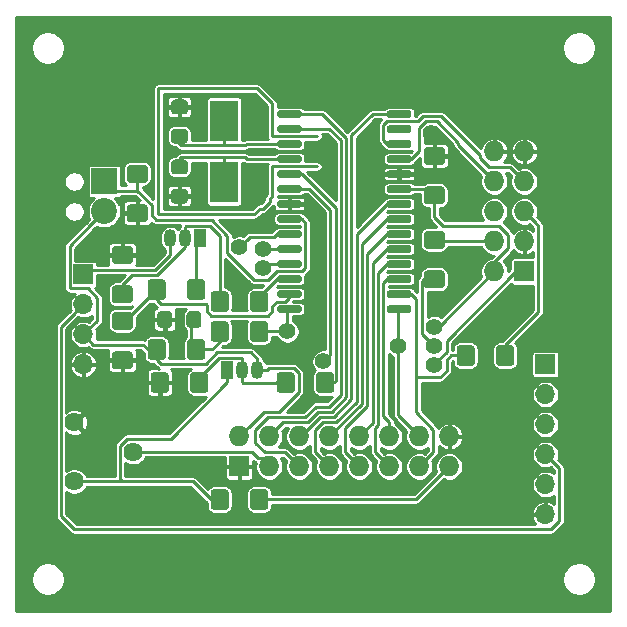
<source format=gbr>
G04 #@! TF.GenerationSoftware,KiCad,Pcbnew,5.1.5-1.fc31*
G04 #@! TF.CreationDate,2020-05-08T16:11:04+02:00*
G04 #@! TF.ProjectId,mcu,6d63752e-6b69-4636-9164-5f7063625858,rev?*
G04 #@! TF.SameCoordinates,Original*
G04 #@! TF.FileFunction,Copper,L2,Bot*
G04 #@! TF.FilePolarity,Positive*
%FSLAX46Y46*%
G04 Gerber Fmt 4.6, Leading zero omitted, Abs format (unit mm)*
G04 Created by KiCad (PCBNEW 5.1.5-1.fc31) date 2020-05-08 16:11:04*
%MOMM*%
%LPD*%
G04 APERTURE LIST*
%ADD10R,2.400000X3.500000*%
%ADD11C,0.150000*%
%ADD12C,1.620000*%
%ADD13R,1.050000X1.500000*%
%ADD14O,1.050000X1.500000*%
%ADD15O,1.700000X1.700000*%
%ADD16R,1.700000X1.700000*%
%ADD17O,1.727200X1.727200*%
%ADD18R,1.727200X1.727200*%
%ADD19C,2.200000*%
%ADD20R,2.200000X2.200000*%
%ADD21C,1.400000*%
%ADD22C,0.250000*%
%ADD23C,0.254000*%
G04 APERTURE END LIST*
D10*
X60960000Y-15180000D03*
X60960000Y-20380000D03*
G04 #@! TA.AperFunction,SMDPad,CuDef*
D11*
G36*
X76659703Y-30815722D02*
G01*
X76674264Y-30817882D01*
X76688543Y-30821459D01*
X76702403Y-30826418D01*
X76715710Y-30832712D01*
X76728336Y-30840280D01*
X76740159Y-30849048D01*
X76751066Y-30858934D01*
X76760952Y-30869841D01*
X76769720Y-30881664D01*
X76777288Y-30894290D01*
X76783582Y-30907597D01*
X76788541Y-30921457D01*
X76792118Y-30935736D01*
X76794278Y-30950297D01*
X76795000Y-30965000D01*
X76795000Y-31265000D01*
X76794278Y-31279703D01*
X76792118Y-31294264D01*
X76788541Y-31308543D01*
X76783582Y-31322403D01*
X76777288Y-31335710D01*
X76769720Y-31348336D01*
X76760952Y-31360159D01*
X76751066Y-31371066D01*
X76740159Y-31380952D01*
X76728336Y-31389720D01*
X76715710Y-31397288D01*
X76702403Y-31403582D01*
X76688543Y-31408541D01*
X76674264Y-31412118D01*
X76659703Y-31414278D01*
X76645000Y-31415000D01*
X74895000Y-31415000D01*
X74880297Y-31414278D01*
X74865736Y-31412118D01*
X74851457Y-31408541D01*
X74837597Y-31403582D01*
X74824290Y-31397288D01*
X74811664Y-31389720D01*
X74799841Y-31380952D01*
X74788934Y-31371066D01*
X74779048Y-31360159D01*
X74770280Y-31348336D01*
X74762712Y-31335710D01*
X74756418Y-31322403D01*
X74751459Y-31308543D01*
X74747882Y-31294264D01*
X74745722Y-31279703D01*
X74745000Y-31265000D01*
X74745000Y-30965000D01*
X74745722Y-30950297D01*
X74747882Y-30935736D01*
X74751459Y-30921457D01*
X74756418Y-30907597D01*
X74762712Y-30894290D01*
X74770280Y-30881664D01*
X74779048Y-30869841D01*
X74788934Y-30858934D01*
X74799841Y-30849048D01*
X74811664Y-30840280D01*
X74824290Y-30832712D01*
X74837597Y-30826418D01*
X74851457Y-30821459D01*
X74865736Y-30817882D01*
X74880297Y-30815722D01*
X74895000Y-30815000D01*
X76645000Y-30815000D01*
X76659703Y-30815722D01*
G37*
G04 #@! TD.AperFunction*
G04 #@! TA.AperFunction,SMDPad,CuDef*
G36*
X76659703Y-29545722D02*
G01*
X76674264Y-29547882D01*
X76688543Y-29551459D01*
X76702403Y-29556418D01*
X76715710Y-29562712D01*
X76728336Y-29570280D01*
X76740159Y-29579048D01*
X76751066Y-29588934D01*
X76760952Y-29599841D01*
X76769720Y-29611664D01*
X76777288Y-29624290D01*
X76783582Y-29637597D01*
X76788541Y-29651457D01*
X76792118Y-29665736D01*
X76794278Y-29680297D01*
X76795000Y-29695000D01*
X76795000Y-29995000D01*
X76794278Y-30009703D01*
X76792118Y-30024264D01*
X76788541Y-30038543D01*
X76783582Y-30052403D01*
X76777288Y-30065710D01*
X76769720Y-30078336D01*
X76760952Y-30090159D01*
X76751066Y-30101066D01*
X76740159Y-30110952D01*
X76728336Y-30119720D01*
X76715710Y-30127288D01*
X76702403Y-30133582D01*
X76688543Y-30138541D01*
X76674264Y-30142118D01*
X76659703Y-30144278D01*
X76645000Y-30145000D01*
X74895000Y-30145000D01*
X74880297Y-30144278D01*
X74865736Y-30142118D01*
X74851457Y-30138541D01*
X74837597Y-30133582D01*
X74824290Y-30127288D01*
X74811664Y-30119720D01*
X74799841Y-30110952D01*
X74788934Y-30101066D01*
X74779048Y-30090159D01*
X74770280Y-30078336D01*
X74762712Y-30065710D01*
X74756418Y-30052403D01*
X74751459Y-30038543D01*
X74747882Y-30024264D01*
X74745722Y-30009703D01*
X74745000Y-29995000D01*
X74745000Y-29695000D01*
X74745722Y-29680297D01*
X74747882Y-29665736D01*
X74751459Y-29651457D01*
X74756418Y-29637597D01*
X74762712Y-29624290D01*
X74770280Y-29611664D01*
X74779048Y-29599841D01*
X74788934Y-29588934D01*
X74799841Y-29579048D01*
X74811664Y-29570280D01*
X74824290Y-29562712D01*
X74837597Y-29556418D01*
X74851457Y-29551459D01*
X74865736Y-29547882D01*
X74880297Y-29545722D01*
X74895000Y-29545000D01*
X76645000Y-29545000D01*
X76659703Y-29545722D01*
G37*
G04 #@! TD.AperFunction*
G04 #@! TA.AperFunction,SMDPad,CuDef*
G36*
X76659703Y-28275722D02*
G01*
X76674264Y-28277882D01*
X76688543Y-28281459D01*
X76702403Y-28286418D01*
X76715710Y-28292712D01*
X76728336Y-28300280D01*
X76740159Y-28309048D01*
X76751066Y-28318934D01*
X76760952Y-28329841D01*
X76769720Y-28341664D01*
X76777288Y-28354290D01*
X76783582Y-28367597D01*
X76788541Y-28381457D01*
X76792118Y-28395736D01*
X76794278Y-28410297D01*
X76795000Y-28425000D01*
X76795000Y-28725000D01*
X76794278Y-28739703D01*
X76792118Y-28754264D01*
X76788541Y-28768543D01*
X76783582Y-28782403D01*
X76777288Y-28795710D01*
X76769720Y-28808336D01*
X76760952Y-28820159D01*
X76751066Y-28831066D01*
X76740159Y-28840952D01*
X76728336Y-28849720D01*
X76715710Y-28857288D01*
X76702403Y-28863582D01*
X76688543Y-28868541D01*
X76674264Y-28872118D01*
X76659703Y-28874278D01*
X76645000Y-28875000D01*
X74895000Y-28875000D01*
X74880297Y-28874278D01*
X74865736Y-28872118D01*
X74851457Y-28868541D01*
X74837597Y-28863582D01*
X74824290Y-28857288D01*
X74811664Y-28849720D01*
X74799841Y-28840952D01*
X74788934Y-28831066D01*
X74779048Y-28820159D01*
X74770280Y-28808336D01*
X74762712Y-28795710D01*
X74756418Y-28782403D01*
X74751459Y-28768543D01*
X74747882Y-28754264D01*
X74745722Y-28739703D01*
X74745000Y-28725000D01*
X74745000Y-28425000D01*
X74745722Y-28410297D01*
X74747882Y-28395736D01*
X74751459Y-28381457D01*
X74756418Y-28367597D01*
X74762712Y-28354290D01*
X74770280Y-28341664D01*
X74779048Y-28329841D01*
X74788934Y-28318934D01*
X74799841Y-28309048D01*
X74811664Y-28300280D01*
X74824290Y-28292712D01*
X74837597Y-28286418D01*
X74851457Y-28281459D01*
X74865736Y-28277882D01*
X74880297Y-28275722D01*
X74895000Y-28275000D01*
X76645000Y-28275000D01*
X76659703Y-28275722D01*
G37*
G04 #@! TD.AperFunction*
G04 #@! TA.AperFunction,SMDPad,CuDef*
G36*
X76659703Y-27005722D02*
G01*
X76674264Y-27007882D01*
X76688543Y-27011459D01*
X76702403Y-27016418D01*
X76715710Y-27022712D01*
X76728336Y-27030280D01*
X76740159Y-27039048D01*
X76751066Y-27048934D01*
X76760952Y-27059841D01*
X76769720Y-27071664D01*
X76777288Y-27084290D01*
X76783582Y-27097597D01*
X76788541Y-27111457D01*
X76792118Y-27125736D01*
X76794278Y-27140297D01*
X76795000Y-27155000D01*
X76795000Y-27455000D01*
X76794278Y-27469703D01*
X76792118Y-27484264D01*
X76788541Y-27498543D01*
X76783582Y-27512403D01*
X76777288Y-27525710D01*
X76769720Y-27538336D01*
X76760952Y-27550159D01*
X76751066Y-27561066D01*
X76740159Y-27570952D01*
X76728336Y-27579720D01*
X76715710Y-27587288D01*
X76702403Y-27593582D01*
X76688543Y-27598541D01*
X76674264Y-27602118D01*
X76659703Y-27604278D01*
X76645000Y-27605000D01*
X74895000Y-27605000D01*
X74880297Y-27604278D01*
X74865736Y-27602118D01*
X74851457Y-27598541D01*
X74837597Y-27593582D01*
X74824290Y-27587288D01*
X74811664Y-27579720D01*
X74799841Y-27570952D01*
X74788934Y-27561066D01*
X74779048Y-27550159D01*
X74770280Y-27538336D01*
X74762712Y-27525710D01*
X74756418Y-27512403D01*
X74751459Y-27498543D01*
X74747882Y-27484264D01*
X74745722Y-27469703D01*
X74745000Y-27455000D01*
X74745000Y-27155000D01*
X74745722Y-27140297D01*
X74747882Y-27125736D01*
X74751459Y-27111457D01*
X74756418Y-27097597D01*
X74762712Y-27084290D01*
X74770280Y-27071664D01*
X74779048Y-27059841D01*
X74788934Y-27048934D01*
X74799841Y-27039048D01*
X74811664Y-27030280D01*
X74824290Y-27022712D01*
X74837597Y-27016418D01*
X74851457Y-27011459D01*
X74865736Y-27007882D01*
X74880297Y-27005722D01*
X74895000Y-27005000D01*
X76645000Y-27005000D01*
X76659703Y-27005722D01*
G37*
G04 #@! TD.AperFunction*
G04 #@! TA.AperFunction,SMDPad,CuDef*
G36*
X76659703Y-25735722D02*
G01*
X76674264Y-25737882D01*
X76688543Y-25741459D01*
X76702403Y-25746418D01*
X76715710Y-25752712D01*
X76728336Y-25760280D01*
X76740159Y-25769048D01*
X76751066Y-25778934D01*
X76760952Y-25789841D01*
X76769720Y-25801664D01*
X76777288Y-25814290D01*
X76783582Y-25827597D01*
X76788541Y-25841457D01*
X76792118Y-25855736D01*
X76794278Y-25870297D01*
X76795000Y-25885000D01*
X76795000Y-26185000D01*
X76794278Y-26199703D01*
X76792118Y-26214264D01*
X76788541Y-26228543D01*
X76783582Y-26242403D01*
X76777288Y-26255710D01*
X76769720Y-26268336D01*
X76760952Y-26280159D01*
X76751066Y-26291066D01*
X76740159Y-26300952D01*
X76728336Y-26309720D01*
X76715710Y-26317288D01*
X76702403Y-26323582D01*
X76688543Y-26328541D01*
X76674264Y-26332118D01*
X76659703Y-26334278D01*
X76645000Y-26335000D01*
X74895000Y-26335000D01*
X74880297Y-26334278D01*
X74865736Y-26332118D01*
X74851457Y-26328541D01*
X74837597Y-26323582D01*
X74824290Y-26317288D01*
X74811664Y-26309720D01*
X74799841Y-26300952D01*
X74788934Y-26291066D01*
X74779048Y-26280159D01*
X74770280Y-26268336D01*
X74762712Y-26255710D01*
X74756418Y-26242403D01*
X74751459Y-26228543D01*
X74747882Y-26214264D01*
X74745722Y-26199703D01*
X74745000Y-26185000D01*
X74745000Y-25885000D01*
X74745722Y-25870297D01*
X74747882Y-25855736D01*
X74751459Y-25841457D01*
X74756418Y-25827597D01*
X74762712Y-25814290D01*
X74770280Y-25801664D01*
X74779048Y-25789841D01*
X74788934Y-25778934D01*
X74799841Y-25769048D01*
X74811664Y-25760280D01*
X74824290Y-25752712D01*
X74837597Y-25746418D01*
X74851457Y-25741459D01*
X74865736Y-25737882D01*
X74880297Y-25735722D01*
X74895000Y-25735000D01*
X76645000Y-25735000D01*
X76659703Y-25735722D01*
G37*
G04 #@! TD.AperFunction*
G04 #@! TA.AperFunction,SMDPad,CuDef*
G36*
X76659703Y-24465722D02*
G01*
X76674264Y-24467882D01*
X76688543Y-24471459D01*
X76702403Y-24476418D01*
X76715710Y-24482712D01*
X76728336Y-24490280D01*
X76740159Y-24499048D01*
X76751066Y-24508934D01*
X76760952Y-24519841D01*
X76769720Y-24531664D01*
X76777288Y-24544290D01*
X76783582Y-24557597D01*
X76788541Y-24571457D01*
X76792118Y-24585736D01*
X76794278Y-24600297D01*
X76795000Y-24615000D01*
X76795000Y-24915000D01*
X76794278Y-24929703D01*
X76792118Y-24944264D01*
X76788541Y-24958543D01*
X76783582Y-24972403D01*
X76777288Y-24985710D01*
X76769720Y-24998336D01*
X76760952Y-25010159D01*
X76751066Y-25021066D01*
X76740159Y-25030952D01*
X76728336Y-25039720D01*
X76715710Y-25047288D01*
X76702403Y-25053582D01*
X76688543Y-25058541D01*
X76674264Y-25062118D01*
X76659703Y-25064278D01*
X76645000Y-25065000D01*
X74895000Y-25065000D01*
X74880297Y-25064278D01*
X74865736Y-25062118D01*
X74851457Y-25058541D01*
X74837597Y-25053582D01*
X74824290Y-25047288D01*
X74811664Y-25039720D01*
X74799841Y-25030952D01*
X74788934Y-25021066D01*
X74779048Y-25010159D01*
X74770280Y-24998336D01*
X74762712Y-24985710D01*
X74756418Y-24972403D01*
X74751459Y-24958543D01*
X74747882Y-24944264D01*
X74745722Y-24929703D01*
X74745000Y-24915000D01*
X74745000Y-24615000D01*
X74745722Y-24600297D01*
X74747882Y-24585736D01*
X74751459Y-24571457D01*
X74756418Y-24557597D01*
X74762712Y-24544290D01*
X74770280Y-24531664D01*
X74779048Y-24519841D01*
X74788934Y-24508934D01*
X74799841Y-24499048D01*
X74811664Y-24490280D01*
X74824290Y-24482712D01*
X74837597Y-24476418D01*
X74851457Y-24471459D01*
X74865736Y-24467882D01*
X74880297Y-24465722D01*
X74895000Y-24465000D01*
X76645000Y-24465000D01*
X76659703Y-24465722D01*
G37*
G04 #@! TD.AperFunction*
G04 #@! TA.AperFunction,SMDPad,CuDef*
G36*
X76659703Y-23195722D02*
G01*
X76674264Y-23197882D01*
X76688543Y-23201459D01*
X76702403Y-23206418D01*
X76715710Y-23212712D01*
X76728336Y-23220280D01*
X76740159Y-23229048D01*
X76751066Y-23238934D01*
X76760952Y-23249841D01*
X76769720Y-23261664D01*
X76777288Y-23274290D01*
X76783582Y-23287597D01*
X76788541Y-23301457D01*
X76792118Y-23315736D01*
X76794278Y-23330297D01*
X76795000Y-23345000D01*
X76795000Y-23645000D01*
X76794278Y-23659703D01*
X76792118Y-23674264D01*
X76788541Y-23688543D01*
X76783582Y-23702403D01*
X76777288Y-23715710D01*
X76769720Y-23728336D01*
X76760952Y-23740159D01*
X76751066Y-23751066D01*
X76740159Y-23760952D01*
X76728336Y-23769720D01*
X76715710Y-23777288D01*
X76702403Y-23783582D01*
X76688543Y-23788541D01*
X76674264Y-23792118D01*
X76659703Y-23794278D01*
X76645000Y-23795000D01*
X74895000Y-23795000D01*
X74880297Y-23794278D01*
X74865736Y-23792118D01*
X74851457Y-23788541D01*
X74837597Y-23783582D01*
X74824290Y-23777288D01*
X74811664Y-23769720D01*
X74799841Y-23760952D01*
X74788934Y-23751066D01*
X74779048Y-23740159D01*
X74770280Y-23728336D01*
X74762712Y-23715710D01*
X74756418Y-23702403D01*
X74751459Y-23688543D01*
X74747882Y-23674264D01*
X74745722Y-23659703D01*
X74745000Y-23645000D01*
X74745000Y-23345000D01*
X74745722Y-23330297D01*
X74747882Y-23315736D01*
X74751459Y-23301457D01*
X74756418Y-23287597D01*
X74762712Y-23274290D01*
X74770280Y-23261664D01*
X74779048Y-23249841D01*
X74788934Y-23238934D01*
X74799841Y-23229048D01*
X74811664Y-23220280D01*
X74824290Y-23212712D01*
X74837597Y-23206418D01*
X74851457Y-23201459D01*
X74865736Y-23197882D01*
X74880297Y-23195722D01*
X74895000Y-23195000D01*
X76645000Y-23195000D01*
X76659703Y-23195722D01*
G37*
G04 #@! TD.AperFunction*
G04 #@! TA.AperFunction,SMDPad,CuDef*
G36*
X76659703Y-21925722D02*
G01*
X76674264Y-21927882D01*
X76688543Y-21931459D01*
X76702403Y-21936418D01*
X76715710Y-21942712D01*
X76728336Y-21950280D01*
X76740159Y-21959048D01*
X76751066Y-21968934D01*
X76760952Y-21979841D01*
X76769720Y-21991664D01*
X76777288Y-22004290D01*
X76783582Y-22017597D01*
X76788541Y-22031457D01*
X76792118Y-22045736D01*
X76794278Y-22060297D01*
X76795000Y-22075000D01*
X76795000Y-22375000D01*
X76794278Y-22389703D01*
X76792118Y-22404264D01*
X76788541Y-22418543D01*
X76783582Y-22432403D01*
X76777288Y-22445710D01*
X76769720Y-22458336D01*
X76760952Y-22470159D01*
X76751066Y-22481066D01*
X76740159Y-22490952D01*
X76728336Y-22499720D01*
X76715710Y-22507288D01*
X76702403Y-22513582D01*
X76688543Y-22518541D01*
X76674264Y-22522118D01*
X76659703Y-22524278D01*
X76645000Y-22525000D01*
X74895000Y-22525000D01*
X74880297Y-22524278D01*
X74865736Y-22522118D01*
X74851457Y-22518541D01*
X74837597Y-22513582D01*
X74824290Y-22507288D01*
X74811664Y-22499720D01*
X74799841Y-22490952D01*
X74788934Y-22481066D01*
X74779048Y-22470159D01*
X74770280Y-22458336D01*
X74762712Y-22445710D01*
X74756418Y-22432403D01*
X74751459Y-22418543D01*
X74747882Y-22404264D01*
X74745722Y-22389703D01*
X74745000Y-22375000D01*
X74745000Y-22075000D01*
X74745722Y-22060297D01*
X74747882Y-22045736D01*
X74751459Y-22031457D01*
X74756418Y-22017597D01*
X74762712Y-22004290D01*
X74770280Y-21991664D01*
X74779048Y-21979841D01*
X74788934Y-21968934D01*
X74799841Y-21959048D01*
X74811664Y-21950280D01*
X74824290Y-21942712D01*
X74837597Y-21936418D01*
X74851457Y-21931459D01*
X74865736Y-21927882D01*
X74880297Y-21925722D01*
X74895000Y-21925000D01*
X76645000Y-21925000D01*
X76659703Y-21925722D01*
G37*
G04 #@! TD.AperFunction*
G04 #@! TA.AperFunction,SMDPad,CuDef*
G36*
X76659703Y-20655722D02*
G01*
X76674264Y-20657882D01*
X76688543Y-20661459D01*
X76702403Y-20666418D01*
X76715710Y-20672712D01*
X76728336Y-20680280D01*
X76740159Y-20689048D01*
X76751066Y-20698934D01*
X76760952Y-20709841D01*
X76769720Y-20721664D01*
X76777288Y-20734290D01*
X76783582Y-20747597D01*
X76788541Y-20761457D01*
X76792118Y-20775736D01*
X76794278Y-20790297D01*
X76795000Y-20805000D01*
X76795000Y-21105000D01*
X76794278Y-21119703D01*
X76792118Y-21134264D01*
X76788541Y-21148543D01*
X76783582Y-21162403D01*
X76777288Y-21175710D01*
X76769720Y-21188336D01*
X76760952Y-21200159D01*
X76751066Y-21211066D01*
X76740159Y-21220952D01*
X76728336Y-21229720D01*
X76715710Y-21237288D01*
X76702403Y-21243582D01*
X76688543Y-21248541D01*
X76674264Y-21252118D01*
X76659703Y-21254278D01*
X76645000Y-21255000D01*
X74895000Y-21255000D01*
X74880297Y-21254278D01*
X74865736Y-21252118D01*
X74851457Y-21248541D01*
X74837597Y-21243582D01*
X74824290Y-21237288D01*
X74811664Y-21229720D01*
X74799841Y-21220952D01*
X74788934Y-21211066D01*
X74779048Y-21200159D01*
X74770280Y-21188336D01*
X74762712Y-21175710D01*
X74756418Y-21162403D01*
X74751459Y-21148543D01*
X74747882Y-21134264D01*
X74745722Y-21119703D01*
X74745000Y-21105000D01*
X74745000Y-20805000D01*
X74745722Y-20790297D01*
X74747882Y-20775736D01*
X74751459Y-20761457D01*
X74756418Y-20747597D01*
X74762712Y-20734290D01*
X74770280Y-20721664D01*
X74779048Y-20709841D01*
X74788934Y-20698934D01*
X74799841Y-20689048D01*
X74811664Y-20680280D01*
X74824290Y-20672712D01*
X74837597Y-20666418D01*
X74851457Y-20661459D01*
X74865736Y-20657882D01*
X74880297Y-20655722D01*
X74895000Y-20655000D01*
X76645000Y-20655000D01*
X76659703Y-20655722D01*
G37*
G04 #@! TD.AperFunction*
G04 #@! TA.AperFunction,SMDPad,CuDef*
G36*
X76659703Y-19385722D02*
G01*
X76674264Y-19387882D01*
X76688543Y-19391459D01*
X76702403Y-19396418D01*
X76715710Y-19402712D01*
X76728336Y-19410280D01*
X76740159Y-19419048D01*
X76751066Y-19428934D01*
X76760952Y-19439841D01*
X76769720Y-19451664D01*
X76777288Y-19464290D01*
X76783582Y-19477597D01*
X76788541Y-19491457D01*
X76792118Y-19505736D01*
X76794278Y-19520297D01*
X76795000Y-19535000D01*
X76795000Y-19835000D01*
X76794278Y-19849703D01*
X76792118Y-19864264D01*
X76788541Y-19878543D01*
X76783582Y-19892403D01*
X76777288Y-19905710D01*
X76769720Y-19918336D01*
X76760952Y-19930159D01*
X76751066Y-19941066D01*
X76740159Y-19950952D01*
X76728336Y-19959720D01*
X76715710Y-19967288D01*
X76702403Y-19973582D01*
X76688543Y-19978541D01*
X76674264Y-19982118D01*
X76659703Y-19984278D01*
X76645000Y-19985000D01*
X74895000Y-19985000D01*
X74880297Y-19984278D01*
X74865736Y-19982118D01*
X74851457Y-19978541D01*
X74837597Y-19973582D01*
X74824290Y-19967288D01*
X74811664Y-19959720D01*
X74799841Y-19950952D01*
X74788934Y-19941066D01*
X74779048Y-19930159D01*
X74770280Y-19918336D01*
X74762712Y-19905710D01*
X74756418Y-19892403D01*
X74751459Y-19878543D01*
X74747882Y-19864264D01*
X74745722Y-19849703D01*
X74745000Y-19835000D01*
X74745000Y-19535000D01*
X74745722Y-19520297D01*
X74747882Y-19505736D01*
X74751459Y-19491457D01*
X74756418Y-19477597D01*
X74762712Y-19464290D01*
X74770280Y-19451664D01*
X74779048Y-19439841D01*
X74788934Y-19428934D01*
X74799841Y-19419048D01*
X74811664Y-19410280D01*
X74824290Y-19402712D01*
X74837597Y-19396418D01*
X74851457Y-19391459D01*
X74865736Y-19387882D01*
X74880297Y-19385722D01*
X74895000Y-19385000D01*
X76645000Y-19385000D01*
X76659703Y-19385722D01*
G37*
G04 #@! TD.AperFunction*
G04 #@! TA.AperFunction,SMDPad,CuDef*
G36*
X76659703Y-18115722D02*
G01*
X76674264Y-18117882D01*
X76688543Y-18121459D01*
X76702403Y-18126418D01*
X76715710Y-18132712D01*
X76728336Y-18140280D01*
X76740159Y-18149048D01*
X76751066Y-18158934D01*
X76760952Y-18169841D01*
X76769720Y-18181664D01*
X76777288Y-18194290D01*
X76783582Y-18207597D01*
X76788541Y-18221457D01*
X76792118Y-18235736D01*
X76794278Y-18250297D01*
X76795000Y-18265000D01*
X76795000Y-18565000D01*
X76794278Y-18579703D01*
X76792118Y-18594264D01*
X76788541Y-18608543D01*
X76783582Y-18622403D01*
X76777288Y-18635710D01*
X76769720Y-18648336D01*
X76760952Y-18660159D01*
X76751066Y-18671066D01*
X76740159Y-18680952D01*
X76728336Y-18689720D01*
X76715710Y-18697288D01*
X76702403Y-18703582D01*
X76688543Y-18708541D01*
X76674264Y-18712118D01*
X76659703Y-18714278D01*
X76645000Y-18715000D01*
X74895000Y-18715000D01*
X74880297Y-18714278D01*
X74865736Y-18712118D01*
X74851457Y-18708541D01*
X74837597Y-18703582D01*
X74824290Y-18697288D01*
X74811664Y-18689720D01*
X74799841Y-18680952D01*
X74788934Y-18671066D01*
X74779048Y-18660159D01*
X74770280Y-18648336D01*
X74762712Y-18635710D01*
X74756418Y-18622403D01*
X74751459Y-18608543D01*
X74747882Y-18594264D01*
X74745722Y-18579703D01*
X74745000Y-18565000D01*
X74745000Y-18265000D01*
X74745722Y-18250297D01*
X74747882Y-18235736D01*
X74751459Y-18221457D01*
X74756418Y-18207597D01*
X74762712Y-18194290D01*
X74770280Y-18181664D01*
X74779048Y-18169841D01*
X74788934Y-18158934D01*
X74799841Y-18149048D01*
X74811664Y-18140280D01*
X74824290Y-18132712D01*
X74837597Y-18126418D01*
X74851457Y-18121459D01*
X74865736Y-18117882D01*
X74880297Y-18115722D01*
X74895000Y-18115000D01*
X76645000Y-18115000D01*
X76659703Y-18115722D01*
G37*
G04 #@! TD.AperFunction*
G04 #@! TA.AperFunction,SMDPad,CuDef*
G36*
X76659703Y-16845722D02*
G01*
X76674264Y-16847882D01*
X76688543Y-16851459D01*
X76702403Y-16856418D01*
X76715710Y-16862712D01*
X76728336Y-16870280D01*
X76740159Y-16879048D01*
X76751066Y-16888934D01*
X76760952Y-16899841D01*
X76769720Y-16911664D01*
X76777288Y-16924290D01*
X76783582Y-16937597D01*
X76788541Y-16951457D01*
X76792118Y-16965736D01*
X76794278Y-16980297D01*
X76795000Y-16995000D01*
X76795000Y-17295000D01*
X76794278Y-17309703D01*
X76792118Y-17324264D01*
X76788541Y-17338543D01*
X76783582Y-17352403D01*
X76777288Y-17365710D01*
X76769720Y-17378336D01*
X76760952Y-17390159D01*
X76751066Y-17401066D01*
X76740159Y-17410952D01*
X76728336Y-17419720D01*
X76715710Y-17427288D01*
X76702403Y-17433582D01*
X76688543Y-17438541D01*
X76674264Y-17442118D01*
X76659703Y-17444278D01*
X76645000Y-17445000D01*
X74895000Y-17445000D01*
X74880297Y-17444278D01*
X74865736Y-17442118D01*
X74851457Y-17438541D01*
X74837597Y-17433582D01*
X74824290Y-17427288D01*
X74811664Y-17419720D01*
X74799841Y-17410952D01*
X74788934Y-17401066D01*
X74779048Y-17390159D01*
X74770280Y-17378336D01*
X74762712Y-17365710D01*
X74756418Y-17352403D01*
X74751459Y-17338543D01*
X74747882Y-17324264D01*
X74745722Y-17309703D01*
X74745000Y-17295000D01*
X74745000Y-16995000D01*
X74745722Y-16980297D01*
X74747882Y-16965736D01*
X74751459Y-16951457D01*
X74756418Y-16937597D01*
X74762712Y-16924290D01*
X74770280Y-16911664D01*
X74779048Y-16899841D01*
X74788934Y-16888934D01*
X74799841Y-16879048D01*
X74811664Y-16870280D01*
X74824290Y-16862712D01*
X74837597Y-16856418D01*
X74851457Y-16851459D01*
X74865736Y-16847882D01*
X74880297Y-16845722D01*
X74895000Y-16845000D01*
X76645000Y-16845000D01*
X76659703Y-16845722D01*
G37*
G04 #@! TD.AperFunction*
G04 #@! TA.AperFunction,SMDPad,CuDef*
G36*
X76659703Y-15575722D02*
G01*
X76674264Y-15577882D01*
X76688543Y-15581459D01*
X76702403Y-15586418D01*
X76715710Y-15592712D01*
X76728336Y-15600280D01*
X76740159Y-15609048D01*
X76751066Y-15618934D01*
X76760952Y-15629841D01*
X76769720Y-15641664D01*
X76777288Y-15654290D01*
X76783582Y-15667597D01*
X76788541Y-15681457D01*
X76792118Y-15695736D01*
X76794278Y-15710297D01*
X76795000Y-15725000D01*
X76795000Y-16025000D01*
X76794278Y-16039703D01*
X76792118Y-16054264D01*
X76788541Y-16068543D01*
X76783582Y-16082403D01*
X76777288Y-16095710D01*
X76769720Y-16108336D01*
X76760952Y-16120159D01*
X76751066Y-16131066D01*
X76740159Y-16140952D01*
X76728336Y-16149720D01*
X76715710Y-16157288D01*
X76702403Y-16163582D01*
X76688543Y-16168541D01*
X76674264Y-16172118D01*
X76659703Y-16174278D01*
X76645000Y-16175000D01*
X74895000Y-16175000D01*
X74880297Y-16174278D01*
X74865736Y-16172118D01*
X74851457Y-16168541D01*
X74837597Y-16163582D01*
X74824290Y-16157288D01*
X74811664Y-16149720D01*
X74799841Y-16140952D01*
X74788934Y-16131066D01*
X74779048Y-16120159D01*
X74770280Y-16108336D01*
X74762712Y-16095710D01*
X74756418Y-16082403D01*
X74751459Y-16068543D01*
X74747882Y-16054264D01*
X74745722Y-16039703D01*
X74745000Y-16025000D01*
X74745000Y-15725000D01*
X74745722Y-15710297D01*
X74747882Y-15695736D01*
X74751459Y-15681457D01*
X74756418Y-15667597D01*
X74762712Y-15654290D01*
X74770280Y-15641664D01*
X74779048Y-15629841D01*
X74788934Y-15618934D01*
X74799841Y-15609048D01*
X74811664Y-15600280D01*
X74824290Y-15592712D01*
X74837597Y-15586418D01*
X74851457Y-15581459D01*
X74865736Y-15577882D01*
X74880297Y-15575722D01*
X74895000Y-15575000D01*
X76645000Y-15575000D01*
X76659703Y-15575722D01*
G37*
G04 #@! TD.AperFunction*
G04 #@! TA.AperFunction,SMDPad,CuDef*
G36*
X76659703Y-14305722D02*
G01*
X76674264Y-14307882D01*
X76688543Y-14311459D01*
X76702403Y-14316418D01*
X76715710Y-14322712D01*
X76728336Y-14330280D01*
X76740159Y-14339048D01*
X76751066Y-14348934D01*
X76760952Y-14359841D01*
X76769720Y-14371664D01*
X76777288Y-14384290D01*
X76783582Y-14397597D01*
X76788541Y-14411457D01*
X76792118Y-14425736D01*
X76794278Y-14440297D01*
X76795000Y-14455000D01*
X76795000Y-14755000D01*
X76794278Y-14769703D01*
X76792118Y-14784264D01*
X76788541Y-14798543D01*
X76783582Y-14812403D01*
X76777288Y-14825710D01*
X76769720Y-14838336D01*
X76760952Y-14850159D01*
X76751066Y-14861066D01*
X76740159Y-14870952D01*
X76728336Y-14879720D01*
X76715710Y-14887288D01*
X76702403Y-14893582D01*
X76688543Y-14898541D01*
X76674264Y-14902118D01*
X76659703Y-14904278D01*
X76645000Y-14905000D01*
X74895000Y-14905000D01*
X74880297Y-14904278D01*
X74865736Y-14902118D01*
X74851457Y-14898541D01*
X74837597Y-14893582D01*
X74824290Y-14887288D01*
X74811664Y-14879720D01*
X74799841Y-14870952D01*
X74788934Y-14861066D01*
X74779048Y-14850159D01*
X74770280Y-14838336D01*
X74762712Y-14825710D01*
X74756418Y-14812403D01*
X74751459Y-14798543D01*
X74747882Y-14784264D01*
X74745722Y-14769703D01*
X74745000Y-14755000D01*
X74745000Y-14455000D01*
X74745722Y-14440297D01*
X74747882Y-14425736D01*
X74751459Y-14411457D01*
X74756418Y-14397597D01*
X74762712Y-14384290D01*
X74770280Y-14371664D01*
X74779048Y-14359841D01*
X74788934Y-14348934D01*
X74799841Y-14339048D01*
X74811664Y-14330280D01*
X74824290Y-14322712D01*
X74837597Y-14316418D01*
X74851457Y-14311459D01*
X74865736Y-14307882D01*
X74880297Y-14305722D01*
X74895000Y-14305000D01*
X76645000Y-14305000D01*
X76659703Y-14305722D01*
G37*
G04 #@! TD.AperFunction*
G04 #@! TA.AperFunction,SMDPad,CuDef*
G36*
X67359703Y-14305722D02*
G01*
X67374264Y-14307882D01*
X67388543Y-14311459D01*
X67402403Y-14316418D01*
X67415710Y-14322712D01*
X67428336Y-14330280D01*
X67440159Y-14339048D01*
X67451066Y-14348934D01*
X67460952Y-14359841D01*
X67469720Y-14371664D01*
X67477288Y-14384290D01*
X67483582Y-14397597D01*
X67488541Y-14411457D01*
X67492118Y-14425736D01*
X67494278Y-14440297D01*
X67495000Y-14455000D01*
X67495000Y-14755000D01*
X67494278Y-14769703D01*
X67492118Y-14784264D01*
X67488541Y-14798543D01*
X67483582Y-14812403D01*
X67477288Y-14825710D01*
X67469720Y-14838336D01*
X67460952Y-14850159D01*
X67451066Y-14861066D01*
X67440159Y-14870952D01*
X67428336Y-14879720D01*
X67415710Y-14887288D01*
X67402403Y-14893582D01*
X67388543Y-14898541D01*
X67374264Y-14902118D01*
X67359703Y-14904278D01*
X67345000Y-14905000D01*
X65595000Y-14905000D01*
X65580297Y-14904278D01*
X65565736Y-14902118D01*
X65551457Y-14898541D01*
X65537597Y-14893582D01*
X65524290Y-14887288D01*
X65511664Y-14879720D01*
X65499841Y-14870952D01*
X65488934Y-14861066D01*
X65479048Y-14850159D01*
X65470280Y-14838336D01*
X65462712Y-14825710D01*
X65456418Y-14812403D01*
X65451459Y-14798543D01*
X65447882Y-14784264D01*
X65445722Y-14769703D01*
X65445000Y-14755000D01*
X65445000Y-14455000D01*
X65445722Y-14440297D01*
X65447882Y-14425736D01*
X65451459Y-14411457D01*
X65456418Y-14397597D01*
X65462712Y-14384290D01*
X65470280Y-14371664D01*
X65479048Y-14359841D01*
X65488934Y-14348934D01*
X65499841Y-14339048D01*
X65511664Y-14330280D01*
X65524290Y-14322712D01*
X65537597Y-14316418D01*
X65551457Y-14311459D01*
X65565736Y-14307882D01*
X65580297Y-14305722D01*
X65595000Y-14305000D01*
X67345000Y-14305000D01*
X67359703Y-14305722D01*
G37*
G04 #@! TD.AperFunction*
G04 #@! TA.AperFunction,SMDPad,CuDef*
G36*
X67359703Y-15575722D02*
G01*
X67374264Y-15577882D01*
X67388543Y-15581459D01*
X67402403Y-15586418D01*
X67415710Y-15592712D01*
X67428336Y-15600280D01*
X67440159Y-15609048D01*
X67451066Y-15618934D01*
X67460952Y-15629841D01*
X67469720Y-15641664D01*
X67477288Y-15654290D01*
X67483582Y-15667597D01*
X67488541Y-15681457D01*
X67492118Y-15695736D01*
X67494278Y-15710297D01*
X67495000Y-15725000D01*
X67495000Y-16025000D01*
X67494278Y-16039703D01*
X67492118Y-16054264D01*
X67488541Y-16068543D01*
X67483582Y-16082403D01*
X67477288Y-16095710D01*
X67469720Y-16108336D01*
X67460952Y-16120159D01*
X67451066Y-16131066D01*
X67440159Y-16140952D01*
X67428336Y-16149720D01*
X67415710Y-16157288D01*
X67402403Y-16163582D01*
X67388543Y-16168541D01*
X67374264Y-16172118D01*
X67359703Y-16174278D01*
X67345000Y-16175000D01*
X65595000Y-16175000D01*
X65580297Y-16174278D01*
X65565736Y-16172118D01*
X65551457Y-16168541D01*
X65537597Y-16163582D01*
X65524290Y-16157288D01*
X65511664Y-16149720D01*
X65499841Y-16140952D01*
X65488934Y-16131066D01*
X65479048Y-16120159D01*
X65470280Y-16108336D01*
X65462712Y-16095710D01*
X65456418Y-16082403D01*
X65451459Y-16068543D01*
X65447882Y-16054264D01*
X65445722Y-16039703D01*
X65445000Y-16025000D01*
X65445000Y-15725000D01*
X65445722Y-15710297D01*
X65447882Y-15695736D01*
X65451459Y-15681457D01*
X65456418Y-15667597D01*
X65462712Y-15654290D01*
X65470280Y-15641664D01*
X65479048Y-15629841D01*
X65488934Y-15618934D01*
X65499841Y-15609048D01*
X65511664Y-15600280D01*
X65524290Y-15592712D01*
X65537597Y-15586418D01*
X65551457Y-15581459D01*
X65565736Y-15577882D01*
X65580297Y-15575722D01*
X65595000Y-15575000D01*
X67345000Y-15575000D01*
X67359703Y-15575722D01*
G37*
G04 #@! TD.AperFunction*
G04 #@! TA.AperFunction,SMDPad,CuDef*
G36*
X67359703Y-16845722D02*
G01*
X67374264Y-16847882D01*
X67388543Y-16851459D01*
X67402403Y-16856418D01*
X67415710Y-16862712D01*
X67428336Y-16870280D01*
X67440159Y-16879048D01*
X67451066Y-16888934D01*
X67460952Y-16899841D01*
X67469720Y-16911664D01*
X67477288Y-16924290D01*
X67483582Y-16937597D01*
X67488541Y-16951457D01*
X67492118Y-16965736D01*
X67494278Y-16980297D01*
X67495000Y-16995000D01*
X67495000Y-17295000D01*
X67494278Y-17309703D01*
X67492118Y-17324264D01*
X67488541Y-17338543D01*
X67483582Y-17352403D01*
X67477288Y-17365710D01*
X67469720Y-17378336D01*
X67460952Y-17390159D01*
X67451066Y-17401066D01*
X67440159Y-17410952D01*
X67428336Y-17419720D01*
X67415710Y-17427288D01*
X67402403Y-17433582D01*
X67388543Y-17438541D01*
X67374264Y-17442118D01*
X67359703Y-17444278D01*
X67345000Y-17445000D01*
X65595000Y-17445000D01*
X65580297Y-17444278D01*
X65565736Y-17442118D01*
X65551457Y-17438541D01*
X65537597Y-17433582D01*
X65524290Y-17427288D01*
X65511664Y-17419720D01*
X65499841Y-17410952D01*
X65488934Y-17401066D01*
X65479048Y-17390159D01*
X65470280Y-17378336D01*
X65462712Y-17365710D01*
X65456418Y-17352403D01*
X65451459Y-17338543D01*
X65447882Y-17324264D01*
X65445722Y-17309703D01*
X65445000Y-17295000D01*
X65445000Y-16995000D01*
X65445722Y-16980297D01*
X65447882Y-16965736D01*
X65451459Y-16951457D01*
X65456418Y-16937597D01*
X65462712Y-16924290D01*
X65470280Y-16911664D01*
X65479048Y-16899841D01*
X65488934Y-16888934D01*
X65499841Y-16879048D01*
X65511664Y-16870280D01*
X65524290Y-16862712D01*
X65537597Y-16856418D01*
X65551457Y-16851459D01*
X65565736Y-16847882D01*
X65580297Y-16845722D01*
X65595000Y-16845000D01*
X67345000Y-16845000D01*
X67359703Y-16845722D01*
G37*
G04 #@! TD.AperFunction*
G04 #@! TA.AperFunction,SMDPad,CuDef*
G36*
X67359703Y-18115722D02*
G01*
X67374264Y-18117882D01*
X67388543Y-18121459D01*
X67402403Y-18126418D01*
X67415710Y-18132712D01*
X67428336Y-18140280D01*
X67440159Y-18149048D01*
X67451066Y-18158934D01*
X67460952Y-18169841D01*
X67469720Y-18181664D01*
X67477288Y-18194290D01*
X67483582Y-18207597D01*
X67488541Y-18221457D01*
X67492118Y-18235736D01*
X67494278Y-18250297D01*
X67495000Y-18265000D01*
X67495000Y-18565000D01*
X67494278Y-18579703D01*
X67492118Y-18594264D01*
X67488541Y-18608543D01*
X67483582Y-18622403D01*
X67477288Y-18635710D01*
X67469720Y-18648336D01*
X67460952Y-18660159D01*
X67451066Y-18671066D01*
X67440159Y-18680952D01*
X67428336Y-18689720D01*
X67415710Y-18697288D01*
X67402403Y-18703582D01*
X67388543Y-18708541D01*
X67374264Y-18712118D01*
X67359703Y-18714278D01*
X67345000Y-18715000D01*
X65595000Y-18715000D01*
X65580297Y-18714278D01*
X65565736Y-18712118D01*
X65551457Y-18708541D01*
X65537597Y-18703582D01*
X65524290Y-18697288D01*
X65511664Y-18689720D01*
X65499841Y-18680952D01*
X65488934Y-18671066D01*
X65479048Y-18660159D01*
X65470280Y-18648336D01*
X65462712Y-18635710D01*
X65456418Y-18622403D01*
X65451459Y-18608543D01*
X65447882Y-18594264D01*
X65445722Y-18579703D01*
X65445000Y-18565000D01*
X65445000Y-18265000D01*
X65445722Y-18250297D01*
X65447882Y-18235736D01*
X65451459Y-18221457D01*
X65456418Y-18207597D01*
X65462712Y-18194290D01*
X65470280Y-18181664D01*
X65479048Y-18169841D01*
X65488934Y-18158934D01*
X65499841Y-18149048D01*
X65511664Y-18140280D01*
X65524290Y-18132712D01*
X65537597Y-18126418D01*
X65551457Y-18121459D01*
X65565736Y-18117882D01*
X65580297Y-18115722D01*
X65595000Y-18115000D01*
X67345000Y-18115000D01*
X67359703Y-18115722D01*
G37*
G04 #@! TD.AperFunction*
G04 #@! TA.AperFunction,SMDPad,CuDef*
G36*
X67359703Y-19385722D02*
G01*
X67374264Y-19387882D01*
X67388543Y-19391459D01*
X67402403Y-19396418D01*
X67415710Y-19402712D01*
X67428336Y-19410280D01*
X67440159Y-19419048D01*
X67451066Y-19428934D01*
X67460952Y-19439841D01*
X67469720Y-19451664D01*
X67477288Y-19464290D01*
X67483582Y-19477597D01*
X67488541Y-19491457D01*
X67492118Y-19505736D01*
X67494278Y-19520297D01*
X67495000Y-19535000D01*
X67495000Y-19835000D01*
X67494278Y-19849703D01*
X67492118Y-19864264D01*
X67488541Y-19878543D01*
X67483582Y-19892403D01*
X67477288Y-19905710D01*
X67469720Y-19918336D01*
X67460952Y-19930159D01*
X67451066Y-19941066D01*
X67440159Y-19950952D01*
X67428336Y-19959720D01*
X67415710Y-19967288D01*
X67402403Y-19973582D01*
X67388543Y-19978541D01*
X67374264Y-19982118D01*
X67359703Y-19984278D01*
X67345000Y-19985000D01*
X65595000Y-19985000D01*
X65580297Y-19984278D01*
X65565736Y-19982118D01*
X65551457Y-19978541D01*
X65537597Y-19973582D01*
X65524290Y-19967288D01*
X65511664Y-19959720D01*
X65499841Y-19950952D01*
X65488934Y-19941066D01*
X65479048Y-19930159D01*
X65470280Y-19918336D01*
X65462712Y-19905710D01*
X65456418Y-19892403D01*
X65451459Y-19878543D01*
X65447882Y-19864264D01*
X65445722Y-19849703D01*
X65445000Y-19835000D01*
X65445000Y-19535000D01*
X65445722Y-19520297D01*
X65447882Y-19505736D01*
X65451459Y-19491457D01*
X65456418Y-19477597D01*
X65462712Y-19464290D01*
X65470280Y-19451664D01*
X65479048Y-19439841D01*
X65488934Y-19428934D01*
X65499841Y-19419048D01*
X65511664Y-19410280D01*
X65524290Y-19402712D01*
X65537597Y-19396418D01*
X65551457Y-19391459D01*
X65565736Y-19387882D01*
X65580297Y-19385722D01*
X65595000Y-19385000D01*
X67345000Y-19385000D01*
X67359703Y-19385722D01*
G37*
G04 #@! TD.AperFunction*
G04 #@! TA.AperFunction,SMDPad,CuDef*
G36*
X67359703Y-20655722D02*
G01*
X67374264Y-20657882D01*
X67388543Y-20661459D01*
X67402403Y-20666418D01*
X67415710Y-20672712D01*
X67428336Y-20680280D01*
X67440159Y-20689048D01*
X67451066Y-20698934D01*
X67460952Y-20709841D01*
X67469720Y-20721664D01*
X67477288Y-20734290D01*
X67483582Y-20747597D01*
X67488541Y-20761457D01*
X67492118Y-20775736D01*
X67494278Y-20790297D01*
X67495000Y-20805000D01*
X67495000Y-21105000D01*
X67494278Y-21119703D01*
X67492118Y-21134264D01*
X67488541Y-21148543D01*
X67483582Y-21162403D01*
X67477288Y-21175710D01*
X67469720Y-21188336D01*
X67460952Y-21200159D01*
X67451066Y-21211066D01*
X67440159Y-21220952D01*
X67428336Y-21229720D01*
X67415710Y-21237288D01*
X67402403Y-21243582D01*
X67388543Y-21248541D01*
X67374264Y-21252118D01*
X67359703Y-21254278D01*
X67345000Y-21255000D01*
X65595000Y-21255000D01*
X65580297Y-21254278D01*
X65565736Y-21252118D01*
X65551457Y-21248541D01*
X65537597Y-21243582D01*
X65524290Y-21237288D01*
X65511664Y-21229720D01*
X65499841Y-21220952D01*
X65488934Y-21211066D01*
X65479048Y-21200159D01*
X65470280Y-21188336D01*
X65462712Y-21175710D01*
X65456418Y-21162403D01*
X65451459Y-21148543D01*
X65447882Y-21134264D01*
X65445722Y-21119703D01*
X65445000Y-21105000D01*
X65445000Y-20805000D01*
X65445722Y-20790297D01*
X65447882Y-20775736D01*
X65451459Y-20761457D01*
X65456418Y-20747597D01*
X65462712Y-20734290D01*
X65470280Y-20721664D01*
X65479048Y-20709841D01*
X65488934Y-20698934D01*
X65499841Y-20689048D01*
X65511664Y-20680280D01*
X65524290Y-20672712D01*
X65537597Y-20666418D01*
X65551457Y-20661459D01*
X65565736Y-20657882D01*
X65580297Y-20655722D01*
X65595000Y-20655000D01*
X67345000Y-20655000D01*
X67359703Y-20655722D01*
G37*
G04 #@! TD.AperFunction*
G04 #@! TA.AperFunction,SMDPad,CuDef*
G36*
X67359703Y-21925722D02*
G01*
X67374264Y-21927882D01*
X67388543Y-21931459D01*
X67402403Y-21936418D01*
X67415710Y-21942712D01*
X67428336Y-21950280D01*
X67440159Y-21959048D01*
X67451066Y-21968934D01*
X67460952Y-21979841D01*
X67469720Y-21991664D01*
X67477288Y-22004290D01*
X67483582Y-22017597D01*
X67488541Y-22031457D01*
X67492118Y-22045736D01*
X67494278Y-22060297D01*
X67495000Y-22075000D01*
X67495000Y-22375000D01*
X67494278Y-22389703D01*
X67492118Y-22404264D01*
X67488541Y-22418543D01*
X67483582Y-22432403D01*
X67477288Y-22445710D01*
X67469720Y-22458336D01*
X67460952Y-22470159D01*
X67451066Y-22481066D01*
X67440159Y-22490952D01*
X67428336Y-22499720D01*
X67415710Y-22507288D01*
X67402403Y-22513582D01*
X67388543Y-22518541D01*
X67374264Y-22522118D01*
X67359703Y-22524278D01*
X67345000Y-22525000D01*
X65595000Y-22525000D01*
X65580297Y-22524278D01*
X65565736Y-22522118D01*
X65551457Y-22518541D01*
X65537597Y-22513582D01*
X65524290Y-22507288D01*
X65511664Y-22499720D01*
X65499841Y-22490952D01*
X65488934Y-22481066D01*
X65479048Y-22470159D01*
X65470280Y-22458336D01*
X65462712Y-22445710D01*
X65456418Y-22432403D01*
X65451459Y-22418543D01*
X65447882Y-22404264D01*
X65445722Y-22389703D01*
X65445000Y-22375000D01*
X65445000Y-22075000D01*
X65445722Y-22060297D01*
X65447882Y-22045736D01*
X65451459Y-22031457D01*
X65456418Y-22017597D01*
X65462712Y-22004290D01*
X65470280Y-21991664D01*
X65479048Y-21979841D01*
X65488934Y-21968934D01*
X65499841Y-21959048D01*
X65511664Y-21950280D01*
X65524290Y-21942712D01*
X65537597Y-21936418D01*
X65551457Y-21931459D01*
X65565736Y-21927882D01*
X65580297Y-21925722D01*
X65595000Y-21925000D01*
X67345000Y-21925000D01*
X67359703Y-21925722D01*
G37*
G04 #@! TD.AperFunction*
G04 #@! TA.AperFunction,SMDPad,CuDef*
G36*
X67359703Y-23195722D02*
G01*
X67374264Y-23197882D01*
X67388543Y-23201459D01*
X67402403Y-23206418D01*
X67415710Y-23212712D01*
X67428336Y-23220280D01*
X67440159Y-23229048D01*
X67451066Y-23238934D01*
X67460952Y-23249841D01*
X67469720Y-23261664D01*
X67477288Y-23274290D01*
X67483582Y-23287597D01*
X67488541Y-23301457D01*
X67492118Y-23315736D01*
X67494278Y-23330297D01*
X67495000Y-23345000D01*
X67495000Y-23645000D01*
X67494278Y-23659703D01*
X67492118Y-23674264D01*
X67488541Y-23688543D01*
X67483582Y-23702403D01*
X67477288Y-23715710D01*
X67469720Y-23728336D01*
X67460952Y-23740159D01*
X67451066Y-23751066D01*
X67440159Y-23760952D01*
X67428336Y-23769720D01*
X67415710Y-23777288D01*
X67402403Y-23783582D01*
X67388543Y-23788541D01*
X67374264Y-23792118D01*
X67359703Y-23794278D01*
X67345000Y-23795000D01*
X65595000Y-23795000D01*
X65580297Y-23794278D01*
X65565736Y-23792118D01*
X65551457Y-23788541D01*
X65537597Y-23783582D01*
X65524290Y-23777288D01*
X65511664Y-23769720D01*
X65499841Y-23760952D01*
X65488934Y-23751066D01*
X65479048Y-23740159D01*
X65470280Y-23728336D01*
X65462712Y-23715710D01*
X65456418Y-23702403D01*
X65451459Y-23688543D01*
X65447882Y-23674264D01*
X65445722Y-23659703D01*
X65445000Y-23645000D01*
X65445000Y-23345000D01*
X65445722Y-23330297D01*
X65447882Y-23315736D01*
X65451459Y-23301457D01*
X65456418Y-23287597D01*
X65462712Y-23274290D01*
X65470280Y-23261664D01*
X65479048Y-23249841D01*
X65488934Y-23238934D01*
X65499841Y-23229048D01*
X65511664Y-23220280D01*
X65524290Y-23212712D01*
X65537597Y-23206418D01*
X65551457Y-23201459D01*
X65565736Y-23197882D01*
X65580297Y-23195722D01*
X65595000Y-23195000D01*
X67345000Y-23195000D01*
X67359703Y-23195722D01*
G37*
G04 #@! TD.AperFunction*
G04 #@! TA.AperFunction,SMDPad,CuDef*
G36*
X67359703Y-24465722D02*
G01*
X67374264Y-24467882D01*
X67388543Y-24471459D01*
X67402403Y-24476418D01*
X67415710Y-24482712D01*
X67428336Y-24490280D01*
X67440159Y-24499048D01*
X67451066Y-24508934D01*
X67460952Y-24519841D01*
X67469720Y-24531664D01*
X67477288Y-24544290D01*
X67483582Y-24557597D01*
X67488541Y-24571457D01*
X67492118Y-24585736D01*
X67494278Y-24600297D01*
X67495000Y-24615000D01*
X67495000Y-24915000D01*
X67494278Y-24929703D01*
X67492118Y-24944264D01*
X67488541Y-24958543D01*
X67483582Y-24972403D01*
X67477288Y-24985710D01*
X67469720Y-24998336D01*
X67460952Y-25010159D01*
X67451066Y-25021066D01*
X67440159Y-25030952D01*
X67428336Y-25039720D01*
X67415710Y-25047288D01*
X67402403Y-25053582D01*
X67388543Y-25058541D01*
X67374264Y-25062118D01*
X67359703Y-25064278D01*
X67345000Y-25065000D01*
X65595000Y-25065000D01*
X65580297Y-25064278D01*
X65565736Y-25062118D01*
X65551457Y-25058541D01*
X65537597Y-25053582D01*
X65524290Y-25047288D01*
X65511664Y-25039720D01*
X65499841Y-25030952D01*
X65488934Y-25021066D01*
X65479048Y-25010159D01*
X65470280Y-24998336D01*
X65462712Y-24985710D01*
X65456418Y-24972403D01*
X65451459Y-24958543D01*
X65447882Y-24944264D01*
X65445722Y-24929703D01*
X65445000Y-24915000D01*
X65445000Y-24615000D01*
X65445722Y-24600297D01*
X65447882Y-24585736D01*
X65451459Y-24571457D01*
X65456418Y-24557597D01*
X65462712Y-24544290D01*
X65470280Y-24531664D01*
X65479048Y-24519841D01*
X65488934Y-24508934D01*
X65499841Y-24499048D01*
X65511664Y-24490280D01*
X65524290Y-24482712D01*
X65537597Y-24476418D01*
X65551457Y-24471459D01*
X65565736Y-24467882D01*
X65580297Y-24465722D01*
X65595000Y-24465000D01*
X67345000Y-24465000D01*
X67359703Y-24465722D01*
G37*
G04 #@! TD.AperFunction*
G04 #@! TA.AperFunction,SMDPad,CuDef*
G36*
X67359703Y-25735722D02*
G01*
X67374264Y-25737882D01*
X67388543Y-25741459D01*
X67402403Y-25746418D01*
X67415710Y-25752712D01*
X67428336Y-25760280D01*
X67440159Y-25769048D01*
X67451066Y-25778934D01*
X67460952Y-25789841D01*
X67469720Y-25801664D01*
X67477288Y-25814290D01*
X67483582Y-25827597D01*
X67488541Y-25841457D01*
X67492118Y-25855736D01*
X67494278Y-25870297D01*
X67495000Y-25885000D01*
X67495000Y-26185000D01*
X67494278Y-26199703D01*
X67492118Y-26214264D01*
X67488541Y-26228543D01*
X67483582Y-26242403D01*
X67477288Y-26255710D01*
X67469720Y-26268336D01*
X67460952Y-26280159D01*
X67451066Y-26291066D01*
X67440159Y-26300952D01*
X67428336Y-26309720D01*
X67415710Y-26317288D01*
X67402403Y-26323582D01*
X67388543Y-26328541D01*
X67374264Y-26332118D01*
X67359703Y-26334278D01*
X67345000Y-26335000D01*
X65595000Y-26335000D01*
X65580297Y-26334278D01*
X65565736Y-26332118D01*
X65551457Y-26328541D01*
X65537597Y-26323582D01*
X65524290Y-26317288D01*
X65511664Y-26309720D01*
X65499841Y-26300952D01*
X65488934Y-26291066D01*
X65479048Y-26280159D01*
X65470280Y-26268336D01*
X65462712Y-26255710D01*
X65456418Y-26242403D01*
X65451459Y-26228543D01*
X65447882Y-26214264D01*
X65445722Y-26199703D01*
X65445000Y-26185000D01*
X65445000Y-25885000D01*
X65445722Y-25870297D01*
X65447882Y-25855736D01*
X65451459Y-25841457D01*
X65456418Y-25827597D01*
X65462712Y-25814290D01*
X65470280Y-25801664D01*
X65479048Y-25789841D01*
X65488934Y-25778934D01*
X65499841Y-25769048D01*
X65511664Y-25760280D01*
X65524290Y-25752712D01*
X65537597Y-25746418D01*
X65551457Y-25741459D01*
X65565736Y-25737882D01*
X65580297Y-25735722D01*
X65595000Y-25735000D01*
X67345000Y-25735000D01*
X67359703Y-25735722D01*
G37*
G04 #@! TD.AperFunction*
G04 #@! TA.AperFunction,SMDPad,CuDef*
G36*
X67359703Y-27005722D02*
G01*
X67374264Y-27007882D01*
X67388543Y-27011459D01*
X67402403Y-27016418D01*
X67415710Y-27022712D01*
X67428336Y-27030280D01*
X67440159Y-27039048D01*
X67451066Y-27048934D01*
X67460952Y-27059841D01*
X67469720Y-27071664D01*
X67477288Y-27084290D01*
X67483582Y-27097597D01*
X67488541Y-27111457D01*
X67492118Y-27125736D01*
X67494278Y-27140297D01*
X67495000Y-27155000D01*
X67495000Y-27455000D01*
X67494278Y-27469703D01*
X67492118Y-27484264D01*
X67488541Y-27498543D01*
X67483582Y-27512403D01*
X67477288Y-27525710D01*
X67469720Y-27538336D01*
X67460952Y-27550159D01*
X67451066Y-27561066D01*
X67440159Y-27570952D01*
X67428336Y-27579720D01*
X67415710Y-27587288D01*
X67402403Y-27593582D01*
X67388543Y-27598541D01*
X67374264Y-27602118D01*
X67359703Y-27604278D01*
X67345000Y-27605000D01*
X65595000Y-27605000D01*
X65580297Y-27604278D01*
X65565736Y-27602118D01*
X65551457Y-27598541D01*
X65537597Y-27593582D01*
X65524290Y-27587288D01*
X65511664Y-27579720D01*
X65499841Y-27570952D01*
X65488934Y-27561066D01*
X65479048Y-27550159D01*
X65470280Y-27538336D01*
X65462712Y-27525710D01*
X65456418Y-27512403D01*
X65451459Y-27498543D01*
X65447882Y-27484264D01*
X65445722Y-27469703D01*
X65445000Y-27455000D01*
X65445000Y-27155000D01*
X65445722Y-27140297D01*
X65447882Y-27125736D01*
X65451459Y-27111457D01*
X65456418Y-27097597D01*
X65462712Y-27084290D01*
X65470280Y-27071664D01*
X65479048Y-27059841D01*
X65488934Y-27048934D01*
X65499841Y-27039048D01*
X65511664Y-27030280D01*
X65524290Y-27022712D01*
X65537597Y-27016418D01*
X65551457Y-27011459D01*
X65565736Y-27007882D01*
X65580297Y-27005722D01*
X65595000Y-27005000D01*
X67345000Y-27005000D01*
X67359703Y-27005722D01*
G37*
G04 #@! TD.AperFunction*
G04 #@! TA.AperFunction,SMDPad,CuDef*
G36*
X67359703Y-28275722D02*
G01*
X67374264Y-28277882D01*
X67388543Y-28281459D01*
X67402403Y-28286418D01*
X67415710Y-28292712D01*
X67428336Y-28300280D01*
X67440159Y-28309048D01*
X67451066Y-28318934D01*
X67460952Y-28329841D01*
X67469720Y-28341664D01*
X67477288Y-28354290D01*
X67483582Y-28367597D01*
X67488541Y-28381457D01*
X67492118Y-28395736D01*
X67494278Y-28410297D01*
X67495000Y-28425000D01*
X67495000Y-28725000D01*
X67494278Y-28739703D01*
X67492118Y-28754264D01*
X67488541Y-28768543D01*
X67483582Y-28782403D01*
X67477288Y-28795710D01*
X67469720Y-28808336D01*
X67460952Y-28820159D01*
X67451066Y-28831066D01*
X67440159Y-28840952D01*
X67428336Y-28849720D01*
X67415710Y-28857288D01*
X67402403Y-28863582D01*
X67388543Y-28868541D01*
X67374264Y-28872118D01*
X67359703Y-28874278D01*
X67345000Y-28875000D01*
X65595000Y-28875000D01*
X65580297Y-28874278D01*
X65565736Y-28872118D01*
X65551457Y-28868541D01*
X65537597Y-28863582D01*
X65524290Y-28857288D01*
X65511664Y-28849720D01*
X65499841Y-28840952D01*
X65488934Y-28831066D01*
X65479048Y-28820159D01*
X65470280Y-28808336D01*
X65462712Y-28795710D01*
X65456418Y-28782403D01*
X65451459Y-28768543D01*
X65447882Y-28754264D01*
X65445722Y-28739703D01*
X65445000Y-28725000D01*
X65445000Y-28425000D01*
X65445722Y-28410297D01*
X65447882Y-28395736D01*
X65451459Y-28381457D01*
X65456418Y-28367597D01*
X65462712Y-28354290D01*
X65470280Y-28341664D01*
X65479048Y-28329841D01*
X65488934Y-28318934D01*
X65499841Y-28309048D01*
X65511664Y-28300280D01*
X65524290Y-28292712D01*
X65537597Y-28286418D01*
X65551457Y-28281459D01*
X65565736Y-28277882D01*
X65580297Y-28275722D01*
X65595000Y-28275000D01*
X67345000Y-28275000D01*
X67359703Y-28275722D01*
G37*
G04 #@! TD.AperFunction*
G04 #@! TA.AperFunction,SMDPad,CuDef*
G36*
X67359703Y-29545722D02*
G01*
X67374264Y-29547882D01*
X67388543Y-29551459D01*
X67402403Y-29556418D01*
X67415710Y-29562712D01*
X67428336Y-29570280D01*
X67440159Y-29579048D01*
X67451066Y-29588934D01*
X67460952Y-29599841D01*
X67469720Y-29611664D01*
X67477288Y-29624290D01*
X67483582Y-29637597D01*
X67488541Y-29651457D01*
X67492118Y-29665736D01*
X67494278Y-29680297D01*
X67495000Y-29695000D01*
X67495000Y-29995000D01*
X67494278Y-30009703D01*
X67492118Y-30024264D01*
X67488541Y-30038543D01*
X67483582Y-30052403D01*
X67477288Y-30065710D01*
X67469720Y-30078336D01*
X67460952Y-30090159D01*
X67451066Y-30101066D01*
X67440159Y-30110952D01*
X67428336Y-30119720D01*
X67415710Y-30127288D01*
X67402403Y-30133582D01*
X67388543Y-30138541D01*
X67374264Y-30142118D01*
X67359703Y-30144278D01*
X67345000Y-30145000D01*
X65595000Y-30145000D01*
X65580297Y-30144278D01*
X65565736Y-30142118D01*
X65551457Y-30138541D01*
X65537597Y-30133582D01*
X65524290Y-30127288D01*
X65511664Y-30119720D01*
X65499841Y-30110952D01*
X65488934Y-30101066D01*
X65479048Y-30090159D01*
X65470280Y-30078336D01*
X65462712Y-30065710D01*
X65456418Y-30052403D01*
X65451459Y-30038543D01*
X65447882Y-30024264D01*
X65445722Y-30009703D01*
X65445000Y-29995000D01*
X65445000Y-29695000D01*
X65445722Y-29680297D01*
X65447882Y-29665736D01*
X65451459Y-29651457D01*
X65456418Y-29637597D01*
X65462712Y-29624290D01*
X65470280Y-29611664D01*
X65479048Y-29599841D01*
X65488934Y-29588934D01*
X65499841Y-29579048D01*
X65511664Y-29570280D01*
X65524290Y-29562712D01*
X65537597Y-29556418D01*
X65551457Y-29551459D01*
X65565736Y-29547882D01*
X65580297Y-29545722D01*
X65595000Y-29545000D01*
X67345000Y-29545000D01*
X67359703Y-29545722D01*
G37*
G04 #@! TD.AperFunction*
G04 #@! TA.AperFunction,SMDPad,CuDef*
G36*
X67359703Y-30815722D02*
G01*
X67374264Y-30817882D01*
X67388543Y-30821459D01*
X67402403Y-30826418D01*
X67415710Y-30832712D01*
X67428336Y-30840280D01*
X67440159Y-30849048D01*
X67451066Y-30858934D01*
X67460952Y-30869841D01*
X67469720Y-30881664D01*
X67477288Y-30894290D01*
X67483582Y-30907597D01*
X67488541Y-30921457D01*
X67492118Y-30935736D01*
X67494278Y-30950297D01*
X67495000Y-30965000D01*
X67495000Y-31265000D01*
X67494278Y-31279703D01*
X67492118Y-31294264D01*
X67488541Y-31308543D01*
X67483582Y-31322403D01*
X67477288Y-31335710D01*
X67469720Y-31348336D01*
X67460952Y-31360159D01*
X67451066Y-31371066D01*
X67440159Y-31380952D01*
X67428336Y-31389720D01*
X67415710Y-31397288D01*
X67402403Y-31403582D01*
X67388543Y-31408541D01*
X67374264Y-31412118D01*
X67359703Y-31414278D01*
X67345000Y-31415000D01*
X65595000Y-31415000D01*
X65580297Y-31414278D01*
X65565736Y-31412118D01*
X65551457Y-31408541D01*
X65537597Y-31403582D01*
X65524290Y-31397288D01*
X65511664Y-31389720D01*
X65499841Y-31380952D01*
X65488934Y-31371066D01*
X65479048Y-31360159D01*
X65470280Y-31348336D01*
X65462712Y-31335710D01*
X65456418Y-31322403D01*
X65451459Y-31308543D01*
X65447882Y-31294264D01*
X65445722Y-31279703D01*
X65445000Y-31265000D01*
X65445000Y-30965000D01*
X65445722Y-30950297D01*
X65447882Y-30935736D01*
X65451459Y-30921457D01*
X65456418Y-30907597D01*
X65462712Y-30894290D01*
X65470280Y-30881664D01*
X65479048Y-30869841D01*
X65488934Y-30858934D01*
X65499841Y-30849048D01*
X65511664Y-30840280D01*
X65524290Y-30832712D01*
X65537597Y-30826418D01*
X65551457Y-30821459D01*
X65565736Y-30817882D01*
X65580297Y-30815722D01*
X65595000Y-30815000D01*
X67345000Y-30815000D01*
X67359703Y-30815722D01*
G37*
G04 #@! TD.AperFunction*
D12*
X48260000Y-45720000D03*
X53260000Y-43220000D03*
X48260000Y-40720000D03*
G04 #@! TA.AperFunction,SMDPad,CuDef*
D11*
G36*
X52924076Y-25762148D02*
G01*
X52953664Y-25766537D01*
X52982679Y-25773805D01*
X53010842Y-25783882D01*
X53037882Y-25796670D01*
X53063538Y-25812048D01*
X53087563Y-25829866D01*
X53109726Y-25849954D01*
X53129814Y-25872117D01*
X53147632Y-25896142D01*
X53163010Y-25921798D01*
X53175798Y-25948838D01*
X53185875Y-25977001D01*
X53193143Y-26006016D01*
X53197532Y-26035604D01*
X53199000Y-26065480D01*
X53199000Y-26979880D01*
X53197532Y-27009756D01*
X53193143Y-27039344D01*
X53185875Y-27068359D01*
X53175798Y-27096522D01*
X53163010Y-27123562D01*
X53147632Y-27149218D01*
X53129814Y-27173243D01*
X53109726Y-27195406D01*
X53087563Y-27215494D01*
X53063538Y-27233312D01*
X53037882Y-27248690D01*
X53010842Y-27261478D01*
X52982679Y-27271555D01*
X52953664Y-27278823D01*
X52924076Y-27283212D01*
X52894200Y-27284680D01*
X51753800Y-27284680D01*
X51723924Y-27283212D01*
X51694336Y-27278823D01*
X51665321Y-27271555D01*
X51637158Y-27261478D01*
X51610118Y-27248690D01*
X51584462Y-27233312D01*
X51560437Y-27215494D01*
X51538274Y-27195406D01*
X51518186Y-27173243D01*
X51500368Y-27149218D01*
X51484990Y-27123562D01*
X51472202Y-27096522D01*
X51462125Y-27068359D01*
X51454857Y-27039344D01*
X51450468Y-27009756D01*
X51449000Y-26979880D01*
X51449000Y-26065480D01*
X51450468Y-26035604D01*
X51454857Y-26006016D01*
X51462125Y-25977001D01*
X51472202Y-25948838D01*
X51484990Y-25921798D01*
X51500368Y-25896142D01*
X51518186Y-25872117D01*
X51538274Y-25849954D01*
X51560437Y-25829866D01*
X51584462Y-25812048D01*
X51610118Y-25796670D01*
X51637158Y-25783882D01*
X51665321Y-25773805D01*
X51694336Y-25766537D01*
X51723924Y-25762148D01*
X51753800Y-25760680D01*
X52894200Y-25760680D01*
X52924076Y-25762148D01*
G37*
G04 #@! TD.AperFunction*
G04 #@! TA.AperFunction,SMDPad,CuDef*
G36*
X52924076Y-29104788D02*
G01*
X52953664Y-29109177D01*
X52982679Y-29116445D01*
X53010842Y-29126522D01*
X53037882Y-29139310D01*
X53063538Y-29154688D01*
X53087563Y-29172506D01*
X53109726Y-29192594D01*
X53129814Y-29214757D01*
X53147632Y-29238782D01*
X53163010Y-29264438D01*
X53175798Y-29291478D01*
X53185875Y-29319641D01*
X53193143Y-29348656D01*
X53197532Y-29378244D01*
X53199000Y-29408120D01*
X53199000Y-30322520D01*
X53197532Y-30352396D01*
X53193143Y-30381984D01*
X53185875Y-30410999D01*
X53175798Y-30439162D01*
X53163010Y-30466202D01*
X53147632Y-30491858D01*
X53129814Y-30515883D01*
X53109726Y-30538046D01*
X53087563Y-30558134D01*
X53063538Y-30575952D01*
X53037882Y-30591330D01*
X53010842Y-30604118D01*
X52982679Y-30614195D01*
X52953664Y-30621463D01*
X52924076Y-30625852D01*
X52894200Y-30627320D01*
X51753800Y-30627320D01*
X51723924Y-30625852D01*
X51694336Y-30621463D01*
X51665321Y-30614195D01*
X51637158Y-30604118D01*
X51610118Y-30591330D01*
X51584462Y-30575952D01*
X51560437Y-30558134D01*
X51538274Y-30538046D01*
X51518186Y-30515883D01*
X51500368Y-30491858D01*
X51484990Y-30466202D01*
X51472202Y-30439162D01*
X51462125Y-30410999D01*
X51454857Y-30381984D01*
X51450468Y-30352396D01*
X51449000Y-30322520D01*
X51449000Y-29408120D01*
X51450468Y-29378244D01*
X51454857Y-29348656D01*
X51462125Y-29319641D01*
X51472202Y-29291478D01*
X51484990Y-29264438D01*
X51500368Y-29238782D01*
X51518186Y-29214757D01*
X51538274Y-29192594D01*
X51560437Y-29172506D01*
X51584462Y-29154688D01*
X51610118Y-29139310D01*
X51637158Y-29126522D01*
X51665321Y-29116445D01*
X51694336Y-29109177D01*
X51723924Y-29104788D01*
X51753800Y-29103320D01*
X52894200Y-29103320D01*
X52924076Y-29104788D01*
G37*
G04 #@! TD.AperFunction*
G04 #@! TA.AperFunction,SMDPad,CuDef*
G36*
X61045756Y-29606468D02*
G01*
X61075344Y-29610857D01*
X61104359Y-29618125D01*
X61132522Y-29628202D01*
X61159562Y-29640990D01*
X61185218Y-29656368D01*
X61209243Y-29674186D01*
X61231406Y-29694274D01*
X61251494Y-29716437D01*
X61269312Y-29740462D01*
X61284690Y-29766118D01*
X61297478Y-29793158D01*
X61307555Y-29821321D01*
X61314823Y-29850336D01*
X61319212Y-29879924D01*
X61320680Y-29909800D01*
X61320680Y-31050200D01*
X61319212Y-31080076D01*
X61314823Y-31109664D01*
X61307555Y-31138679D01*
X61297478Y-31166842D01*
X61284690Y-31193882D01*
X61269312Y-31219538D01*
X61251494Y-31243563D01*
X61231406Y-31265726D01*
X61209243Y-31285814D01*
X61185218Y-31303632D01*
X61159562Y-31319010D01*
X61132522Y-31331798D01*
X61104359Y-31341875D01*
X61075344Y-31349143D01*
X61045756Y-31353532D01*
X61015880Y-31355000D01*
X60101480Y-31355000D01*
X60071604Y-31353532D01*
X60042016Y-31349143D01*
X60013001Y-31341875D01*
X59984838Y-31331798D01*
X59957798Y-31319010D01*
X59932142Y-31303632D01*
X59908117Y-31285814D01*
X59885954Y-31265726D01*
X59865866Y-31243563D01*
X59848048Y-31219538D01*
X59832670Y-31193882D01*
X59819882Y-31166842D01*
X59809805Y-31138679D01*
X59802537Y-31109664D01*
X59798148Y-31080076D01*
X59796680Y-31050200D01*
X59796680Y-29909800D01*
X59798148Y-29879924D01*
X59802537Y-29850336D01*
X59809805Y-29821321D01*
X59819882Y-29793158D01*
X59832670Y-29766118D01*
X59848048Y-29740462D01*
X59865866Y-29716437D01*
X59885954Y-29694274D01*
X59908117Y-29674186D01*
X59932142Y-29656368D01*
X59957798Y-29640990D01*
X59984838Y-29628202D01*
X60013001Y-29618125D01*
X60042016Y-29610857D01*
X60071604Y-29606468D01*
X60101480Y-29605000D01*
X61015880Y-29605000D01*
X61045756Y-29606468D01*
G37*
G04 #@! TD.AperFunction*
G04 #@! TA.AperFunction,SMDPad,CuDef*
G36*
X64388396Y-29606468D02*
G01*
X64417984Y-29610857D01*
X64446999Y-29618125D01*
X64475162Y-29628202D01*
X64502202Y-29640990D01*
X64527858Y-29656368D01*
X64551883Y-29674186D01*
X64574046Y-29694274D01*
X64594134Y-29716437D01*
X64611952Y-29740462D01*
X64627330Y-29766118D01*
X64640118Y-29793158D01*
X64650195Y-29821321D01*
X64657463Y-29850336D01*
X64661852Y-29879924D01*
X64663320Y-29909800D01*
X64663320Y-31050200D01*
X64661852Y-31080076D01*
X64657463Y-31109664D01*
X64650195Y-31138679D01*
X64640118Y-31166842D01*
X64627330Y-31193882D01*
X64611952Y-31219538D01*
X64594134Y-31243563D01*
X64574046Y-31265726D01*
X64551883Y-31285814D01*
X64527858Y-31303632D01*
X64502202Y-31319010D01*
X64475162Y-31331798D01*
X64446999Y-31341875D01*
X64417984Y-31349143D01*
X64388396Y-31353532D01*
X64358520Y-31355000D01*
X63444120Y-31355000D01*
X63414244Y-31353532D01*
X63384656Y-31349143D01*
X63355641Y-31341875D01*
X63327478Y-31331798D01*
X63300438Y-31319010D01*
X63274782Y-31303632D01*
X63250757Y-31285814D01*
X63228594Y-31265726D01*
X63208506Y-31243563D01*
X63190688Y-31219538D01*
X63175310Y-31193882D01*
X63162522Y-31166842D01*
X63152445Y-31138679D01*
X63145177Y-31109664D01*
X63140788Y-31080076D01*
X63139320Y-31050200D01*
X63139320Y-29909800D01*
X63140788Y-29879924D01*
X63145177Y-29850336D01*
X63152445Y-29821321D01*
X63162522Y-29793158D01*
X63175310Y-29766118D01*
X63190688Y-29740462D01*
X63208506Y-29716437D01*
X63228594Y-29694274D01*
X63250757Y-29674186D01*
X63274782Y-29656368D01*
X63300438Y-29640990D01*
X63327478Y-29628202D01*
X63355641Y-29618125D01*
X63384656Y-29610857D01*
X63414244Y-29606468D01*
X63444120Y-29605000D01*
X64358520Y-29605000D01*
X64388396Y-29606468D01*
G37*
G04 #@! TD.AperFunction*
G04 #@! TA.AperFunction,SMDPad,CuDef*
G36*
X52924076Y-34692788D02*
G01*
X52953664Y-34697177D01*
X52982679Y-34704445D01*
X53010842Y-34714522D01*
X53037882Y-34727310D01*
X53063538Y-34742688D01*
X53087563Y-34760506D01*
X53109726Y-34780594D01*
X53129814Y-34802757D01*
X53147632Y-34826782D01*
X53163010Y-34852438D01*
X53175798Y-34879478D01*
X53185875Y-34907641D01*
X53193143Y-34936656D01*
X53197532Y-34966244D01*
X53199000Y-34996120D01*
X53199000Y-35910520D01*
X53197532Y-35940396D01*
X53193143Y-35969984D01*
X53185875Y-35998999D01*
X53175798Y-36027162D01*
X53163010Y-36054202D01*
X53147632Y-36079858D01*
X53129814Y-36103883D01*
X53109726Y-36126046D01*
X53087563Y-36146134D01*
X53063538Y-36163952D01*
X53037882Y-36179330D01*
X53010842Y-36192118D01*
X52982679Y-36202195D01*
X52953664Y-36209463D01*
X52924076Y-36213852D01*
X52894200Y-36215320D01*
X51753800Y-36215320D01*
X51723924Y-36213852D01*
X51694336Y-36209463D01*
X51665321Y-36202195D01*
X51637158Y-36192118D01*
X51610118Y-36179330D01*
X51584462Y-36163952D01*
X51560437Y-36146134D01*
X51538274Y-36126046D01*
X51518186Y-36103883D01*
X51500368Y-36079858D01*
X51484990Y-36054202D01*
X51472202Y-36027162D01*
X51462125Y-35998999D01*
X51454857Y-35969984D01*
X51450468Y-35940396D01*
X51449000Y-35910520D01*
X51449000Y-34996120D01*
X51450468Y-34966244D01*
X51454857Y-34936656D01*
X51462125Y-34907641D01*
X51472202Y-34879478D01*
X51484990Y-34852438D01*
X51500368Y-34826782D01*
X51518186Y-34802757D01*
X51538274Y-34780594D01*
X51560437Y-34760506D01*
X51584462Y-34742688D01*
X51610118Y-34727310D01*
X51637158Y-34714522D01*
X51665321Y-34704445D01*
X51694336Y-34697177D01*
X51723924Y-34692788D01*
X51753800Y-34691320D01*
X52894200Y-34691320D01*
X52924076Y-34692788D01*
G37*
G04 #@! TD.AperFunction*
G04 #@! TA.AperFunction,SMDPad,CuDef*
G36*
X52924076Y-31350148D02*
G01*
X52953664Y-31354537D01*
X52982679Y-31361805D01*
X53010842Y-31371882D01*
X53037882Y-31384670D01*
X53063538Y-31400048D01*
X53087563Y-31417866D01*
X53109726Y-31437954D01*
X53129814Y-31460117D01*
X53147632Y-31484142D01*
X53163010Y-31509798D01*
X53175798Y-31536838D01*
X53185875Y-31565001D01*
X53193143Y-31594016D01*
X53197532Y-31623604D01*
X53199000Y-31653480D01*
X53199000Y-32567880D01*
X53197532Y-32597756D01*
X53193143Y-32627344D01*
X53185875Y-32656359D01*
X53175798Y-32684522D01*
X53163010Y-32711562D01*
X53147632Y-32737218D01*
X53129814Y-32761243D01*
X53109726Y-32783406D01*
X53087563Y-32803494D01*
X53063538Y-32821312D01*
X53037882Y-32836690D01*
X53010842Y-32849478D01*
X52982679Y-32859555D01*
X52953664Y-32866823D01*
X52924076Y-32871212D01*
X52894200Y-32872680D01*
X51753800Y-32872680D01*
X51723924Y-32871212D01*
X51694336Y-32866823D01*
X51665321Y-32859555D01*
X51637158Y-32849478D01*
X51610118Y-32836690D01*
X51584462Y-32821312D01*
X51560437Y-32803494D01*
X51538274Y-32783406D01*
X51518186Y-32761243D01*
X51500368Y-32737218D01*
X51484990Y-32711562D01*
X51472202Y-32684522D01*
X51462125Y-32656359D01*
X51454857Y-32627344D01*
X51450468Y-32597756D01*
X51449000Y-32567880D01*
X51449000Y-31653480D01*
X51450468Y-31623604D01*
X51454857Y-31594016D01*
X51462125Y-31565001D01*
X51472202Y-31536838D01*
X51484990Y-31509798D01*
X51500368Y-31484142D01*
X51518186Y-31460117D01*
X51538274Y-31437954D01*
X51560437Y-31417866D01*
X51584462Y-31400048D01*
X51610118Y-31384670D01*
X51637158Y-31371882D01*
X51665321Y-31361805D01*
X51694336Y-31354537D01*
X51723924Y-31350148D01*
X51753800Y-31348680D01*
X52894200Y-31348680D01*
X52924076Y-31350148D01*
G37*
G04 #@! TD.AperFunction*
G04 #@! TA.AperFunction,SMDPad,CuDef*
G36*
X55711756Y-28590468D02*
G01*
X55741344Y-28594857D01*
X55770359Y-28602125D01*
X55798522Y-28612202D01*
X55825562Y-28624990D01*
X55851218Y-28640368D01*
X55875243Y-28658186D01*
X55897406Y-28678274D01*
X55917494Y-28700437D01*
X55935312Y-28724462D01*
X55950690Y-28750118D01*
X55963478Y-28777158D01*
X55973555Y-28805321D01*
X55980823Y-28834336D01*
X55985212Y-28863924D01*
X55986680Y-28893800D01*
X55986680Y-30034200D01*
X55985212Y-30064076D01*
X55980823Y-30093664D01*
X55973555Y-30122679D01*
X55963478Y-30150842D01*
X55950690Y-30177882D01*
X55935312Y-30203538D01*
X55917494Y-30227563D01*
X55897406Y-30249726D01*
X55875243Y-30269814D01*
X55851218Y-30287632D01*
X55825562Y-30303010D01*
X55798522Y-30315798D01*
X55770359Y-30325875D01*
X55741344Y-30333143D01*
X55711756Y-30337532D01*
X55681880Y-30339000D01*
X54767480Y-30339000D01*
X54737604Y-30337532D01*
X54708016Y-30333143D01*
X54679001Y-30325875D01*
X54650838Y-30315798D01*
X54623798Y-30303010D01*
X54598142Y-30287632D01*
X54574117Y-30269814D01*
X54551954Y-30249726D01*
X54531866Y-30227563D01*
X54514048Y-30203538D01*
X54498670Y-30177882D01*
X54485882Y-30150842D01*
X54475805Y-30122679D01*
X54468537Y-30093664D01*
X54464148Y-30064076D01*
X54462680Y-30034200D01*
X54462680Y-28893800D01*
X54464148Y-28863924D01*
X54468537Y-28834336D01*
X54475805Y-28805321D01*
X54485882Y-28777158D01*
X54498670Y-28750118D01*
X54514048Y-28724462D01*
X54531866Y-28700437D01*
X54551954Y-28678274D01*
X54574117Y-28658186D01*
X54598142Y-28640368D01*
X54623798Y-28624990D01*
X54650838Y-28612202D01*
X54679001Y-28602125D01*
X54708016Y-28594857D01*
X54737604Y-28590468D01*
X54767480Y-28589000D01*
X55681880Y-28589000D01*
X55711756Y-28590468D01*
G37*
G04 #@! TD.AperFunction*
G04 #@! TA.AperFunction,SMDPad,CuDef*
G36*
X59054396Y-28590468D02*
G01*
X59083984Y-28594857D01*
X59112999Y-28602125D01*
X59141162Y-28612202D01*
X59168202Y-28624990D01*
X59193858Y-28640368D01*
X59217883Y-28658186D01*
X59240046Y-28678274D01*
X59260134Y-28700437D01*
X59277952Y-28724462D01*
X59293330Y-28750118D01*
X59306118Y-28777158D01*
X59316195Y-28805321D01*
X59323463Y-28834336D01*
X59327852Y-28863924D01*
X59329320Y-28893800D01*
X59329320Y-30034200D01*
X59327852Y-30064076D01*
X59323463Y-30093664D01*
X59316195Y-30122679D01*
X59306118Y-30150842D01*
X59293330Y-30177882D01*
X59277952Y-30203538D01*
X59260134Y-30227563D01*
X59240046Y-30249726D01*
X59217883Y-30269814D01*
X59193858Y-30287632D01*
X59168202Y-30303010D01*
X59141162Y-30315798D01*
X59112999Y-30325875D01*
X59083984Y-30333143D01*
X59054396Y-30337532D01*
X59024520Y-30339000D01*
X58110120Y-30339000D01*
X58080244Y-30337532D01*
X58050656Y-30333143D01*
X58021641Y-30325875D01*
X57993478Y-30315798D01*
X57966438Y-30303010D01*
X57940782Y-30287632D01*
X57916757Y-30269814D01*
X57894594Y-30249726D01*
X57874506Y-30227563D01*
X57856688Y-30203538D01*
X57841310Y-30177882D01*
X57828522Y-30150842D01*
X57818445Y-30122679D01*
X57811177Y-30093664D01*
X57806788Y-30064076D01*
X57805320Y-30034200D01*
X57805320Y-28893800D01*
X57806788Y-28863924D01*
X57811177Y-28834336D01*
X57818445Y-28805321D01*
X57828522Y-28777158D01*
X57841310Y-28750118D01*
X57856688Y-28724462D01*
X57874506Y-28700437D01*
X57894594Y-28678274D01*
X57916757Y-28658186D01*
X57940782Y-28640368D01*
X57966438Y-28624990D01*
X57993478Y-28612202D01*
X58021641Y-28602125D01*
X58050656Y-28594857D01*
X58080244Y-28590468D01*
X58110120Y-28589000D01*
X59024520Y-28589000D01*
X59054396Y-28590468D01*
G37*
G04 #@! TD.AperFunction*
G04 #@! TA.AperFunction,SMDPad,CuDef*
G36*
X55965756Y-36464468D02*
G01*
X55995344Y-36468857D01*
X56024359Y-36476125D01*
X56052522Y-36486202D01*
X56079562Y-36498990D01*
X56105218Y-36514368D01*
X56129243Y-36532186D01*
X56151406Y-36552274D01*
X56171494Y-36574437D01*
X56189312Y-36598462D01*
X56204690Y-36624118D01*
X56217478Y-36651158D01*
X56227555Y-36679321D01*
X56234823Y-36708336D01*
X56239212Y-36737924D01*
X56240680Y-36767800D01*
X56240680Y-37908200D01*
X56239212Y-37938076D01*
X56234823Y-37967664D01*
X56227555Y-37996679D01*
X56217478Y-38024842D01*
X56204690Y-38051882D01*
X56189312Y-38077538D01*
X56171494Y-38101563D01*
X56151406Y-38123726D01*
X56129243Y-38143814D01*
X56105218Y-38161632D01*
X56079562Y-38177010D01*
X56052522Y-38189798D01*
X56024359Y-38199875D01*
X55995344Y-38207143D01*
X55965756Y-38211532D01*
X55935880Y-38213000D01*
X55021480Y-38213000D01*
X54991604Y-38211532D01*
X54962016Y-38207143D01*
X54933001Y-38199875D01*
X54904838Y-38189798D01*
X54877798Y-38177010D01*
X54852142Y-38161632D01*
X54828117Y-38143814D01*
X54805954Y-38123726D01*
X54785866Y-38101563D01*
X54768048Y-38077538D01*
X54752670Y-38051882D01*
X54739882Y-38024842D01*
X54729805Y-37996679D01*
X54722537Y-37967664D01*
X54718148Y-37938076D01*
X54716680Y-37908200D01*
X54716680Y-36767800D01*
X54718148Y-36737924D01*
X54722537Y-36708336D01*
X54729805Y-36679321D01*
X54739882Y-36651158D01*
X54752670Y-36624118D01*
X54768048Y-36598462D01*
X54785866Y-36574437D01*
X54805954Y-36552274D01*
X54828117Y-36532186D01*
X54852142Y-36514368D01*
X54877798Y-36498990D01*
X54904838Y-36486202D01*
X54933001Y-36476125D01*
X54962016Y-36468857D01*
X54991604Y-36464468D01*
X55021480Y-36463000D01*
X55935880Y-36463000D01*
X55965756Y-36464468D01*
G37*
G04 #@! TD.AperFunction*
G04 #@! TA.AperFunction,SMDPad,CuDef*
G36*
X59308396Y-36464468D02*
G01*
X59337984Y-36468857D01*
X59366999Y-36476125D01*
X59395162Y-36486202D01*
X59422202Y-36498990D01*
X59447858Y-36514368D01*
X59471883Y-36532186D01*
X59494046Y-36552274D01*
X59514134Y-36574437D01*
X59531952Y-36598462D01*
X59547330Y-36624118D01*
X59560118Y-36651158D01*
X59570195Y-36679321D01*
X59577463Y-36708336D01*
X59581852Y-36737924D01*
X59583320Y-36767800D01*
X59583320Y-37908200D01*
X59581852Y-37938076D01*
X59577463Y-37967664D01*
X59570195Y-37996679D01*
X59560118Y-38024842D01*
X59547330Y-38051882D01*
X59531952Y-38077538D01*
X59514134Y-38101563D01*
X59494046Y-38123726D01*
X59471883Y-38143814D01*
X59447858Y-38161632D01*
X59422202Y-38177010D01*
X59395162Y-38189798D01*
X59366999Y-38199875D01*
X59337984Y-38207143D01*
X59308396Y-38211532D01*
X59278520Y-38213000D01*
X58364120Y-38213000D01*
X58334244Y-38211532D01*
X58304656Y-38207143D01*
X58275641Y-38199875D01*
X58247478Y-38189798D01*
X58220438Y-38177010D01*
X58194782Y-38161632D01*
X58170757Y-38143814D01*
X58148594Y-38123726D01*
X58128506Y-38101563D01*
X58110688Y-38077538D01*
X58095310Y-38051882D01*
X58082522Y-38024842D01*
X58072445Y-37996679D01*
X58065177Y-37967664D01*
X58060788Y-37938076D01*
X58059320Y-37908200D01*
X58059320Y-36767800D01*
X58060788Y-36737924D01*
X58065177Y-36708336D01*
X58072445Y-36679321D01*
X58082522Y-36651158D01*
X58095310Y-36624118D01*
X58110688Y-36598462D01*
X58128506Y-36574437D01*
X58148594Y-36552274D01*
X58170757Y-36532186D01*
X58194782Y-36514368D01*
X58220438Y-36498990D01*
X58247478Y-36486202D01*
X58275641Y-36476125D01*
X58304656Y-36468857D01*
X58334244Y-36464468D01*
X58364120Y-36463000D01*
X59278520Y-36463000D01*
X59308396Y-36464468D01*
G37*
G04 #@! TD.AperFunction*
G04 #@! TA.AperFunction,SMDPad,CuDef*
G36*
X66633756Y-36464468D02*
G01*
X66663344Y-36468857D01*
X66692359Y-36476125D01*
X66720522Y-36486202D01*
X66747562Y-36498990D01*
X66773218Y-36514368D01*
X66797243Y-36532186D01*
X66819406Y-36552274D01*
X66839494Y-36574437D01*
X66857312Y-36598462D01*
X66872690Y-36624118D01*
X66885478Y-36651158D01*
X66895555Y-36679321D01*
X66902823Y-36708336D01*
X66907212Y-36737924D01*
X66908680Y-36767800D01*
X66908680Y-37908200D01*
X66907212Y-37938076D01*
X66902823Y-37967664D01*
X66895555Y-37996679D01*
X66885478Y-38024842D01*
X66872690Y-38051882D01*
X66857312Y-38077538D01*
X66839494Y-38101563D01*
X66819406Y-38123726D01*
X66797243Y-38143814D01*
X66773218Y-38161632D01*
X66747562Y-38177010D01*
X66720522Y-38189798D01*
X66692359Y-38199875D01*
X66663344Y-38207143D01*
X66633756Y-38211532D01*
X66603880Y-38213000D01*
X65689480Y-38213000D01*
X65659604Y-38211532D01*
X65630016Y-38207143D01*
X65601001Y-38199875D01*
X65572838Y-38189798D01*
X65545798Y-38177010D01*
X65520142Y-38161632D01*
X65496117Y-38143814D01*
X65473954Y-38123726D01*
X65453866Y-38101563D01*
X65436048Y-38077538D01*
X65420670Y-38051882D01*
X65407882Y-38024842D01*
X65397805Y-37996679D01*
X65390537Y-37967664D01*
X65386148Y-37938076D01*
X65384680Y-37908200D01*
X65384680Y-36767800D01*
X65386148Y-36737924D01*
X65390537Y-36708336D01*
X65397805Y-36679321D01*
X65407882Y-36651158D01*
X65420670Y-36624118D01*
X65436048Y-36598462D01*
X65453866Y-36574437D01*
X65473954Y-36552274D01*
X65496117Y-36532186D01*
X65520142Y-36514368D01*
X65545798Y-36498990D01*
X65572838Y-36486202D01*
X65601001Y-36476125D01*
X65630016Y-36468857D01*
X65659604Y-36464468D01*
X65689480Y-36463000D01*
X66603880Y-36463000D01*
X66633756Y-36464468D01*
G37*
G04 #@! TD.AperFunction*
G04 #@! TA.AperFunction,SMDPad,CuDef*
G36*
X69976396Y-36464468D02*
G01*
X70005984Y-36468857D01*
X70034999Y-36476125D01*
X70063162Y-36486202D01*
X70090202Y-36498990D01*
X70115858Y-36514368D01*
X70139883Y-36532186D01*
X70162046Y-36552274D01*
X70182134Y-36574437D01*
X70199952Y-36598462D01*
X70215330Y-36624118D01*
X70228118Y-36651158D01*
X70238195Y-36679321D01*
X70245463Y-36708336D01*
X70249852Y-36737924D01*
X70251320Y-36767800D01*
X70251320Y-37908200D01*
X70249852Y-37938076D01*
X70245463Y-37967664D01*
X70238195Y-37996679D01*
X70228118Y-38024842D01*
X70215330Y-38051882D01*
X70199952Y-38077538D01*
X70182134Y-38101563D01*
X70162046Y-38123726D01*
X70139883Y-38143814D01*
X70115858Y-38161632D01*
X70090202Y-38177010D01*
X70063162Y-38189798D01*
X70034999Y-38199875D01*
X70005984Y-38207143D01*
X69976396Y-38211532D01*
X69946520Y-38213000D01*
X69032120Y-38213000D01*
X69002244Y-38211532D01*
X68972656Y-38207143D01*
X68943641Y-38199875D01*
X68915478Y-38189798D01*
X68888438Y-38177010D01*
X68862782Y-38161632D01*
X68838757Y-38143814D01*
X68816594Y-38123726D01*
X68796506Y-38101563D01*
X68778688Y-38077538D01*
X68763310Y-38051882D01*
X68750522Y-38024842D01*
X68740445Y-37996679D01*
X68733177Y-37967664D01*
X68728788Y-37938076D01*
X68727320Y-37908200D01*
X68727320Y-36767800D01*
X68728788Y-36737924D01*
X68733177Y-36708336D01*
X68740445Y-36679321D01*
X68750522Y-36651158D01*
X68763310Y-36624118D01*
X68778688Y-36598462D01*
X68796506Y-36574437D01*
X68816594Y-36552274D01*
X68838757Y-36532186D01*
X68862782Y-36514368D01*
X68888438Y-36498990D01*
X68915478Y-36486202D01*
X68943641Y-36476125D01*
X68972656Y-36468857D01*
X69002244Y-36464468D01*
X69032120Y-36463000D01*
X69946520Y-36463000D01*
X69976396Y-36464468D01*
G37*
G04 #@! TD.AperFunction*
G04 #@! TA.AperFunction,SMDPad,CuDef*
G36*
X79340076Y-24492148D02*
G01*
X79369664Y-24496537D01*
X79398679Y-24503805D01*
X79426842Y-24513882D01*
X79453882Y-24526670D01*
X79479538Y-24542048D01*
X79503563Y-24559866D01*
X79525726Y-24579954D01*
X79545814Y-24602117D01*
X79563632Y-24626142D01*
X79579010Y-24651798D01*
X79591798Y-24678838D01*
X79601875Y-24707001D01*
X79609143Y-24736016D01*
X79613532Y-24765604D01*
X79615000Y-24795480D01*
X79615000Y-25709880D01*
X79613532Y-25739756D01*
X79609143Y-25769344D01*
X79601875Y-25798359D01*
X79591798Y-25826522D01*
X79579010Y-25853562D01*
X79563632Y-25879218D01*
X79545814Y-25903243D01*
X79525726Y-25925406D01*
X79503563Y-25945494D01*
X79479538Y-25963312D01*
X79453882Y-25978690D01*
X79426842Y-25991478D01*
X79398679Y-26001555D01*
X79369664Y-26008823D01*
X79340076Y-26013212D01*
X79310200Y-26014680D01*
X78169800Y-26014680D01*
X78139924Y-26013212D01*
X78110336Y-26008823D01*
X78081321Y-26001555D01*
X78053158Y-25991478D01*
X78026118Y-25978690D01*
X78000462Y-25963312D01*
X77976437Y-25945494D01*
X77954274Y-25925406D01*
X77934186Y-25903243D01*
X77916368Y-25879218D01*
X77900990Y-25853562D01*
X77888202Y-25826522D01*
X77878125Y-25798359D01*
X77870857Y-25769344D01*
X77866468Y-25739756D01*
X77865000Y-25709880D01*
X77865000Y-24795480D01*
X77866468Y-24765604D01*
X77870857Y-24736016D01*
X77878125Y-24707001D01*
X77888202Y-24678838D01*
X77900990Y-24651798D01*
X77916368Y-24626142D01*
X77934186Y-24602117D01*
X77954274Y-24579954D01*
X77976437Y-24559866D01*
X78000462Y-24542048D01*
X78026118Y-24526670D01*
X78053158Y-24513882D01*
X78081321Y-24503805D01*
X78110336Y-24496537D01*
X78139924Y-24492148D01*
X78169800Y-24490680D01*
X79310200Y-24490680D01*
X79340076Y-24492148D01*
G37*
G04 #@! TD.AperFunction*
G04 #@! TA.AperFunction,SMDPad,CuDef*
G36*
X79340076Y-27834788D02*
G01*
X79369664Y-27839177D01*
X79398679Y-27846445D01*
X79426842Y-27856522D01*
X79453882Y-27869310D01*
X79479538Y-27884688D01*
X79503563Y-27902506D01*
X79525726Y-27922594D01*
X79545814Y-27944757D01*
X79563632Y-27968782D01*
X79579010Y-27994438D01*
X79591798Y-28021478D01*
X79601875Y-28049641D01*
X79609143Y-28078656D01*
X79613532Y-28108244D01*
X79615000Y-28138120D01*
X79615000Y-29052520D01*
X79613532Y-29082396D01*
X79609143Y-29111984D01*
X79601875Y-29140999D01*
X79591798Y-29169162D01*
X79579010Y-29196202D01*
X79563632Y-29221858D01*
X79545814Y-29245883D01*
X79525726Y-29268046D01*
X79503563Y-29288134D01*
X79479538Y-29305952D01*
X79453882Y-29321330D01*
X79426842Y-29334118D01*
X79398679Y-29344195D01*
X79369664Y-29351463D01*
X79340076Y-29355852D01*
X79310200Y-29357320D01*
X78169800Y-29357320D01*
X78139924Y-29355852D01*
X78110336Y-29351463D01*
X78081321Y-29344195D01*
X78053158Y-29334118D01*
X78026118Y-29321330D01*
X78000462Y-29305952D01*
X77976437Y-29288134D01*
X77954274Y-29268046D01*
X77934186Y-29245883D01*
X77916368Y-29221858D01*
X77900990Y-29196202D01*
X77888202Y-29169162D01*
X77878125Y-29140999D01*
X77870857Y-29111984D01*
X77866468Y-29082396D01*
X77865000Y-29052520D01*
X77865000Y-28138120D01*
X77866468Y-28108244D01*
X77870857Y-28078656D01*
X77878125Y-28049641D01*
X77888202Y-28021478D01*
X77900990Y-27994438D01*
X77916368Y-27968782D01*
X77934186Y-27944757D01*
X77954274Y-27922594D01*
X77976437Y-27902506D01*
X78000462Y-27884688D01*
X78026118Y-27869310D01*
X78053158Y-27856522D01*
X78081321Y-27846445D01*
X78110336Y-27839177D01*
X78139924Y-27834788D01*
X78169800Y-27833320D01*
X79310200Y-27833320D01*
X79340076Y-27834788D01*
G37*
G04 #@! TD.AperFunction*
G04 #@! TA.AperFunction,SMDPad,CuDef*
G36*
X85216396Y-34178468D02*
G01*
X85245984Y-34182857D01*
X85274999Y-34190125D01*
X85303162Y-34200202D01*
X85330202Y-34212990D01*
X85355858Y-34228368D01*
X85379883Y-34246186D01*
X85402046Y-34266274D01*
X85422134Y-34288437D01*
X85439952Y-34312462D01*
X85455330Y-34338118D01*
X85468118Y-34365158D01*
X85478195Y-34393321D01*
X85485463Y-34422336D01*
X85489852Y-34451924D01*
X85491320Y-34481800D01*
X85491320Y-35622200D01*
X85489852Y-35652076D01*
X85485463Y-35681664D01*
X85478195Y-35710679D01*
X85468118Y-35738842D01*
X85455330Y-35765882D01*
X85439952Y-35791538D01*
X85422134Y-35815563D01*
X85402046Y-35837726D01*
X85379883Y-35857814D01*
X85355858Y-35875632D01*
X85330202Y-35891010D01*
X85303162Y-35903798D01*
X85274999Y-35913875D01*
X85245984Y-35921143D01*
X85216396Y-35925532D01*
X85186520Y-35927000D01*
X84272120Y-35927000D01*
X84242244Y-35925532D01*
X84212656Y-35921143D01*
X84183641Y-35913875D01*
X84155478Y-35903798D01*
X84128438Y-35891010D01*
X84102782Y-35875632D01*
X84078757Y-35857814D01*
X84056594Y-35837726D01*
X84036506Y-35815563D01*
X84018688Y-35791538D01*
X84003310Y-35765882D01*
X83990522Y-35738842D01*
X83980445Y-35710679D01*
X83973177Y-35681664D01*
X83968788Y-35652076D01*
X83967320Y-35622200D01*
X83967320Y-34481800D01*
X83968788Y-34451924D01*
X83973177Y-34422336D01*
X83980445Y-34393321D01*
X83990522Y-34365158D01*
X84003310Y-34338118D01*
X84018688Y-34312462D01*
X84036506Y-34288437D01*
X84056594Y-34266274D01*
X84078757Y-34246186D01*
X84102782Y-34228368D01*
X84128438Y-34212990D01*
X84155478Y-34200202D01*
X84183641Y-34190125D01*
X84212656Y-34182857D01*
X84242244Y-34178468D01*
X84272120Y-34177000D01*
X85186520Y-34177000D01*
X85216396Y-34178468D01*
G37*
G04 #@! TD.AperFunction*
G04 #@! TA.AperFunction,SMDPad,CuDef*
G36*
X81873756Y-34178468D02*
G01*
X81903344Y-34182857D01*
X81932359Y-34190125D01*
X81960522Y-34200202D01*
X81987562Y-34212990D01*
X82013218Y-34228368D01*
X82037243Y-34246186D01*
X82059406Y-34266274D01*
X82079494Y-34288437D01*
X82097312Y-34312462D01*
X82112690Y-34338118D01*
X82125478Y-34365158D01*
X82135555Y-34393321D01*
X82142823Y-34422336D01*
X82147212Y-34451924D01*
X82148680Y-34481800D01*
X82148680Y-35622200D01*
X82147212Y-35652076D01*
X82142823Y-35681664D01*
X82135555Y-35710679D01*
X82125478Y-35738842D01*
X82112690Y-35765882D01*
X82097312Y-35791538D01*
X82079494Y-35815563D01*
X82059406Y-35837726D01*
X82037243Y-35857814D01*
X82013218Y-35875632D01*
X81987562Y-35891010D01*
X81960522Y-35903798D01*
X81932359Y-35913875D01*
X81903344Y-35921143D01*
X81873756Y-35925532D01*
X81843880Y-35927000D01*
X80929480Y-35927000D01*
X80899604Y-35925532D01*
X80870016Y-35921143D01*
X80841001Y-35913875D01*
X80812838Y-35903798D01*
X80785798Y-35891010D01*
X80760142Y-35875632D01*
X80736117Y-35857814D01*
X80713954Y-35837726D01*
X80693866Y-35815563D01*
X80676048Y-35791538D01*
X80660670Y-35765882D01*
X80647882Y-35738842D01*
X80637805Y-35710679D01*
X80630537Y-35681664D01*
X80626148Y-35652076D01*
X80624680Y-35622200D01*
X80624680Y-34481800D01*
X80626148Y-34451924D01*
X80630537Y-34422336D01*
X80637805Y-34393321D01*
X80647882Y-34365158D01*
X80660670Y-34338118D01*
X80676048Y-34312462D01*
X80693866Y-34288437D01*
X80713954Y-34266274D01*
X80736117Y-34246186D01*
X80760142Y-34228368D01*
X80785798Y-34212990D01*
X80812838Y-34200202D01*
X80841001Y-34190125D01*
X80870016Y-34182857D01*
X80899604Y-34178468D01*
X80929480Y-34177000D01*
X81843880Y-34177000D01*
X81873756Y-34178468D01*
G37*
G04 #@! TD.AperFunction*
G04 #@! TA.AperFunction,SMDPad,CuDef*
G36*
X59054396Y-33670468D02*
G01*
X59083984Y-33674857D01*
X59112999Y-33682125D01*
X59141162Y-33692202D01*
X59168202Y-33704990D01*
X59193858Y-33720368D01*
X59217883Y-33738186D01*
X59240046Y-33758274D01*
X59260134Y-33780437D01*
X59277952Y-33804462D01*
X59293330Y-33830118D01*
X59306118Y-33857158D01*
X59316195Y-33885321D01*
X59323463Y-33914336D01*
X59327852Y-33943924D01*
X59329320Y-33973800D01*
X59329320Y-35114200D01*
X59327852Y-35144076D01*
X59323463Y-35173664D01*
X59316195Y-35202679D01*
X59306118Y-35230842D01*
X59293330Y-35257882D01*
X59277952Y-35283538D01*
X59260134Y-35307563D01*
X59240046Y-35329726D01*
X59217883Y-35349814D01*
X59193858Y-35367632D01*
X59168202Y-35383010D01*
X59141162Y-35395798D01*
X59112999Y-35405875D01*
X59083984Y-35413143D01*
X59054396Y-35417532D01*
X59024520Y-35419000D01*
X58110120Y-35419000D01*
X58080244Y-35417532D01*
X58050656Y-35413143D01*
X58021641Y-35405875D01*
X57993478Y-35395798D01*
X57966438Y-35383010D01*
X57940782Y-35367632D01*
X57916757Y-35349814D01*
X57894594Y-35329726D01*
X57874506Y-35307563D01*
X57856688Y-35283538D01*
X57841310Y-35257882D01*
X57828522Y-35230842D01*
X57818445Y-35202679D01*
X57811177Y-35173664D01*
X57806788Y-35144076D01*
X57805320Y-35114200D01*
X57805320Y-33973800D01*
X57806788Y-33943924D01*
X57811177Y-33914336D01*
X57818445Y-33885321D01*
X57828522Y-33857158D01*
X57841310Y-33830118D01*
X57856688Y-33804462D01*
X57874506Y-33780437D01*
X57894594Y-33758274D01*
X57916757Y-33738186D01*
X57940782Y-33720368D01*
X57966438Y-33704990D01*
X57993478Y-33692202D01*
X58021641Y-33682125D01*
X58050656Y-33674857D01*
X58080244Y-33670468D01*
X58110120Y-33669000D01*
X59024520Y-33669000D01*
X59054396Y-33670468D01*
G37*
G04 #@! TD.AperFunction*
G04 #@! TA.AperFunction,SMDPad,CuDef*
G36*
X55711756Y-33670468D02*
G01*
X55741344Y-33674857D01*
X55770359Y-33682125D01*
X55798522Y-33692202D01*
X55825562Y-33704990D01*
X55851218Y-33720368D01*
X55875243Y-33738186D01*
X55897406Y-33758274D01*
X55917494Y-33780437D01*
X55935312Y-33804462D01*
X55950690Y-33830118D01*
X55963478Y-33857158D01*
X55973555Y-33885321D01*
X55980823Y-33914336D01*
X55985212Y-33943924D01*
X55986680Y-33973800D01*
X55986680Y-35114200D01*
X55985212Y-35144076D01*
X55980823Y-35173664D01*
X55973555Y-35202679D01*
X55963478Y-35230842D01*
X55950690Y-35257882D01*
X55935312Y-35283538D01*
X55917494Y-35307563D01*
X55897406Y-35329726D01*
X55875243Y-35349814D01*
X55851218Y-35367632D01*
X55825562Y-35383010D01*
X55798522Y-35395798D01*
X55770359Y-35405875D01*
X55741344Y-35413143D01*
X55711756Y-35417532D01*
X55681880Y-35419000D01*
X54767480Y-35419000D01*
X54737604Y-35417532D01*
X54708016Y-35413143D01*
X54679001Y-35405875D01*
X54650838Y-35395798D01*
X54623798Y-35383010D01*
X54598142Y-35367632D01*
X54574117Y-35349814D01*
X54551954Y-35329726D01*
X54531866Y-35307563D01*
X54514048Y-35283538D01*
X54498670Y-35257882D01*
X54485882Y-35230842D01*
X54475805Y-35202679D01*
X54468537Y-35173664D01*
X54464148Y-35144076D01*
X54462680Y-35114200D01*
X54462680Y-33973800D01*
X54464148Y-33943924D01*
X54468537Y-33914336D01*
X54475805Y-33885321D01*
X54485882Y-33857158D01*
X54498670Y-33830118D01*
X54514048Y-33804462D01*
X54531866Y-33780437D01*
X54551954Y-33758274D01*
X54574117Y-33738186D01*
X54598142Y-33720368D01*
X54623798Y-33704990D01*
X54650838Y-33692202D01*
X54679001Y-33682125D01*
X54708016Y-33674857D01*
X54737604Y-33670468D01*
X54767480Y-33669000D01*
X55681880Y-33669000D01*
X55711756Y-33670468D01*
G37*
G04 #@! TD.AperFunction*
G04 #@! TA.AperFunction,SMDPad,CuDef*
G36*
X64388396Y-32146468D02*
G01*
X64417984Y-32150857D01*
X64446999Y-32158125D01*
X64475162Y-32168202D01*
X64502202Y-32180990D01*
X64527858Y-32196368D01*
X64551883Y-32214186D01*
X64574046Y-32234274D01*
X64594134Y-32256437D01*
X64611952Y-32280462D01*
X64627330Y-32306118D01*
X64640118Y-32333158D01*
X64650195Y-32361321D01*
X64657463Y-32390336D01*
X64661852Y-32419924D01*
X64663320Y-32449800D01*
X64663320Y-33590200D01*
X64661852Y-33620076D01*
X64657463Y-33649664D01*
X64650195Y-33678679D01*
X64640118Y-33706842D01*
X64627330Y-33733882D01*
X64611952Y-33759538D01*
X64594134Y-33783563D01*
X64574046Y-33805726D01*
X64551883Y-33825814D01*
X64527858Y-33843632D01*
X64502202Y-33859010D01*
X64475162Y-33871798D01*
X64446999Y-33881875D01*
X64417984Y-33889143D01*
X64388396Y-33893532D01*
X64358520Y-33895000D01*
X63444120Y-33895000D01*
X63414244Y-33893532D01*
X63384656Y-33889143D01*
X63355641Y-33881875D01*
X63327478Y-33871798D01*
X63300438Y-33859010D01*
X63274782Y-33843632D01*
X63250757Y-33825814D01*
X63228594Y-33805726D01*
X63208506Y-33783563D01*
X63190688Y-33759538D01*
X63175310Y-33733882D01*
X63162522Y-33706842D01*
X63152445Y-33678679D01*
X63145177Y-33649664D01*
X63140788Y-33620076D01*
X63139320Y-33590200D01*
X63139320Y-32449800D01*
X63140788Y-32419924D01*
X63145177Y-32390336D01*
X63152445Y-32361321D01*
X63162522Y-32333158D01*
X63175310Y-32306118D01*
X63190688Y-32280462D01*
X63208506Y-32256437D01*
X63228594Y-32234274D01*
X63250757Y-32214186D01*
X63274782Y-32196368D01*
X63300438Y-32180990D01*
X63327478Y-32168202D01*
X63355641Y-32158125D01*
X63384656Y-32150857D01*
X63414244Y-32146468D01*
X63444120Y-32145000D01*
X64358520Y-32145000D01*
X64388396Y-32146468D01*
G37*
G04 #@! TD.AperFunction*
G04 #@! TA.AperFunction,SMDPad,CuDef*
G36*
X61045756Y-32146468D02*
G01*
X61075344Y-32150857D01*
X61104359Y-32158125D01*
X61132522Y-32168202D01*
X61159562Y-32180990D01*
X61185218Y-32196368D01*
X61209243Y-32214186D01*
X61231406Y-32234274D01*
X61251494Y-32256437D01*
X61269312Y-32280462D01*
X61284690Y-32306118D01*
X61297478Y-32333158D01*
X61307555Y-32361321D01*
X61314823Y-32390336D01*
X61319212Y-32419924D01*
X61320680Y-32449800D01*
X61320680Y-33590200D01*
X61319212Y-33620076D01*
X61314823Y-33649664D01*
X61307555Y-33678679D01*
X61297478Y-33706842D01*
X61284690Y-33733882D01*
X61269312Y-33759538D01*
X61251494Y-33783563D01*
X61231406Y-33805726D01*
X61209243Y-33825814D01*
X61185218Y-33843632D01*
X61159562Y-33859010D01*
X61132522Y-33871798D01*
X61104359Y-33881875D01*
X61075344Y-33889143D01*
X61045756Y-33893532D01*
X61015880Y-33895000D01*
X60101480Y-33895000D01*
X60071604Y-33893532D01*
X60042016Y-33889143D01*
X60013001Y-33881875D01*
X59984838Y-33871798D01*
X59957798Y-33859010D01*
X59932142Y-33843632D01*
X59908117Y-33825814D01*
X59885954Y-33805726D01*
X59865866Y-33783563D01*
X59848048Y-33759538D01*
X59832670Y-33733882D01*
X59819882Y-33706842D01*
X59809805Y-33678679D01*
X59802537Y-33649664D01*
X59798148Y-33620076D01*
X59796680Y-33590200D01*
X59796680Y-32449800D01*
X59798148Y-32419924D01*
X59802537Y-32390336D01*
X59809805Y-32361321D01*
X59819882Y-32333158D01*
X59832670Y-32306118D01*
X59848048Y-32280462D01*
X59865866Y-32256437D01*
X59885954Y-32234274D01*
X59908117Y-32214186D01*
X59932142Y-32196368D01*
X59957798Y-32180990D01*
X59984838Y-32168202D01*
X60013001Y-32158125D01*
X60042016Y-32150857D01*
X60071604Y-32146468D01*
X60101480Y-32145000D01*
X61015880Y-32145000D01*
X61045756Y-32146468D01*
G37*
G04 #@! TD.AperFunction*
G04 #@! TA.AperFunction,SMDPad,CuDef*
G36*
X64388396Y-46370468D02*
G01*
X64417984Y-46374857D01*
X64446999Y-46382125D01*
X64475162Y-46392202D01*
X64502202Y-46404990D01*
X64527858Y-46420368D01*
X64551883Y-46438186D01*
X64574046Y-46458274D01*
X64594134Y-46480437D01*
X64611952Y-46504462D01*
X64627330Y-46530118D01*
X64640118Y-46557158D01*
X64650195Y-46585321D01*
X64657463Y-46614336D01*
X64661852Y-46643924D01*
X64663320Y-46673800D01*
X64663320Y-47814200D01*
X64661852Y-47844076D01*
X64657463Y-47873664D01*
X64650195Y-47902679D01*
X64640118Y-47930842D01*
X64627330Y-47957882D01*
X64611952Y-47983538D01*
X64594134Y-48007563D01*
X64574046Y-48029726D01*
X64551883Y-48049814D01*
X64527858Y-48067632D01*
X64502202Y-48083010D01*
X64475162Y-48095798D01*
X64446999Y-48105875D01*
X64417984Y-48113143D01*
X64388396Y-48117532D01*
X64358520Y-48119000D01*
X63444120Y-48119000D01*
X63414244Y-48117532D01*
X63384656Y-48113143D01*
X63355641Y-48105875D01*
X63327478Y-48095798D01*
X63300438Y-48083010D01*
X63274782Y-48067632D01*
X63250757Y-48049814D01*
X63228594Y-48029726D01*
X63208506Y-48007563D01*
X63190688Y-47983538D01*
X63175310Y-47957882D01*
X63162522Y-47930842D01*
X63152445Y-47902679D01*
X63145177Y-47873664D01*
X63140788Y-47844076D01*
X63139320Y-47814200D01*
X63139320Y-46673800D01*
X63140788Y-46643924D01*
X63145177Y-46614336D01*
X63152445Y-46585321D01*
X63162522Y-46557158D01*
X63175310Y-46530118D01*
X63190688Y-46504462D01*
X63208506Y-46480437D01*
X63228594Y-46458274D01*
X63250757Y-46438186D01*
X63274782Y-46420368D01*
X63300438Y-46404990D01*
X63327478Y-46392202D01*
X63355641Y-46382125D01*
X63384656Y-46374857D01*
X63414244Y-46370468D01*
X63444120Y-46369000D01*
X64358520Y-46369000D01*
X64388396Y-46370468D01*
G37*
G04 #@! TD.AperFunction*
G04 #@! TA.AperFunction,SMDPad,CuDef*
G36*
X61045756Y-46370468D02*
G01*
X61075344Y-46374857D01*
X61104359Y-46382125D01*
X61132522Y-46392202D01*
X61159562Y-46404990D01*
X61185218Y-46420368D01*
X61209243Y-46438186D01*
X61231406Y-46458274D01*
X61251494Y-46480437D01*
X61269312Y-46504462D01*
X61284690Y-46530118D01*
X61297478Y-46557158D01*
X61307555Y-46585321D01*
X61314823Y-46614336D01*
X61319212Y-46643924D01*
X61320680Y-46673800D01*
X61320680Y-47814200D01*
X61319212Y-47844076D01*
X61314823Y-47873664D01*
X61307555Y-47902679D01*
X61297478Y-47930842D01*
X61284690Y-47957882D01*
X61269312Y-47983538D01*
X61251494Y-48007563D01*
X61231406Y-48029726D01*
X61209243Y-48049814D01*
X61185218Y-48067632D01*
X61159562Y-48083010D01*
X61132522Y-48095798D01*
X61104359Y-48105875D01*
X61075344Y-48113143D01*
X61045756Y-48117532D01*
X61015880Y-48119000D01*
X60101480Y-48119000D01*
X60071604Y-48117532D01*
X60042016Y-48113143D01*
X60013001Y-48105875D01*
X59984838Y-48095798D01*
X59957798Y-48083010D01*
X59932142Y-48067632D01*
X59908117Y-48049814D01*
X59885954Y-48029726D01*
X59865866Y-48007563D01*
X59848048Y-47983538D01*
X59832670Y-47957882D01*
X59819882Y-47930842D01*
X59809805Y-47902679D01*
X59802537Y-47873664D01*
X59798148Y-47844076D01*
X59796680Y-47814200D01*
X59796680Y-46673800D01*
X59798148Y-46643924D01*
X59802537Y-46614336D01*
X59809805Y-46585321D01*
X59819882Y-46557158D01*
X59832670Y-46530118D01*
X59848048Y-46504462D01*
X59865866Y-46480437D01*
X59885954Y-46458274D01*
X59908117Y-46438186D01*
X59932142Y-46420368D01*
X59957798Y-46404990D01*
X59984838Y-46392202D01*
X60013001Y-46382125D01*
X60042016Y-46374857D01*
X60071604Y-46370468D01*
X60101480Y-46369000D01*
X61015880Y-46369000D01*
X61045756Y-46370468D01*
G37*
G04 #@! TD.AperFunction*
G04 #@! TA.AperFunction,SMDPad,CuDef*
G36*
X54194076Y-22246788D02*
G01*
X54223664Y-22251177D01*
X54252679Y-22258445D01*
X54280842Y-22268522D01*
X54307882Y-22281310D01*
X54333538Y-22296688D01*
X54357563Y-22314506D01*
X54379726Y-22334594D01*
X54399814Y-22356757D01*
X54417632Y-22380782D01*
X54433010Y-22406438D01*
X54445798Y-22433478D01*
X54455875Y-22461641D01*
X54463143Y-22490656D01*
X54467532Y-22520244D01*
X54469000Y-22550120D01*
X54469000Y-23464520D01*
X54467532Y-23494396D01*
X54463143Y-23523984D01*
X54455875Y-23552999D01*
X54445798Y-23581162D01*
X54433010Y-23608202D01*
X54417632Y-23633858D01*
X54399814Y-23657883D01*
X54379726Y-23680046D01*
X54357563Y-23700134D01*
X54333538Y-23717952D01*
X54307882Y-23733330D01*
X54280842Y-23746118D01*
X54252679Y-23756195D01*
X54223664Y-23763463D01*
X54194076Y-23767852D01*
X54164200Y-23769320D01*
X53023800Y-23769320D01*
X52993924Y-23767852D01*
X52964336Y-23763463D01*
X52935321Y-23756195D01*
X52907158Y-23746118D01*
X52880118Y-23733330D01*
X52854462Y-23717952D01*
X52830437Y-23700134D01*
X52808274Y-23680046D01*
X52788186Y-23657883D01*
X52770368Y-23633858D01*
X52754990Y-23608202D01*
X52742202Y-23581162D01*
X52732125Y-23552999D01*
X52724857Y-23523984D01*
X52720468Y-23494396D01*
X52719000Y-23464520D01*
X52719000Y-22550120D01*
X52720468Y-22520244D01*
X52724857Y-22490656D01*
X52732125Y-22461641D01*
X52742202Y-22433478D01*
X52754990Y-22406438D01*
X52770368Y-22380782D01*
X52788186Y-22356757D01*
X52808274Y-22334594D01*
X52830437Y-22314506D01*
X52854462Y-22296688D01*
X52880118Y-22281310D01*
X52907158Y-22268522D01*
X52935321Y-22258445D01*
X52964336Y-22251177D01*
X52993924Y-22246788D01*
X53023800Y-22245320D01*
X54164200Y-22245320D01*
X54194076Y-22246788D01*
G37*
G04 #@! TD.AperFunction*
G04 #@! TA.AperFunction,SMDPad,CuDef*
G36*
X54194076Y-18904148D02*
G01*
X54223664Y-18908537D01*
X54252679Y-18915805D01*
X54280842Y-18925882D01*
X54307882Y-18938670D01*
X54333538Y-18954048D01*
X54357563Y-18971866D01*
X54379726Y-18991954D01*
X54399814Y-19014117D01*
X54417632Y-19038142D01*
X54433010Y-19063798D01*
X54445798Y-19090838D01*
X54455875Y-19119001D01*
X54463143Y-19148016D01*
X54467532Y-19177604D01*
X54469000Y-19207480D01*
X54469000Y-20121880D01*
X54467532Y-20151756D01*
X54463143Y-20181344D01*
X54455875Y-20210359D01*
X54445798Y-20238522D01*
X54433010Y-20265562D01*
X54417632Y-20291218D01*
X54399814Y-20315243D01*
X54379726Y-20337406D01*
X54357563Y-20357494D01*
X54333538Y-20375312D01*
X54307882Y-20390690D01*
X54280842Y-20403478D01*
X54252679Y-20413555D01*
X54223664Y-20420823D01*
X54194076Y-20425212D01*
X54164200Y-20426680D01*
X53023800Y-20426680D01*
X52993924Y-20425212D01*
X52964336Y-20420823D01*
X52935321Y-20413555D01*
X52907158Y-20403478D01*
X52880118Y-20390690D01*
X52854462Y-20375312D01*
X52830437Y-20357494D01*
X52808274Y-20337406D01*
X52788186Y-20315243D01*
X52770368Y-20291218D01*
X52754990Y-20265562D01*
X52742202Y-20238522D01*
X52732125Y-20210359D01*
X52724857Y-20181344D01*
X52720468Y-20151756D01*
X52719000Y-20121880D01*
X52719000Y-19207480D01*
X52720468Y-19177604D01*
X52724857Y-19148016D01*
X52732125Y-19119001D01*
X52742202Y-19090838D01*
X52754990Y-19063798D01*
X52770368Y-19038142D01*
X52788186Y-19014117D01*
X52808274Y-18991954D01*
X52830437Y-18971866D01*
X52854462Y-18954048D01*
X52880118Y-18938670D01*
X52907158Y-18925882D01*
X52935321Y-18915805D01*
X52964336Y-18908537D01*
X52993924Y-18904148D01*
X53023800Y-18902680D01*
X54164200Y-18902680D01*
X54194076Y-18904148D01*
G37*
G04 #@! TD.AperFunction*
D13*
X58928000Y-25146000D03*
D14*
X56388000Y-25146000D03*
X57658000Y-25146000D03*
D13*
X61214000Y-36322000D03*
D14*
X63754000Y-36322000D03*
X62484000Y-36322000D03*
D15*
X49022000Y-35814000D03*
X49022000Y-33274000D03*
X49022000Y-30734000D03*
D16*
X49022000Y-28194000D03*
D17*
X83820000Y-17780000D03*
X86360000Y-17780000D03*
X83820000Y-20320000D03*
X86360000Y-20320000D03*
X83820000Y-22860000D03*
X86360000Y-22860000D03*
X83820000Y-25400000D03*
X86360000Y-25400000D03*
X83820000Y-27940000D03*
D18*
X86360000Y-27940000D03*
D15*
X88138000Y-48514000D03*
X88138000Y-45974000D03*
X88138000Y-43434000D03*
X88138000Y-40894000D03*
X88138000Y-38354000D03*
D16*
X88138000Y-35814000D03*
D17*
X80010000Y-41910000D03*
X80010000Y-44450000D03*
X77470000Y-41910000D03*
X77470000Y-44450000D03*
X74930000Y-41910000D03*
X74930000Y-44450000D03*
X72390000Y-41910000D03*
X72390000Y-44450000D03*
X69850000Y-41910000D03*
X69850000Y-44450000D03*
X67310000Y-41910000D03*
X67310000Y-44450000D03*
X64770000Y-41910000D03*
X64770000Y-44450000D03*
X62230000Y-41910000D03*
D18*
X62230000Y-44450000D03*
D19*
X50800000Y-22860000D03*
D20*
X50800000Y-20320000D03*
G04 #@! TA.AperFunction,SMDPad,CuDef*
D11*
G36*
X57563620Y-13374273D02*
G01*
X57594441Y-13378845D01*
X57624665Y-13386415D01*
X57654002Y-13396912D01*
X57682168Y-13410234D01*
X57708894Y-13426252D01*
X57733920Y-13444813D01*
X57757006Y-13465738D01*
X57777931Y-13488824D01*
X57796492Y-13513850D01*
X57812510Y-13540576D01*
X57825832Y-13568742D01*
X57836329Y-13598079D01*
X57843899Y-13628303D01*
X57848471Y-13659124D01*
X57850000Y-13690244D01*
X57850000Y-14325244D01*
X57848471Y-14356364D01*
X57843899Y-14387185D01*
X57836329Y-14417409D01*
X57825832Y-14446746D01*
X57812510Y-14474912D01*
X57796492Y-14501638D01*
X57777931Y-14526664D01*
X57757006Y-14549750D01*
X57733920Y-14570675D01*
X57708894Y-14589236D01*
X57682168Y-14605254D01*
X57654002Y-14618576D01*
X57624665Y-14629073D01*
X57594441Y-14636643D01*
X57563620Y-14641215D01*
X57532500Y-14642744D01*
X56767500Y-14642744D01*
X56736380Y-14641215D01*
X56705559Y-14636643D01*
X56675335Y-14629073D01*
X56645998Y-14618576D01*
X56617832Y-14605254D01*
X56591106Y-14589236D01*
X56566080Y-14570675D01*
X56542994Y-14549750D01*
X56522069Y-14526664D01*
X56503508Y-14501638D01*
X56487490Y-14474912D01*
X56474168Y-14446746D01*
X56463671Y-14417409D01*
X56456101Y-14387185D01*
X56451529Y-14356364D01*
X56450000Y-14325244D01*
X56450000Y-13690244D01*
X56451529Y-13659124D01*
X56456101Y-13628303D01*
X56463671Y-13598079D01*
X56474168Y-13568742D01*
X56487490Y-13540576D01*
X56503508Y-13513850D01*
X56522069Y-13488824D01*
X56542994Y-13465738D01*
X56566080Y-13444813D01*
X56591106Y-13426252D01*
X56617832Y-13410234D01*
X56645998Y-13396912D01*
X56675335Y-13386415D01*
X56705559Y-13378845D01*
X56736380Y-13374273D01*
X56767500Y-13372744D01*
X57532500Y-13372744D01*
X57563620Y-13374273D01*
G37*
G04 #@! TD.AperFunction*
G04 #@! TA.AperFunction,SMDPad,CuDef*
G36*
X57563620Y-15838785D02*
G01*
X57594441Y-15843357D01*
X57624665Y-15850927D01*
X57654002Y-15861424D01*
X57682168Y-15874746D01*
X57708894Y-15890764D01*
X57733920Y-15909325D01*
X57757006Y-15930250D01*
X57777931Y-15953336D01*
X57796492Y-15978362D01*
X57812510Y-16005088D01*
X57825832Y-16033254D01*
X57836329Y-16062591D01*
X57843899Y-16092815D01*
X57848471Y-16123636D01*
X57850000Y-16154756D01*
X57850000Y-16789756D01*
X57848471Y-16820876D01*
X57843899Y-16851697D01*
X57836329Y-16881921D01*
X57825832Y-16911258D01*
X57812510Y-16939424D01*
X57796492Y-16966150D01*
X57777931Y-16991176D01*
X57757006Y-17014262D01*
X57733920Y-17035187D01*
X57708894Y-17053748D01*
X57682168Y-17069766D01*
X57654002Y-17083088D01*
X57624665Y-17093585D01*
X57594441Y-17101155D01*
X57563620Y-17105727D01*
X57532500Y-17107256D01*
X56767500Y-17107256D01*
X56736380Y-17105727D01*
X56705559Y-17101155D01*
X56675335Y-17093585D01*
X56645998Y-17083088D01*
X56617832Y-17069766D01*
X56591106Y-17053748D01*
X56566080Y-17035187D01*
X56542994Y-17014262D01*
X56522069Y-16991176D01*
X56503508Y-16966150D01*
X56487490Y-16939424D01*
X56474168Y-16911258D01*
X56463671Y-16881921D01*
X56456101Y-16851697D01*
X56451529Y-16820876D01*
X56450000Y-16789756D01*
X56450000Y-16154756D01*
X56451529Y-16123636D01*
X56456101Y-16092815D01*
X56463671Y-16062591D01*
X56474168Y-16033254D01*
X56487490Y-16005088D01*
X56503508Y-15978362D01*
X56522069Y-15953336D01*
X56542994Y-15930250D01*
X56566080Y-15909325D01*
X56591106Y-15890764D01*
X56617832Y-15874746D01*
X56645998Y-15861424D01*
X56675335Y-15850927D01*
X56705559Y-15843357D01*
X56736380Y-15838785D01*
X56767500Y-15837256D01*
X57532500Y-15837256D01*
X57563620Y-15838785D01*
G37*
G04 #@! TD.AperFunction*
G04 #@! TA.AperFunction,SMDPad,CuDef*
G36*
X57563620Y-20918785D02*
G01*
X57594441Y-20923357D01*
X57624665Y-20930927D01*
X57654002Y-20941424D01*
X57682168Y-20954746D01*
X57708894Y-20970764D01*
X57733920Y-20989325D01*
X57757006Y-21010250D01*
X57777931Y-21033336D01*
X57796492Y-21058362D01*
X57812510Y-21085088D01*
X57825832Y-21113254D01*
X57836329Y-21142591D01*
X57843899Y-21172815D01*
X57848471Y-21203636D01*
X57850000Y-21234756D01*
X57850000Y-21869756D01*
X57848471Y-21900876D01*
X57843899Y-21931697D01*
X57836329Y-21961921D01*
X57825832Y-21991258D01*
X57812510Y-22019424D01*
X57796492Y-22046150D01*
X57777931Y-22071176D01*
X57757006Y-22094262D01*
X57733920Y-22115187D01*
X57708894Y-22133748D01*
X57682168Y-22149766D01*
X57654002Y-22163088D01*
X57624665Y-22173585D01*
X57594441Y-22181155D01*
X57563620Y-22185727D01*
X57532500Y-22187256D01*
X56767500Y-22187256D01*
X56736380Y-22185727D01*
X56705559Y-22181155D01*
X56675335Y-22173585D01*
X56645998Y-22163088D01*
X56617832Y-22149766D01*
X56591106Y-22133748D01*
X56566080Y-22115187D01*
X56542994Y-22094262D01*
X56522069Y-22071176D01*
X56503508Y-22046150D01*
X56487490Y-22019424D01*
X56474168Y-21991258D01*
X56463671Y-21961921D01*
X56456101Y-21931697D01*
X56451529Y-21900876D01*
X56450000Y-21869756D01*
X56450000Y-21234756D01*
X56451529Y-21203636D01*
X56456101Y-21172815D01*
X56463671Y-21142591D01*
X56474168Y-21113254D01*
X56487490Y-21085088D01*
X56503508Y-21058362D01*
X56522069Y-21033336D01*
X56542994Y-21010250D01*
X56566080Y-20989325D01*
X56591106Y-20970764D01*
X56617832Y-20954746D01*
X56645998Y-20941424D01*
X56675335Y-20930927D01*
X56705559Y-20923357D01*
X56736380Y-20918785D01*
X56767500Y-20917256D01*
X57532500Y-20917256D01*
X57563620Y-20918785D01*
G37*
G04 #@! TD.AperFunction*
G04 #@! TA.AperFunction,SMDPad,CuDef*
G36*
X57563620Y-18454273D02*
G01*
X57594441Y-18458845D01*
X57624665Y-18466415D01*
X57654002Y-18476912D01*
X57682168Y-18490234D01*
X57708894Y-18506252D01*
X57733920Y-18524813D01*
X57757006Y-18545738D01*
X57777931Y-18568824D01*
X57796492Y-18593850D01*
X57812510Y-18620576D01*
X57825832Y-18648742D01*
X57836329Y-18678079D01*
X57843899Y-18708303D01*
X57848471Y-18739124D01*
X57850000Y-18770244D01*
X57850000Y-19405244D01*
X57848471Y-19436364D01*
X57843899Y-19467185D01*
X57836329Y-19497409D01*
X57825832Y-19526746D01*
X57812510Y-19554912D01*
X57796492Y-19581638D01*
X57777931Y-19606664D01*
X57757006Y-19629750D01*
X57733920Y-19650675D01*
X57708894Y-19669236D01*
X57682168Y-19685254D01*
X57654002Y-19698576D01*
X57624665Y-19709073D01*
X57594441Y-19716643D01*
X57563620Y-19721215D01*
X57532500Y-19722744D01*
X56767500Y-19722744D01*
X56736380Y-19721215D01*
X56705559Y-19716643D01*
X56675335Y-19709073D01*
X56645998Y-19698576D01*
X56617832Y-19685254D01*
X56591106Y-19669236D01*
X56566080Y-19650675D01*
X56542994Y-19629750D01*
X56522069Y-19606664D01*
X56503508Y-19581638D01*
X56487490Y-19554912D01*
X56474168Y-19526746D01*
X56463671Y-19497409D01*
X56456101Y-19467185D01*
X56451529Y-19436364D01*
X56450000Y-19405244D01*
X56450000Y-18770244D01*
X56451529Y-18739124D01*
X56456101Y-18708303D01*
X56463671Y-18678079D01*
X56474168Y-18648742D01*
X56487490Y-18620576D01*
X56503508Y-18593850D01*
X56522069Y-18568824D01*
X56542994Y-18545738D01*
X56566080Y-18524813D01*
X56591106Y-18506252D01*
X56617832Y-18490234D01*
X56645998Y-18476912D01*
X56675335Y-18466415D01*
X56705559Y-18458845D01*
X56736380Y-18454273D01*
X56767500Y-18452744D01*
X57532500Y-18452744D01*
X57563620Y-18454273D01*
G37*
G04 #@! TD.AperFunction*
G04 #@! TA.AperFunction,SMDPad,CuDef*
G36*
X79340076Y-20722788D02*
G01*
X79369664Y-20727177D01*
X79398679Y-20734445D01*
X79426842Y-20744522D01*
X79453882Y-20757310D01*
X79479538Y-20772688D01*
X79503563Y-20790506D01*
X79525726Y-20810594D01*
X79545814Y-20832757D01*
X79563632Y-20856782D01*
X79579010Y-20882438D01*
X79591798Y-20909478D01*
X79601875Y-20937641D01*
X79609143Y-20966656D01*
X79613532Y-20996244D01*
X79615000Y-21026120D01*
X79615000Y-21940520D01*
X79613532Y-21970396D01*
X79609143Y-21999984D01*
X79601875Y-22028999D01*
X79591798Y-22057162D01*
X79579010Y-22084202D01*
X79563632Y-22109858D01*
X79545814Y-22133883D01*
X79525726Y-22156046D01*
X79503563Y-22176134D01*
X79479538Y-22193952D01*
X79453882Y-22209330D01*
X79426842Y-22222118D01*
X79398679Y-22232195D01*
X79369664Y-22239463D01*
X79340076Y-22243852D01*
X79310200Y-22245320D01*
X78169800Y-22245320D01*
X78139924Y-22243852D01*
X78110336Y-22239463D01*
X78081321Y-22232195D01*
X78053158Y-22222118D01*
X78026118Y-22209330D01*
X78000462Y-22193952D01*
X77976437Y-22176134D01*
X77954274Y-22156046D01*
X77934186Y-22133883D01*
X77916368Y-22109858D01*
X77900990Y-22084202D01*
X77888202Y-22057162D01*
X77878125Y-22028999D01*
X77870857Y-21999984D01*
X77866468Y-21970396D01*
X77865000Y-21940520D01*
X77865000Y-21026120D01*
X77866468Y-20996244D01*
X77870857Y-20966656D01*
X77878125Y-20937641D01*
X77888202Y-20909478D01*
X77900990Y-20882438D01*
X77916368Y-20856782D01*
X77934186Y-20832757D01*
X77954274Y-20810594D01*
X77976437Y-20790506D01*
X78000462Y-20772688D01*
X78026118Y-20757310D01*
X78053158Y-20744522D01*
X78081321Y-20734445D01*
X78110336Y-20727177D01*
X78139924Y-20722788D01*
X78169800Y-20721320D01*
X79310200Y-20721320D01*
X79340076Y-20722788D01*
G37*
G04 #@! TD.AperFunction*
G04 #@! TA.AperFunction,SMDPad,CuDef*
G36*
X79340076Y-17380148D02*
G01*
X79369664Y-17384537D01*
X79398679Y-17391805D01*
X79426842Y-17401882D01*
X79453882Y-17414670D01*
X79479538Y-17430048D01*
X79503563Y-17447866D01*
X79525726Y-17467954D01*
X79545814Y-17490117D01*
X79563632Y-17514142D01*
X79579010Y-17539798D01*
X79591798Y-17566838D01*
X79601875Y-17595001D01*
X79609143Y-17624016D01*
X79613532Y-17653604D01*
X79615000Y-17683480D01*
X79615000Y-18597880D01*
X79613532Y-18627756D01*
X79609143Y-18657344D01*
X79601875Y-18686359D01*
X79591798Y-18714522D01*
X79579010Y-18741562D01*
X79563632Y-18767218D01*
X79545814Y-18791243D01*
X79525726Y-18813406D01*
X79503563Y-18833494D01*
X79479538Y-18851312D01*
X79453882Y-18866690D01*
X79426842Y-18879478D01*
X79398679Y-18889555D01*
X79369664Y-18896823D01*
X79340076Y-18901212D01*
X79310200Y-18902680D01*
X78169800Y-18902680D01*
X78139924Y-18901212D01*
X78110336Y-18896823D01*
X78081321Y-18889555D01*
X78053158Y-18879478D01*
X78026118Y-18866690D01*
X78000462Y-18851312D01*
X77976437Y-18833494D01*
X77954274Y-18813406D01*
X77934186Y-18791243D01*
X77916368Y-18767218D01*
X77900990Y-18741562D01*
X77888202Y-18714522D01*
X77878125Y-18686359D01*
X77870857Y-18657344D01*
X77866468Y-18627756D01*
X77865000Y-18597880D01*
X77865000Y-17683480D01*
X77866468Y-17653604D01*
X77870857Y-17624016D01*
X77878125Y-17595001D01*
X77888202Y-17566838D01*
X77900990Y-17539798D01*
X77916368Y-17514142D01*
X77934186Y-17490117D01*
X77954274Y-17467954D01*
X77976437Y-17447866D01*
X78000462Y-17430048D01*
X78026118Y-17414670D01*
X78053158Y-17401882D01*
X78081321Y-17391805D01*
X78110336Y-17384537D01*
X78139924Y-17380148D01*
X78169800Y-17378680D01*
X79310200Y-17378680D01*
X79340076Y-17380148D01*
G37*
G04 #@! TD.AperFunction*
G04 #@! TA.AperFunction,SMDPad,CuDef*
G36*
X58730876Y-31305529D02*
G01*
X58761697Y-31310101D01*
X58791921Y-31317671D01*
X58821258Y-31328168D01*
X58849424Y-31341490D01*
X58876150Y-31357508D01*
X58901176Y-31376069D01*
X58924262Y-31396994D01*
X58945187Y-31420080D01*
X58963748Y-31445106D01*
X58979766Y-31471832D01*
X58993088Y-31499998D01*
X59003585Y-31529335D01*
X59011155Y-31559559D01*
X59015727Y-31590380D01*
X59017256Y-31621500D01*
X59017256Y-32386500D01*
X59015727Y-32417620D01*
X59011155Y-32448441D01*
X59003585Y-32478665D01*
X58993088Y-32508002D01*
X58979766Y-32536168D01*
X58963748Y-32562894D01*
X58945187Y-32587920D01*
X58924262Y-32611006D01*
X58901176Y-32631931D01*
X58876150Y-32650492D01*
X58849424Y-32666510D01*
X58821258Y-32679832D01*
X58791921Y-32690329D01*
X58761697Y-32697899D01*
X58730876Y-32702471D01*
X58699756Y-32704000D01*
X58064756Y-32704000D01*
X58033636Y-32702471D01*
X58002815Y-32697899D01*
X57972591Y-32690329D01*
X57943254Y-32679832D01*
X57915088Y-32666510D01*
X57888362Y-32650492D01*
X57863336Y-32631931D01*
X57840250Y-32611006D01*
X57819325Y-32587920D01*
X57800764Y-32562894D01*
X57784746Y-32536168D01*
X57771424Y-32508002D01*
X57760927Y-32478665D01*
X57753357Y-32448441D01*
X57748785Y-32417620D01*
X57747256Y-32386500D01*
X57747256Y-31621500D01*
X57748785Y-31590380D01*
X57753357Y-31559559D01*
X57760927Y-31529335D01*
X57771424Y-31499998D01*
X57784746Y-31471832D01*
X57800764Y-31445106D01*
X57819325Y-31420080D01*
X57840250Y-31396994D01*
X57863336Y-31376069D01*
X57888362Y-31357508D01*
X57915088Y-31341490D01*
X57943254Y-31328168D01*
X57972591Y-31317671D01*
X58002815Y-31310101D01*
X58033636Y-31305529D01*
X58064756Y-31304000D01*
X58699756Y-31304000D01*
X58730876Y-31305529D01*
G37*
G04 #@! TD.AperFunction*
G04 #@! TA.AperFunction,SMDPad,CuDef*
G36*
X56266364Y-31305529D02*
G01*
X56297185Y-31310101D01*
X56327409Y-31317671D01*
X56356746Y-31328168D01*
X56384912Y-31341490D01*
X56411638Y-31357508D01*
X56436664Y-31376069D01*
X56459750Y-31396994D01*
X56480675Y-31420080D01*
X56499236Y-31445106D01*
X56515254Y-31471832D01*
X56528576Y-31499998D01*
X56539073Y-31529335D01*
X56546643Y-31559559D01*
X56551215Y-31590380D01*
X56552744Y-31621500D01*
X56552744Y-32386500D01*
X56551215Y-32417620D01*
X56546643Y-32448441D01*
X56539073Y-32478665D01*
X56528576Y-32508002D01*
X56515254Y-32536168D01*
X56499236Y-32562894D01*
X56480675Y-32587920D01*
X56459750Y-32611006D01*
X56436664Y-32631931D01*
X56411638Y-32650492D01*
X56384912Y-32666510D01*
X56356746Y-32679832D01*
X56327409Y-32690329D01*
X56297185Y-32697899D01*
X56266364Y-32702471D01*
X56235244Y-32704000D01*
X55600244Y-32704000D01*
X55569124Y-32702471D01*
X55538303Y-32697899D01*
X55508079Y-32690329D01*
X55478742Y-32679832D01*
X55450576Y-32666510D01*
X55423850Y-32650492D01*
X55398824Y-32631931D01*
X55375738Y-32611006D01*
X55354813Y-32587920D01*
X55336252Y-32562894D01*
X55320234Y-32536168D01*
X55306912Y-32508002D01*
X55296415Y-32478665D01*
X55288845Y-32448441D01*
X55284273Y-32417620D01*
X55282744Y-32386500D01*
X55282744Y-31621500D01*
X55284273Y-31590380D01*
X55288845Y-31559559D01*
X55296415Y-31529335D01*
X55306912Y-31499998D01*
X55320234Y-31471832D01*
X55336252Y-31445106D01*
X55354813Y-31420080D01*
X55375738Y-31396994D01*
X55398824Y-31376069D01*
X55423850Y-31357508D01*
X55450576Y-31341490D01*
X55478742Y-31328168D01*
X55508079Y-31317671D01*
X55538303Y-31310101D01*
X55569124Y-31305529D01*
X55600244Y-31304000D01*
X56235244Y-31304000D01*
X56266364Y-31305529D01*
G37*
G04 #@! TD.AperFunction*
D21*
X63754000Y-21590000D03*
X63754000Y-13970000D03*
X68834000Y-17780000D03*
X55626000Y-44450000D03*
X64262000Y-23876000D03*
X61722000Y-28448000D03*
X78486000Y-16256000D03*
X78740000Y-13716000D03*
X54229000Y-32004000D03*
X54483000Y-26289000D03*
X55626000Y-40640000D03*
X80010000Y-48641000D03*
X78740000Y-32639000D03*
X78740000Y-35890003D03*
X66294000Y-33020000D03*
X78740000Y-34290000D03*
X75692000Y-34290000D03*
X69344900Y-35560000D03*
X64262000Y-27635003D03*
X64262000Y-26035000D03*
X62230000Y-25908000D03*
D22*
X89313001Y-49078001D02*
X88607002Y-49784000D01*
X88138000Y-43434000D02*
X89313001Y-44609001D01*
X89313001Y-44609001D02*
X89313001Y-49078001D01*
X88607002Y-49784000D02*
X48260000Y-49784000D01*
X47124999Y-32631001D02*
X48172001Y-31583999D01*
X48172001Y-31583999D02*
X49022000Y-30734000D01*
X47124999Y-48648999D02*
X47124999Y-32631001D01*
X48260000Y-49784000D02*
X47124999Y-48648999D01*
X59329320Y-34544000D02*
X58567320Y-34544000D01*
X60558680Y-33020000D02*
X60558680Y-33895000D01*
X60558680Y-33895000D02*
X59909680Y-34544000D01*
X59909680Y-34544000D02*
X59329320Y-34544000D01*
X58128256Y-34104936D02*
X58567320Y-34544000D01*
X58128256Y-32004000D02*
X58128256Y-34104936D01*
X79439999Y-24067999D02*
X78740000Y-23368000D01*
X84247129Y-24067999D02*
X79439999Y-24067999D01*
X85008601Y-24829471D02*
X84247129Y-24067999D01*
X85008601Y-25970529D02*
X85008601Y-24829471D01*
X83820000Y-27159130D02*
X85008601Y-25970529D01*
X83820000Y-27940000D02*
X83820000Y-27159130D01*
X78740000Y-23368000D02*
X78740000Y-21483320D01*
X75770000Y-20955000D02*
X78740000Y-20955000D01*
X49700001Y-23959999D02*
X50800000Y-22860000D01*
X47846999Y-25813001D02*
X49700001Y-23959999D01*
X47846999Y-29304001D02*
X47846999Y-25813001D01*
X47911999Y-29369001D02*
X47846999Y-29304001D01*
X50197001Y-30169999D02*
X49396003Y-29369001D01*
X50197001Y-32098999D02*
X50197001Y-30169999D01*
X49396003Y-29369001D02*
X47911999Y-29369001D01*
X49022000Y-33274000D02*
X50197001Y-32098999D01*
X54462680Y-34544000D02*
X55224680Y-34544000D01*
X54042679Y-34123999D02*
X54462680Y-34544000D01*
X49871999Y-34123999D02*
X54042679Y-34123999D01*
X49022000Y-33274000D02*
X49871999Y-34123999D01*
X55224680Y-35419000D02*
X55224680Y-34544000D01*
X55549690Y-35744010D02*
X55224680Y-35419000D01*
X60324601Y-34796989D02*
X59377580Y-35744010D01*
X63228989Y-34796989D02*
X60324601Y-34796989D01*
X63754000Y-35322000D02*
X63228989Y-34796989D01*
X59377580Y-35744010D02*
X55549690Y-35744010D01*
X63754000Y-36322000D02*
X63754000Y-35322000D01*
X65581387Y-39821379D02*
X64318621Y-39821379D01*
X67233690Y-38169076D02*
X65581387Y-39821379D01*
X63093599Y-41046401D02*
X62230000Y-41910000D01*
X67233690Y-36506924D02*
X67233690Y-38169076D01*
X66864756Y-36137990D02*
X67233690Y-36506924D01*
X64318621Y-39821379D02*
X63093599Y-41046401D01*
X64713010Y-36137990D02*
X66864756Y-36137990D01*
X64529000Y-36322000D02*
X64713010Y-36137990D01*
X63754000Y-36322000D02*
X64529000Y-36322000D01*
X79121000Y-32639000D02*
X78740000Y-32639000D01*
X83820000Y-27940000D02*
X79121000Y-32639000D01*
X57314744Y-18288000D02*
X57150000Y-18452744D01*
X57150000Y-18452744D02*
X57150000Y-19087744D01*
X62865000Y-18415000D02*
X62738000Y-18288000D01*
X66470000Y-18415000D02*
X62865000Y-18415000D01*
X60960000Y-20380000D02*
X60960000Y-18288000D01*
X62738000Y-18288000D02*
X60960000Y-18288000D01*
X60960000Y-18288000D02*
X57314744Y-18288000D01*
X57150000Y-17107256D02*
X57150000Y-16472256D01*
X57314744Y-17272000D02*
X57150000Y-17107256D01*
X62865000Y-17145000D02*
X62738000Y-17272000D01*
X66470000Y-17145000D02*
X62865000Y-17145000D01*
X60960000Y-15180000D02*
X60960000Y-17180000D01*
X62738000Y-17272000D02*
X60960000Y-17272000D01*
X60960000Y-17180000D02*
X60960000Y-17272000D01*
X60960000Y-17272000D02*
X57314744Y-17272000D01*
X53594000Y-21089234D02*
X53594000Y-19664680D01*
X53594000Y-21089234D02*
X50800000Y-21089234D01*
X67541758Y-27930010D02*
X65418222Y-27930010D01*
X54794010Y-23172420D02*
X54794010Y-22289244D01*
X55185600Y-23564010D02*
X54794010Y-23172420D01*
X65418222Y-27930010D02*
X64688228Y-28660004D01*
X67820010Y-23820010D02*
X67820010Y-27651758D01*
X67495000Y-23495000D02*
X67820010Y-23820010D01*
X54794010Y-22289244D02*
X53594000Y-21089234D01*
X61204999Y-24901001D02*
X59868008Y-23564010D01*
X66470000Y-23495000D02*
X67495000Y-23495000D01*
X63458004Y-28660004D02*
X63458004Y-28653006D01*
X67820010Y-27651758D02*
X67541758Y-27930010D01*
X64688228Y-28660004D02*
X63458004Y-28660004D01*
X59868008Y-23564010D02*
X55185600Y-23564010D01*
X63458004Y-28653006D02*
X61204999Y-26400001D01*
X61204999Y-26400001D02*
X61204999Y-24901001D01*
X76795000Y-18415000D02*
X77460999Y-17749001D01*
X77993999Y-15230999D02*
X78984999Y-15230999D01*
X75770000Y-18415000D02*
X76795000Y-18415000D01*
X77460999Y-17749001D02*
X77460999Y-15763999D01*
X77460999Y-15763999D02*
X77993999Y-15230999D01*
X78984999Y-15237997D02*
X80772000Y-17024998D01*
X78984999Y-15230999D02*
X78984999Y-15237997D01*
X80772000Y-17272000D02*
X83820000Y-20320000D01*
X80772000Y-17024998D02*
X80772000Y-17272000D01*
X85171399Y-19131399D02*
X85496401Y-19456401D01*
X85496401Y-19456401D02*
X86360000Y-20320000D01*
X83393399Y-19131399D02*
X85171399Y-19131399D01*
X82631399Y-18115399D02*
X82631399Y-18369399D01*
X77807599Y-14780989D02*
X79296989Y-14780989D01*
X82631399Y-18369399D02*
X83393399Y-19131399D01*
X77358578Y-15230010D02*
X77807599Y-14780989D01*
X79296989Y-14780989D02*
X82631399Y-18115399D01*
X74698242Y-15230010D02*
X77358578Y-15230010D01*
X74419990Y-15508262D02*
X74698242Y-15230010D01*
X74419990Y-16819990D02*
X74419990Y-15508262D01*
X74745000Y-17145000D02*
X74419990Y-16819990D01*
X75770000Y-17145000D02*
X74745000Y-17145000D01*
X87223599Y-23723599D02*
X86360000Y-22860000D01*
X87548601Y-31357719D02*
X87548601Y-24048601D01*
X87548601Y-24048601D02*
X87223599Y-23723599D01*
X84729320Y-34177000D02*
X87548601Y-31357719D01*
X84729320Y-35052000D02*
X84729320Y-34177000D01*
X83820000Y-25400000D02*
X78740000Y-25400000D01*
X78740000Y-35814000D02*
X78740000Y-35890003D01*
X86360000Y-27940000D02*
X86360000Y-28194000D01*
X66294000Y-31291000D02*
X66470000Y-31115000D01*
X66294000Y-33020000D02*
X66294000Y-31291000D01*
X78740000Y-35807002D02*
X78740000Y-35890003D01*
X85623000Y-27940000D02*
X79765001Y-33797999D01*
X79765001Y-34782001D02*
X78740000Y-35807002D01*
X79765001Y-33797999D02*
X79765001Y-34782001D01*
X86360000Y-27940000D02*
X85623000Y-27940000D01*
X63901320Y-33020000D02*
X66294000Y-33020000D01*
X77216000Y-47244000D02*
X63901320Y-47244000D01*
X80010000Y-44450000D02*
X77216000Y-47244000D01*
X77470000Y-41910000D02*
X75692000Y-40132000D01*
X75692000Y-31193000D02*
X75770000Y-31115000D01*
X75692000Y-40132000D02*
X75692000Y-34290000D01*
X75692000Y-34290000D02*
X75692000Y-31193000D01*
X77714999Y-33264999D02*
X77714999Y-28745321D01*
X77865000Y-28595320D02*
X78740000Y-28595320D01*
X77714999Y-28745321D02*
X77865000Y-28595320D01*
X78740000Y-34290000D02*
X77714999Y-33264999D01*
X76795000Y-29845000D02*
X75770000Y-29845000D01*
X78658601Y-43261399D02*
X78658601Y-41320601D01*
X78658601Y-41320601D02*
X77216000Y-39878000D01*
X77470000Y-44450000D02*
X78658601Y-43261399D01*
X77216000Y-30266000D02*
X76795000Y-29845000D01*
X77216000Y-36830000D02*
X77216000Y-30266000D01*
X77216000Y-39878000D02*
X77216000Y-36830000D01*
X79232001Y-36915004D02*
X77301004Y-36915004D01*
X77301004Y-36915004D02*
X77216000Y-36830000D01*
X79765001Y-36382004D02*
X79232001Y-36915004D01*
X79765001Y-35432777D02*
X79765001Y-36382004D01*
X80145778Y-35052000D02*
X81386680Y-35052000D01*
X79765001Y-35432777D02*
X80145778Y-35052000D01*
X74745000Y-28575000D02*
X75770000Y-28575000D01*
X74419990Y-28900010D02*
X74745000Y-28575000D01*
X74419990Y-40178676D02*
X74419990Y-28900010D01*
X74930000Y-40688686D02*
X74419990Y-40178676D01*
X74930000Y-41910000D02*
X74930000Y-40688686D01*
X74930000Y-44450000D02*
X73741399Y-43261399D01*
X74745000Y-27305000D02*
X75770000Y-27305000D01*
X73969980Y-40966430D02*
X73969980Y-28080020D01*
X73741399Y-43261399D02*
X73741399Y-41195011D01*
X73741399Y-41195011D02*
X73969980Y-40966430D01*
X73969980Y-28080020D02*
X74745000Y-27305000D01*
X73519970Y-27260030D02*
X74745000Y-26035000D01*
X74745000Y-26035000D02*
X75770000Y-26035000D01*
X72390000Y-41910000D02*
X73519970Y-40780030D01*
X73519970Y-40780030D02*
X73519970Y-27260030D01*
X71201399Y-43261399D02*
X71201399Y-41200655D01*
X74745000Y-24765000D02*
X75770000Y-24765000D01*
X72390000Y-44450000D02*
X71201399Y-43261399D01*
X73069965Y-26440035D02*
X74745000Y-24765000D01*
X71201399Y-41200655D02*
X73069965Y-39332090D01*
X73069965Y-39332090D02*
X73069965Y-26440035D01*
X72619954Y-25620046D02*
X74745000Y-23495000D01*
X74745000Y-23495000D02*
X75770000Y-23495000D01*
X69855644Y-41910000D02*
X72619954Y-39145690D01*
X69850000Y-41910000D02*
X69855644Y-41910000D01*
X72619954Y-39145690D02*
X72619954Y-25620046D01*
X74745000Y-22225000D02*
X72169943Y-24800057D01*
X72169943Y-24800057D02*
X72169943Y-38959290D01*
X69279471Y-40721399D02*
X68661399Y-41339471D01*
X75770000Y-22225000D02*
X74745000Y-22225000D01*
X68661399Y-43261399D02*
X68986401Y-43586401D01*
X68986401Y-43586401D02*
X69850000Y-44450000D01*
X70407834Y-40721399D02*
X69279471Y-40721399D01*
X68661399Y-41339471D02*
X68661399Y-43261399D01*
X72169943Y-38959290D02*
X70407834Y-40721399D01*
X73533000Y-14605000D02*
X75770000Y-14605000D01*
X71719932Y-16418068D02*
X73533000Y-14605000D01*
X67454459Y-41910000D02*
X69093071Y-40271388D01*
X67310000Y-41910000D02*
X67454459Y-41910000D01*
X70221434Y-40271388D02*
X71719932Y-38772890D01*
X69093071Y-40271388D02*
X70221434Y-40271388D01*
X71719932Y-38772890D02*
X71719932Y-16418068D01*
X66121399Y-43261399D02*
X66446401Y-43586401D01*
X66446401Y-43586401D02*
X67310000Y-44450000D01*
X64362269Y-43261399D02*
X66121399Y-43261399D01*
X69848634Y-39371366D02*
X68720271Y-39371366D01*
X63581399Y-41339471D02*
X63581399Y-42480529D01*
X68720271Y-39371366D02*
X67820249Y-40271389D01*
X66470000Y-15875000D02*
X69848590Y-15875000D01*
X70819910Y-16846320D02*
X70819910Y-38400090D01*
X63581399Y-42480529D02*
X64362269Y-43261399D01*
X69848590Y-15875000D02*
X70819910Y-16846320D01*
X70819910Y-38400090D02*
X69848634Y-39371366D01*
X67820249Y-40271389D02*
X64649481Y-40271389D01*
X64649481Y-40271389D02*
X63581399Y-41339471D01*
X70035034Y-39821377D02*
X71269921Y-38586490D01*
X71269921Y-16659920D02*
X69215001Y-14605000D01*
X71269921Y-38586490D02*
X71269921Y-16659920D01*
X67495000Y-14605000D02*
X66470000Y-14605000D01*
X69215001Y-14605000D02*
X67495000Y-14605000D01*
X68006649Y-40721400D02*
X68906672Y-39821377D01*
X68906672Y-39821377D02*
X70035034Y-39821377D01*
X64770000Y-41910000D02*
X65958600Y-40721400D01*
X65958600Y-40721400D02*
X68006649Y-40721400D01*
X54405512Y-43220000D02*
X53260000Y-43220000D01*
X63312202Y-43220000D02*
X54405512Y-43220000D01*
X64539409Y-43711409D02*
X63803611Y-43711409D01*
X63803611Y-43711409D02*
X63312202Y-43220000D01*
X64770000Y-43942000D02*
X64539409Y-43711409D01*
X64770000Y-44450000D02*
X64770000Y-43942000D01*
X55099610Y-27813980D02*
X48768000Y-27813980D01*
X56388000Y-26525590D02*
X55099610Y-27813980D01*
X56388000Y-25146000D02*
X56388000Y-26525590D01*
X66470000Y-20955000D02*
X68128590Y-20955000D01*
X68128590Y-20955000D02*
X69919890Y-22746300D01*
X69919890Y-22746300D02*
X69919890Y-34985010D01*
X69919890Y-34985010D02*
X69344900Y-35560000D01*
X59796680Y-47244000D02*
X58272680Y-45720000D01*
X60558680Y-47244000D02*
X59796680Y-47244000D01*
X52070000Y-45720000D02*
X48260000Y-45720000D01*
X52124999Y-45520999D02*
X52324000Y-45720000D01*
X52124999Y-42675199D02*
X52124999Y-45520999D01*
X52715199Y-42084999D02*
X52124999Y-42675199D01*
X56451001Y-42084999D02*
X52715199Y-42084999D01*
X61214000Y-37322000D02*
X56451001Y-42084999D01*
X61214000Y-36322000D02*
X61214000Y-37322000D01*
X52324000Y-45720000D02*
X52070000Y-45720000D01*
X58272680Y-45720000D02*
X52324000Y-45720000D01*
X70251320Y-37338000D02*
X70369900Y-37219420D01*
X69489320Y-37338000D02*
X70251320Y-37338000D01*
X70369900Y-22559900D02*
X67495000Y-19685000D01*
X67495000Y-19685000D02*
X66470000Y-19685000D01*
X70369900Y-37219420D02*
X70369900Y-22559900D01*
X58567320Y-25252680D02*
X58928000Y-24892000D01*
X58567320Y-29464000D02*
X58567320Y-25146000D01*
X63901320Y-30118680D02*
X63901320Y-30480000D01*
X65445000Y-28575000D02*
X63901320Y-30118680D01*
X66470000Y-28575000D02*
X65445000Y-28575000D01*
X66125010Y-30489990D02*
X65398242Y-30489990D01*
X66470000Y-29845000D02*
X66470000Y-30145000D01*
X64988330Y-31311076D02*
X64619396Y-31680010D01*
X64619396Y-31680010D02*
X59840604Y-31680010D01*
X66470000Y-30145000D02*
X66125010Y-30489990D01*
X59840604Y-31680010D02*
X59471670Y-31311076D01*
X55549690Y-30664010D02*
X55224680Y-30339000D01*
X59471670Y-31311076D02*
X59471670Y-30769670D01*
X55224680Y-30339000D02*
X55224680Y-29464000D01*
X64988330Y-30899902D02*
X64988330Y-31311076D01*
X59471670Y-30769670D02*
X59366010Y-30664010D01*
X65398242Y-30489990D02*
X64988330Y-30899902D01*
X59366010Y-30664010D02*
X55549690Y-30664010D01*
X52578000Y-32110680D02*
X55224680Y-29464000D01*
X52324000Y-32110680D02*
X52578000Y-32110680D01*
X66470000Y-27305000D02*
X64262000Y-27305000D01*
X64262000Y-27305000D02*
X64262000Y-27635003D01*
X66470000Y-26035000D02*
X64262000Y-26035000D01*
X63128001Y-25009999D02*
X62929999Y-25208001D01*
X66470000Y-24765000D02*
X65445000Y-24765000D01*
X65200001Y-25009999D02*
X63128001Y-25009999D01*
X62929999Y-25208001D02*
X62230000Y-25908000D01*
X65445000Y-24765000D02*
X65200001Y-25009999D01*
X62484000Y-35322000D02*
X62484000Y-36322000D01*
X58821320Y-36936680D02*
X58821320Y-37338000D01*
X62484000Y-35322000D02*
X62408999Y-35246999D01*
X60511001Y-35246999D02*
X58821320Y-36936680D01*
X62408999Y-35246999D02*
X60511001Y-35246999D01*
X62484000Y-37322000D02*
X62484000Y-36322000D01*
X62559010Y-37397010D02*
X62484000Y-37322000D01*
X65325670Y-37397010D02*
X62559010Y-37397010D01*
X65384680Y-37338000D02*
X65325670Y-37397010D01*
X66146680Y-37338000D02*
X65384680Y-37338000D01*
X52324000Y-29865320D02*
X52324000Y-29103320D01*
X52324000Y-29103320D02*
X53163330Y-28263990D01*
X53163330Y-28263990D02*
X55286010Y-28263990D01*
X55286010Y-28263990D02*
X57658000Y-25892000D01*
X57658000Y-25146000D02*
X57658000Y-25892000D01*
X57658000Y-24146000D02*
X57658000Y-25146000D01*
X57733001Y-24070999D02*
X57658000Y-24146000D01*
X60558680Y-24916678D02*
X59713001Y-24070999D01*
X59713001Y-24070999D02*
X57733001Y-24070999D01*
X60558680Y-30480000D02*
X60558680Y-24916678D01*
X65024000Y-16510000D02*
X68834000Y-16510000D01*
X65024000Y-19050000D02*
X65024000Y-21590000D01*
X64779001Y-22082001D02*
X64246001Y-22615001D01*
X63500000Y-23114000D02*
X55372000Y-23114000D01*
X65024000Y-21590000D02*
X64779001Y-21834999D01*
X63998999Y-22615001D02*
X63500000Y-23114000D01*
X64779001Y-21834999D02*
X64779001Y-22082001D01*
X68834000Y-19050000D02*
X65024000Y-19050000D01*
X55372000Y-23114000D02*
X55372000Y-12446000D01*
X55372000Y-12446000D02*
X63754000Y-12446000D01*
X63754000Y-12446000D02*
X65024000Y-13716000D01*
X65024000Y-13716000D02*
X65024000Y-16510000D01*
X64246001Y-22615001D02*
X63998999Y-22615001D01*
D23*
G36*
X93648001Y-56648000D02*
G01*
X43352000Y-56648000D01*
X43352000Y-53859453D01*
X44573000Y-53859453D01*
X44573000Y-54140547D01*
X44627838Y-54416241D01*
X44735409Y-54675938D01*
X44891576Y-54909660D01*
X45090340Y-55108424D01*
X45324062Y-55264591D01*
X45583759Y-55372162D01*
X45859453Y-55427000D01*
X46140547Y-55427000D01*
X46416241Y-55372162D01*
X46675938Y-55264591D01*
X46909660Y-55108424D01*
X47108424Y-54909660D01*
X47264591Y-54675938D01*
X47372162Y-54416241D01*
X47427000Y-54140547D01*
X47427000Y-53859453D01*
X89573000Y-53859453D01*
X89573000Y-54140547D01*
X89627838Y-54416241D01*
X89735409Y-54675938D01*
X89891576Y-54909660D01*
X90090340Y-55108424D01*
X90324062Y-55264591D01*
X90583759Y-55372162D01*
X90859453Y-55427000D01*
X91140547Y-55427000D01*
X91416241Y-55372162D01*
X91675938Y-55264591D01*
X91909660Y-55108424D01*
X92108424Y-54909660D01*
X92264591Y-54675938D01*
X92372162Y-54416241D01*
X92427000Y-54140547D01*
X92427000Y-53859453D01*
X92372162Y-53583759D01*
X92264591Y-53324062D01*
X92108424Y-53090340D01*
X91909660Y-52891576D01*
X91675938Y-52735409D01*
X91416241Y-52627838D01*
X91140547Y-52573000D01*
X90859453Y-52573000D01*
X90583759Y-52627838D01*
X90324062Y-52735409D01*
X90090340Y-52891576D01*
X89891576Y-53090340D01*
X89735409Y-53324062D01*
X89627838Y-53583759D01*
X89573000Y-53859453D01*
X47427000Y-53859453D01*
X47372162Y-53583759D01*
X47264591Y-53324062D01*
X47108424Y-53090340D01*
X46909660Y-52891576D01*
X46675938Y-52735409D01*
X46416241Y-52627838D01*
X46140547Y-52573000D01*
X45859453Y-52573000D01*
X45583759Y-52627838D01*
X45324062Y-52735409D01*
X45090340Y-52891576D01*
X44891576Y-53090340D01*
X44735409Y-53324062D01*
X44627838Y-53583759D01*
X44573000Y-53859453D01*
X43352000Y-53859453D01*
X43352000Y-32631001D01*
X46670812Y-32631001D01*
X46673000Y-32653216D01*
X46672999Y-48626794D01*
X46670812Y-48648999D01*
X46672999Y-48671203D01*
X46679539Y-48737605D01*
X46705385Y-48822808D01*
X46747356Y-48901331D01*
X46803840Y-48970158D01*
X46821099Y-48984322D01*
X47924681Y-50087905D01*
X47938841Y-50105159D01*
X48007667Y-50161643D01*
X48086190Y-50203614D01*
X48171392Y-50229460D01*
X48260000Y-50238187D01*
X48282205Y-50236000D01*
X88584797Y-50236000D01*
X88607002Y-50238187D01*
X88629207Y-50236000D01*
X88695609Y-50229460D01*
X88780812Y-50203614D01*
X88859335Y-50161643D01*
X88928161Y-50105159D01*
X88942325Y-50087900D01*
X89616911Y-49413316D01*
X89634160Y-49399160D01*
X89690644Y-49330334D01*
X89732615Y-49251811D01*
X89758461Y-49166608D01*
X89760546Y-49145435D01*
X89767188Y-49078002D01*
X89765001Y-49055797D01*
X89765001Y-44631205D01*
X89767188Y-44609000D01*
X89758461Y-44520393D01*
X89743843Y-44472205D01*
X89732615Y-44435191D01*
X89690644Y-44356668D01*
X89634160Y-44287842D01*
X89616913Y-44273688D01*
X89226061Y-43882837D01*
X89269769Y-43777318D01*
X89315000Y-43549924D01*
X89315000Y-43318076D01*
X89269769Y-43090682D01*
X89181044Y-42876481D01*
X89052236Y-42683706D01*
X88888294Y-42519764D01*
X88695519Y-42390956D01*
X88481318Y-42302231D01*
X88253924Y-42257000D01*
X88022076Y-42257000D01*
X87794682Y-42302231D01*
X87580481Y-42390956D01*
X87387706Y-42519764D01*
X87223764Y-42683706D01*
X87094956Y-42876481D01*
X87006231Y-43090682D01*
X86961000Y-43318076D01*
X86961000Y-43549924D01*
X87006231Y-43777318D01*
X87094956Y-43991519D01*
X87223764Y-44184294D01*
X87387706Y-44348236D01*
X87580481Y-44477044D01*
X87794682Y-44565769D01*
X88022076Y-44611000D01*
X88253924Y-44611000D01*
X88481318Y-44565769D01*
X88586837Y-44522061D01*
X88861001Y-44796226D01*
X88861001Y-45041527D01*
X88695519Y-44930956D01*
X88481318Y-44842231D01*
X88253924Y-44797000D01*
X88022076Y-44797000D01*
X87794682Y-44842231D01*
X87580481Y-44930956D01*
X87387706Y-45059764D01*
X87223764Y-45223706D01*
X87094956Y-45416481D01*
X87006231Y-45630682D01*
X86961000Y-45858076D01*
X86961000Y-46089924D01*
X87006231Y-46317318D01*
X87094956Y-46531519D01*
X87223764Y-46724294D01*
X87387706Y-46888236D01*
X87580481Y-47017044D01*
X87794682Y-47105769D01*
X88022076Y-47151000D01*
X88253924Y-47151000D01*
X88481318Y-47105769D01*
X88695519Y-47017044D01*
X88861002Y-46906472D01*
X88861002Y-47590878D01*
X88814042Y-47550514D01*
X88613085Y-47437138D01*
X88393871Y-47365145D01*
X88211000Y-47421012D01*
X88211000Y-48441000D01*
X88231000Y-48441000D01*
X88231000Y-48587000D01*
X88211000Y-48587000D01*
X88211000Y-48607000D01*
X88065000Y-48607000D01*
X88065000Y-48587000D01*
X87045185Y-48587000D01*
X86989149Y-48769870D01*
X87040607Y-48939520D01*
X87144708Y-49145435D01*
X87286981Y-49327084D01*
X87292700Y-49332000D01*
X48447224Y-49332000D01*
X47576999Y-48461776D01*
X47576999Y-46631091D01*
X47721429Y-46727596D01*
X47928349Y-46813305D01*
X48148015Y-46857000D01*
X48371985Y-46857000D01*
X48591651Y-46813305D01*
X48798571Y-46727596D01*
X48984795Y-46603165D01*
X49143165Y-46444795D01*
X49267596Y-46258571D01*
X49303455Y-46172000D01*
X52301795Y-46172000D01*
X52324000Y-46174187D01*
X52346205Y-46172000D01*
X58085457Y-46172000D01*
X59461365Y-47547910D01*
X59468098Y-47556114D01*
X59468098Y-47814200D01*
X59480268Y-47937767D01*
X59516311Y-48056585D01*
X59574842Y-48166088D01*
X59653611Y-48262069D01*
X59749592Y-48340838D01*
X59859095Y-48399369D01*
X59977913Y-48435412D01*
X60101480Y-48447582D01*
X61015880Y-48447582D01*
X61139447Y-48435412D01*
X61258265Y-48399369D01*
X61367768Y-48340838D01*
X61463749Y-48262069D01*
X61542518Y-48166088D01*
X61601049Y-48056585D01*
X61637092Y-47937767D01*
X61649262Y-47814200D01*
X61649262Y-46673800D01*
X62810738Y-46673800D01*
X62810738Y-47814200D01*
X62822908Y-47937767D01*
X62858951Y-48056585D01*
X62917482Y-48166088D01*
X62996251Y-48262069D01*
X63092232Y-48340838D01*
X63201735Y-48399369D01*
X63320553Y-48435412D01*
X63444120Y-48447582D01*
X64358520Y-48447582D01*
X64482087Y-48435412D01*
X64600905Y-48399369D01*
X64710408Y-48340838D01*
X64806389Y-48262069D01*
X64809621Y-48258130D01*
X86989149Y-48258130D01*
X87045185Y-48441000D01*
X88065000Y-48441000D01*
X88065000Y-47421012D01*
X87882129Y-47365145D01*
X87662915Y-47437138D01*
X87461958Y-47550514D01*
X87286981Y-47700916D01*
X87144708Y-47882565D01*
X87040607Y-48088480D01*
X86989149Y-48258130D01*
X64809621Y-48258130D01*
X64885158Y-48166088D01*
X64943689Y-48056585D01*
X64979732Y-47937767D01*
X64991902Y-47814200D01*
X64991902Y-47696000D01*
X77193795Y-47696000D01*
X77216000Y-47698187D01*
X77238205Y-47696000D01*
X77304607Y-47689460D01*
X77389810Y-47663614D01*
X77468333Y-47621643D01*
X77537159Y-47565159D01*
X77551323Y-47547900D01*
X79550754Y-45548470D01*
X79662715Y-45594846D01*
X79892736Y-45640600D01*
X80127264Y-45640600D01*
X80357285Y-45594846D01*
X80573961Y-45505096D01*
X80768963Y-45374800D01*
X80934800Y-45208963D01*
X81065096Y-45013961D01*
X81154846Y-44797285D01*
X81200600Y-44567264D01*
X81200600Y-44332736D01*
X81154846Y-44102715D01*
X81065096Y-43886039D01*
X80934800Y-43691037D01*
X80768963Y-43525200D01*
X80573961Y-43394904D01*
X80357285Y-43305154D01*
X80127264Y-43259400D01*
X79892736Y-43259400D01*
X79662715Y-43305154D01*
X79446039Y-43394904D01*
X79251037Y-43525200D01*
X79085200Y-43691037D01*
X78954904Y-43886039D01*
X78865154Y-44102715D01*
X78819400Y-44332736D01*
X78819400Y-44567264D01*
X78865154Y-44797285D01*
X78911530Y-44909246D01*
X77028777Y-46792000D01*
X64991902Y-46792000D01*
X64991902Y-46673800D01*
X64979732Y-46550233D01*
X64943689Y-46431415D01*
X64885158Y-46321912D01*
X64806389Y-46225931D01*
X64710408Y-46147162D01*
X64600905Y-46088631D01*
X64482087Y-46052588D01*
X64358520Y-46040418D01*
X63444120Y-46040418D01*
X63320553Y-46052588D01*
X63201735Y-46088631D01*
X63092232Y-46147162D01*
X62996251Y-46225931D01*
X62917482Y-46321912D01*
X62858951Y-46431415D01*
X62822908Y-46550233D01*
X62810738Y-46673800D01*
X61649262Y-46673800D01*
X61637092Y-46550233D01*
X61601049Y-46431415D01*
X61542518Y-46321912D01*
X61463749Y-46225931D01*
X61367768Y-46147162D01*
X61258265Y-46088631D01*
X61139447Y-46052588D01*
X61015880Y-46040418D01*
X60101480Y-46040418D01*
X59977913Y-46052588D01*
X59859095Y-46088631D01*
X59749592Y-46147162D01*
X59653611Y-46225931D01*
X59574842Y-46321912D01*
X59553585Y-46361681D01*
X58608003Y-45416100D01*
X58593839Y-45398841D01*
X58525013Y-45342357D01*
X58471212Y-45313600D01*
X61037818Y-45313600D01*
X61044132Y-45377703D01*
X61062830Y-45439343D01*
X61093194Y-45496150D01*
X61134057Y-45545943D01*
X61183850Y-45586806D01*
X61240657Y-45617170D01*
X61302297Y-45635868D01*
X61366400Y-45642182D01*
X62075250Y-45640600D01*
X62157000Y-45558850D01*
X62157000Y-44523000D01*
X62303000Y-44523000D01*
X62303000Y-45558850D01*
X62384750Y-45640600D01*
X63093600Y-45642182D01*
X63157703Y-45635868D01*
X63219343Y-45617170D01*
X63276150Y-45586806D01*
X63325943Y-45545943D01*
X63366806Y-45496150D01*
X63397170Y-45439343D01*
X63415868Y-45377703D01*
X63422182Y-45313600D01*
X63420600Y-44604750D01*
X63338850Y-44523000D01*
X62303000Y-44523000D01*
X62157000Y-44523000D01*
X61121150Y-44523000D01*
X61039400Y-44604750D01*
X61037818Y-45313600D01*
X58471212Y-45313600D01*
X58446490Y-45300386D01*
X58361287Y-45274540D01*
X58294885Y-45268000D01*
X58272680Y-45265813D01*
X58250475Y-45268000D01*
X52576999Y-45268000D01*
X52576999Y-44131091D01*
X52721429Y-44227596D01*
X52928349Y-44313305D01*
X53148015Y-44357000D01*
X53371985Y-44357000D01*
X53591651Y-44313305D01*
X53798571Y-44227596D01*
X53984795Y-44103165D01*
X54143165Y-43944795D01*
X54267596Y-43758571D01*
X54303455Y-43672000D01*
X61038009Y-43672000D01*
X61039400Y-44295250D01*
X61121150Y-44377000D01*
X62157000Y-44377000D01*
X62157000Y-44357000D01*
X62303000Y-44357000D01*
X62303000Y-44377000D01*
X63338850Y-44377000D01*
X63420600Y-44295250D01*
X63421330Y-43968352D01*
X63468296Y-44015319D01*
X63482452Y-44032568D01*
X63551278Y-44089052D01*
X63620511Y-44126057D01*
X63579400Y-44332736D01*
X63579400Y-44567264D01*
X63625154Y-44797285D01*
X63714904Y-45013961D01*
X63845200Y-45208963D01*
X64011037Y-45374800D01*
X64206039Y-45505096D01*
X64422715Y-45594846D01*
X64652736Y-45640600D01*
X64887264Y-45640600D01*
X65117285Y-45594846D01*
X65333961Y-45505096D01*
X65528963Y-45374800D01*
X65694800Y-45208963D01*
X65825096Y-45013961D01*
X65914846Y-44797285D01*
X65960600Y-44567264D01*
X65960600Y-44332736D01*
X65914846Y-44102715D01*
X65825096Y-43886039D01*
X65709742Y-43713399D01*
X65934175Y-43713399D01*
X66142489Y-43921714D01*
X66142500Y-43921723D01*
X66211530Y-43990753D01*
X66165154Y-44102715D01*
X66119400Y-44332736D01*
X66119400Y-44567264D01*
X66165154Y-44797285D01*
X66254904Y-45013961D01*
X66385200Y-45208963D01*
X66551037Y-45374800D01*
X66746039Y-45505096D01*
X66962715Y-45594846D01*
X67192736Y-45640600D01*
X67427264Y-45640600D01*
X67657285Y-45594846D01*
X67873961Y-45505096D01*
X68068963Y-45374800D01*
X68234800Y-45208963D01*
X68365096Y-45013961D01*
X68454846Y-44797285D01*
X68500600Y-44567264D01*
X68500600Y-44332736D01*
X68454846Y-44102715D01*
X68365096Y-43886039D01*
X68234800Y-43691037D01*
X68068963Y-43525200D01*
X67873961Y-43394904D01*
X67657285Y-43305154D01*
X67427264Y-43259400D01*
X67192736Y-43259400D01*
X66962715Y-43305154D01*
X66850753Y-43351530D01*
X66781723Y-43282500D01*
X66781714Y-43282489D01*
X66456722Y-42957498D01*
X66442558Y-42940240D01*
X66373732Y-42883756D01*
X66295209Y-42841785D01*
X66210006Y-42815939D01*
X66143604Y-42809399D01*
X66121399Y-42807212D01*
X66099194Y-42809399D01*
X65554364Y-42809399D01*
X65694800Y-42668963D01*
X65825096Y-42473961D01*
X65914846Y-42257285D01*
X65960600Y-42027264D01*
X65960600Y-41792736D01*
X65914846Y-41562715D01*
X65868470Y-41450754D01*
X66145825Y-41173400D01*
X66370258Y-41173400D01*
X66254904Y-41346039D01*
X66165154Y-41562715D01*
X66119400Y-41792736D01*
X66119400Y-42027264D01*
X66165154Y-42257285D01*
X66254904Y-42473961D01*
X66385200Y-42668963D01*
X66551037Y-42834800D01*
X66746039Y-42965096D01*
X66962715Y-43054846D01*
X67192736Y-43100600D01*
X67427264Y-43100600D01*
X67657285Y-43054846D01*
X67873961Y-42965096D01*
X68068963Y-42834800D01*
X68209400Y-42694363D01*
X68209400Y-43239184D01*
X68207212Y-43261399D01*
X68215939Y-43350006D01*
X68241785Y-43435208D01*
X68275238Y-43497794D01*
X68283757Y-43513732D01*
X68340241Y-43582558D01*
X68357494Y-43596717D01*
X68682489Y-43921714D01*
X68682500Y-43921723D01*
X68751530Y-43990753D01*
X68705154Y-44102715D01*
X68659400Y-44332736D01*
X68659400Y-44567264D01*
X68705154Y-44797285D01*
X68794904Y-45013961D01*
X68925200Y-45208963D01*
X69091037Y-45374800D01*
X69286039Y-45505096D01*
X69502715Y-45594846D01*
X69732736Y-45640600D01*
X69967264Y-45640600D01*
X70197285Y-45594846D01*
X70413961Y-45505096D01*
X70608963Y-45374800D01*
X70774800Y-45208963D01*
X70905096Y-45013961D01*
X70994846Y-44797285D01*
X71040600Y-44567264D01*
X71040600Y-44332736D01*
X70994846Y-44102715D01*
X70905096Y-43886039D01*
X70774800Y-43691037D01*
X70608963Y-43525200D01*
X70413961Y-43394904D01*
X70197285Y-43305154D01*
X69967264Y-43259400D01*
X69732736Y-43259400D01*
X69502715Y-43305154D01*
X69390753Y-43351530D01*
X69321723Y-43282500D01*
X69321714Y-43282489D01*
X69113399Y-43074175D01*
X69113399Y-42849742D01*
X69286039Y-42965096D01*
X69502715Y-43054846D01*
X69732736Y-43100600D01*
X69967264Y-43100600D01*
X70197285Y-43054846D01*
X70413961Y-42965096D01*
X70608963Y-42834800D01*
X70749399Y-42694364D01*
X70749399Y-43239194D01*
X70747212Y-43261399D01*
X70755939Y-43350006D01*
X70781419Y-43434000D01*
X70781785Y-43435208D01*
X70823756Y-43513731D01*
X70880240Y-43582558D01*
X70897499Y-43596722D01*
X71291530Y-43990753D01*
X71245154Y-44102715D01*
X71199400Y-44332736D01*
X71199400Y-44567264D01*
X71245154Y-44797285D01*
X71334904Y-45013961D01*
X71465200Y-45208963D01*
X71631037Y-45374800D01*
X71826039Y-45505096D01*
X72042715Y-45594846D01*
X72272736Y-45640600D01*
X72507264Y-45640600D01*
X72737285Y-45594846D01*
X72953961Y-45505096D01*
X73148963Y-45374800D01*
X73314800Y-45208963D01*
X73445096Y-45013961D01*
X73534846Y-44797285D01*
X73580600Y-44567264D01*
X73580600Y-44332736D01*
X73534846Y-44102715D01*
X73445096Y-43886039D01*
X73314800Y-43691037D01*
X73148963Y-43525200D01*
X72953961Y-43394904D01*
X72737285Y-43305154D01*
X72507264Y-43259400D01*
X72272736Y-43259400D01*
X72042715Y-43305154D01*
X71930753Y-43351530D01*
X71653399Y-43074176D01*
X71653399Y-42849742D01*
X71826039Y-42965096D01*
X72042715Y-43054846D01*
X72272736Y-43100600D01*
X72507264Y-43100600D01*
X72737285Y-43054846D01*
X72953961Y-42965096D01*
X73148963Y-42834800D01*
X73289399Y-42694364D01*
X73289399Y-43239194D01*
X73287212Y-43261399D01*
X73295939Y-43350006D01*
X73321419Y-43434000D01*
X73321785Y-43435208D01*
X73363756Y-43513731D01*
X73420240Y-43582558D01*
X73437499Y-43596722D01*
X73831530Y-43990753D01*
X73785154Y-44102715D01*
X73739400Y-44332736D01*
X73739400Y-44567264D01*
X73785154Y-44797285D01*
X73874904Y-45013961D01*
X74005200Y-45208963D01*
X74171037Y-45374800D01*
X74366039Y-45505096D01*
X74582715Y-45594846D01*
X74812736Y-45640600D01*
X75047264Y-45640600D01*
X75277285Y-45594846D01*
X75493961Y-45505096D01*
X75688963Y-45374800D01*
X75854800Y-45208963D01*
X75985096Y-45013961D01*
X76074846Y-44797285D01*
X76120600Y-44567264D01*
X76120600Y-44332736D01*
X76074846Y-44102715D01*
X75985096Y-43886039D01*
X75854800Y-43691037D01*
X75688963Y-43525200D01*
X75493961Y-43394904D01*
X75277285Y-43305154D01*
X75047264Y-43259400D01*
X74812736Y-43259400D01*
X74582715Y-43305154D01*
X74470753Y-43351530D01*
X74193399Y-43074176D01*
X74193399Y-42849742D01*
X74366039Y-42965096D01*
X74582715Y-43054846D01*
X74812736Y-43100600D01*
X75047264Y-43100600D01*
X75277285Y-43054846D01*
X75493961Y-42965096D01*
X75688963Y-42834800D01*
X75854800Y-42668963D01*
X75985096Y-42473961D01*
X76074846Y-42257285D01*
X76120600Y-42027264D01*
X76120600Y-41792736D01*
X76074846Y-41562715D01*
X75985096Y-41346039D01*
X75854800Y-41151037D01*
X75688963Y-40985200D01*
X75493961Y-40854904D01*
X75382000Y-40808528D01*
X75382000Y-40710890D01*
X75384187Y-40688685D01*
X75375460Y-40600078D01*
X75349614Y-40514876D01*
X75325128Y-40469066D01*
X75307643Y-40436353D01*
X75251159Y-40367527D01*
X75233910Y-40353371D01*
X74871990Y-39991452D01*
X74871990Y-34911319D01*
X74894277Y-34944674D01*
X75037326Y-35087723D01*
X75205533Y-35200115D01*
X75240001Y-35214392D01*
X75240000Y-40109795D01*
X75237813Y-40132000D01*
X75246540Y-40220607D01*
X75261945Y-40271389D01*
X75272386Y-40305809D01*
X75314357Y-40384332D01*
X75370841Y-40453159D01*
X75388100Y-40467323D01*
X76371530Y-41450753D01*
X76325154Y-41562715D01*
X76279400Y-41792736D01*
X76279400Y-42027264D01*
X76325154Y-42257285D01*
X76414904Y-42473961D01*
X76545200Y-42668963D01*
X76711037Y-42834800D01*
X76906039Y-42965096D01*
X77122715Y-43054846D01*
X77352736Y-43100600D01*
X77587264Y-43100600D01*
X77817285Y-43054846D01*
X78033961Y-42965096D01*
X78206601Y-42849742D01*
X78206601Y-43074175D01*
X77929246Y-43351530D01*
X77817285Y-43305154D01*
X77587264Y-43259400D01*
X77352736Y-43259400D01*
X77122715Y-43305154D01*
X76906039Y-43394904D01*
X76711037Y-43525200D01*
X76545200Y-43691037D01*
X76414904Y-43886039D01*
X76325154Y-44102715D01*
X76279400Y-44332736D01*
X76279400Y-44567264D01*
X76325154Y-44797285D01*
X76414904Y-45013961D01*
X76545200Y-45208963D01*
X76711037Y-45374800D01*
X76906039Y-45505096D01*
X77122715Y-45594846D01*
X77352736Y-45640600D01*
X77587264Y-45640600D01*
X77817285Y-45594846D01*
X78033961Y-45505096D01*
X78228963Y-45374800D01*
X78394800Y-45208963D01*
X78525096Y-45013961D01*
X78614846Y-44797285D01*
X78660600Y-44567264D01*
X78660600Y-44332736D01*
X78614846Y-44102715D01*
X78568470Y-43990754D01*
X78962507Y-43596717D01*
X78979760Y-43582558D01*
X79036244Y-43513732D01*
X79078215Y-43435209D01*
X79087728Y-43403850D01*
X79104061Y-43350007D01*
X79112788Y-43261399D01*
X79110601Y-43239194D01*
X79110601Y-42681363D01*
X79186910Y-42770268D01*
X79370555Y-42914315D01*
X79578774Y-43019767D01*
X79751998Y-43072310D01*
X79937000Y-43016444D01*
X79937000Y-41983000D01*
X80083000Y-41983000D01*
X80083000Y-43016444D01*
X80268002Y-43072310D01*
X80441226Y-43019767D01*
X80649445Y-42914315D01*
X80833090Y-42770268D01*
X80985104Y-42593161D01*
X81099646Y-42389801D01*
X81172313Y-42168002D01*
X81116613Y-41983000D01*
X80083000Y-41983000D01*
X79937000Y-41983000D01*
X79917000Y-41983000D01*
X79917000Y-41837000D01*
X79937000Y-41837000D01*
X79937000Y-40803556D01*
X80083000Y-40803556D01*
X80083000Y-41837000D01*
X81116613Y-41837000D01*
X81172313Y-41651998D01*
X81099646Y-41430199D01*
X80985104Y-41226839D01*
X80833090Y-41049732D01*
X80649445Y-40905685D01*
X80441226Y-40800233D01*
X80368179Y-40778076D01*
X86961000Y-40778076D01*
X86961000Y-41009924D01*
X87006231Y-41237318D01*
X87094956Y-41451519D01*
X87223764Y-41644294D01*
X87387706Y-41808236D01*
X87580481Y-41937044D01*
X87794682Y-42025769D01*
X88022076Y-42071000D01*
X88253924Y-42071000D01*
X88481318Y-42025769D01*
X88695519Y-41937044D01*
X88888294Y-41808236D01*
X89052236Y-41644294D01*
X89181044Y-41451519D01*
X89269769Y-41237318D01*
X89315000Y-41009924D01*
X89315000Y-40778076D01*
X89269769Y-40550682D01*
X89181044Y-40336481D01*
X89052236Y-40143706D01*
X88888294Y-39979764D01*
X88695519Y-39850956D01*
X88481318Y-39762231D01*
X88253924Y-39717000D01*
X88022076Y-39717000D01*
X87794682Y-39762231D01*
X87580481Y-39850956D01*
X87387706Y-39979764D01*
X87223764Y-40143706D01*
X87094956Y-40336481D01*
X87006231Y-40550682D01*
X86961000Y-40778076D01*
X80368179Y-40778076D01*
X80268002Y-40747690D01*
X80083000Y-40803556D01*
X79937000Y-40803556D01*
X79751998Y-40747690D01*
X79578774Y-40800233D01*
X79370555Y-40905685D01*
X79186910Y-41049732D01*
X79084845Y-41168645D01*
X79078215Y-41146791D01*
X79069800Y-41131047D01*
X79036244Y-41068268D01*
X78979760Y-40999442D01*
X78962506Y-40985282D01*
X77668000Y-39690777D01*
X77668000Y-38238076D01*
X86961000Y-38238076D01*
X86961000Y-38469924D01*
X87006231Y-38697318D01*
X87094956Y-38911519D01*
X87223764Y-39104294D01*
X87387706Y-39268236D01*
X87580481Y-39397044D01*
X87794682Y-39485769D01*
X88022076Y-39531000D01*
X88253924Y-39531000D01*
X88481318Y-39485769D01*
X88695519Y-39397044D01*
X88888294Y-39268236D01*
X89052236Y-39104294D01*
X89181044Y-38911519D01*
X89269769Y-38697318D01*
X89315000Y-38469924D01*
X89315000Y-38238076D01*
X89269769Y-38010682D01*
X89181044Y-37796481D01*
X89052236Y-37603706D01*
X88888294Y-37439764D01*
X88695519Y-37310956D01*
X88481318Y-37222231D01*
X88253924Y-37177000D01*
X88022076Y-37177000D01*
X87794682Y-37222231D01*
X87580481Y-37310956D01*
X87387706Y-37439764D01*
X87223764Y-37603706D01*
X87094956Y-37796481D01*
X87006231Y-38010682D01*
X86961000Y-38238076D01*
X77668000Y-38238076D01*
X77668000Y-37367004D01*
X79209796Y-37367004D01*
X79232001Y-37369191D01*
X79254206Y-37367004D01*
X79320608Y-37360464D01*
X79405811Y-37334618D01*
X79484334Y-37292647D01*
X79553160Y-37236163D01*
X79567324Y-37218904D01*
X80068906Y-36717323D01*
X80086160Y-36703163D01*
X80142644Y-36634337D01*
X80184615Y-36555814D01*
X80187993Y-36544677D01*
X80210461Y-36470612D01*
X80219188Y-36382004D01*
X80217001Y-36359799D01*
X80217001Y-35620000D01*
X80296098Y-35540904D01*
X80296098Y-35622200D01*
X80308268Y-35745767D01*
X80344311Y-35864585D01*
X80402842Y-35974088D01*
X80481611Y-36070069D01*
X80577592Y-36148838D01*
X80687095Y-36207369D01*
X80805913Y-36243412D01*
X80929480Y-36255582D01*
X81843880Y-36255582D01*
X81967447Y-36243412D01*
X82086265Y-36207369D01*
X82195768Y-36148838D01*
X82291749Y-36070069D01*
X82370518Y-35974088D01*
X82429049Y-35864585D01*
X82465092Y-35745767D01*
X82477262Y-35622200D01*
X82477262Y-34481800D01*
X82465092Y-34358233D01*
X82429049Y-34239415D01*
X82370518Y-34129912D01*
X82291749Y-34033931D01*
X82195768Y-33955162D01*
X82086265Y-33896631D01*
X81967447Y-33860588D01*
X81843880Y-33848418D01*
X80929480Y-33848418D01*
X80805913Y-33860588D01*
X80687095Y-33896631D01*
X80577592Y-33955162D01*
X80481611Y-34033931D01*
X80402842Y-34129912D01*
X80344311Y-34239415D01*
X80308268Y-34358233D01*
X80296098Y-34481800D01*
X80296098Y-34600000D01*
X80217001Y-34600000D01*
X80217001Y-33985222D01*
X85220714Y-28981510D01*
X85223194Y-28986150D01*
X85264057Y-29035943D01*
X85313850Y-29076806D01*
X85370657Y-29107170D01*
X85432297Y-29125868D01*
X85496400Y-29132182D01*
X87096601Y-29132182D01*
X87096601Y-31170494D01*
X84425416Y-33841681D01*
X84417207Y-33848418D01*
X84272120Y-33848418D01*
X84148553Y-33860588D01*
X84029735Y-33896631D01*
X83920232Y-33955162D01*
X83824251Y-34033931D01*
X83745482Y-34129912D01*
X83686951Y-34239415D01*
X83650908Y-34358233D01*
X83638738Y-34481800D01*
X83638738Y-35622200D01*
X83650908Y-35745767D01*
X83686951Y-35864585D01*
X83745482Y-35974088D01*
X83824251Y-36070069D01*
X83920232Y-36148838D01*
X84029735Y-36207369D01*
X84148553Y-36243412D01*
X84272120Y-36255582D01*
X85186520Y-36255582D01*
X85310087Y-36243412D01*
X85428905Y-36207369D01*
X85538408Y-36148838D01*
X85634389Y-36070069D01*
X85713158Y-35974088D01*
X85771689Y-35864585D01*
X85807732Y-35745767D01*
X85819902Y-35622200D01*
X85819902Y-34964000D01*
X86959418Y-34964000D01*
X86959418Y-36664000D01*
X86965732Y-36728103D01*
X86984430Y-36789743D01*
X87014794Y-36846550D01*
X87055657Y-36896343D01*
X87105450Y-36937206D01*
X87162257Y-36967570D01*
X87223897Y-36986268D01*
X87288000Y-36992582D01*
X88988000Y-36992582D01*
X89052103Y-36986268D01*
X89113743Y-36967570D01*
X89170550Y-36937206D01*
X89220343Y-36896343D01*
X89261206Y-36846550D01*
X89291570Y-36789743D01*
X89310268Y-36728103D01*
X89316582Y-36664000D01*
X89316582Y-34964000D01*
X89310268Y-34899897D01*
X89291570Y-34838257D01*
X89261206Y-34781450D01*
X89220343Y-34731657D01*
X89170550Y-34690794D01*
X89113743Y-34660430D01*
X89052103Y-34641732D01*
X88988000Y-34635418D01*
X87288000Y-34635418D01*
X87223897Y-34641732D01*
X87162257Y-34660430D01*
X87105450Y-34690794D01*
X87055657Y-34731657D01*
X87014794Y-34781450D01*
X86984430Y-34838257D01*
X86965732Y-34899897D01*
X86959418Y-34964000D01*
X85819902Y-34964000D01*
X85819902Y-34481800D01*
X85807732Y-34358233D01*
X85771689Y-34239415D01*
X85713158Y-34129912D01*
X85634389Y-34033931D01*
X85566954Y-33978589D01*
X87852513Y-31693032D01*
X87869760Y-31678878D01*
X87926244Y-31610052D01*
X87968215Y-31531529D01*
X87994061Y-31446326D01*
X88000601Y-31379924D01*
X88000601Y-31379923D01*
X88002788Y-31357720D01*
X88000601Y-31335515D01*
X88000601Y-24070805D01*
X88002788Y-24048600D01*
X87994061Y-23959993D01*
X87978476Y-23908617D01*
X87968215Y-23874791D01*
X87926244Y-23796268D01*
X87869760Y-23727442D01*
X87852511Y-23713286D01*
X87558920Y-23419697D01*
X87558912Y-23419687D01*
X87458470Y-23319246D01*
X87504846Y-23207285D01*
X87550600Y-22977264D01*
X87550600Y-22742736D01*
X87504846Y-22512715D01*
X87415096Y-22296039D01*
X87284800Y-22101037D01*
X87118963Y-21935200D01*
X86923961Y-21804904D01*
X86707285Y-21715154D01*
X86477264Y-21669400D01*
X86242736Y-21669400D01*
X86012715Y-21715154D01*
X85796039Y-21804904D01*
X85601037Y-21935200D01*
X85435200Y-22101037D01*
X85304904Y-22296039D01*
X85215154Y-22512715D01*
X85169400Y-22742736D01*
X85169400Y-22977264D01*
X85215154Y-23207285D01*
X85304904Y-23423961D01*
X85435200Y-23618963D01*
X85601037Y-23784800D01*
X85796039Y-23915096D01*
X86012715Y-24004846D01*
X86242736Y-24050600D01*
X86477264Y-24050600D01*
X86707285Y-24004846D01*
X86819246Y-23958470D01*
X86919687Y-24058912D01*
X86919697Y-24058920D01*
X87096602Y-24235826D01*
X87096602Y-24470765D01*
X87043161Y-24424896D01*
X86839801Y-24310354D01*
X86618002Y-24237687D01*
X86433000Y-24293387D01*
X86433000Y-25327000D01*
X86453000Y-25327000D01*
X86453000Y-25473000D01*
X86433000Y-25473000D01*
X86433000Y-26506613D01*
X86618002Y-26562313D01*
X86839801Y-26489646D01*
X87043161Y-26375104D01*
X87096602Y-26329235D01*
X87096602Y-26747818D01*
X85496400Y-26747818D01*
X85432297Y-26754132D01*
X85370657Y-26772830D01*
X85313850Y-26803194D01*
X85264057Y-26844057D01*
X85223194Y-26893850D01*
X85192830Y-26950657D01*
X85174132Y-27012297D01*
X85167818Y-27076400D01*
X85167818Y-27755958D01*
X85010600Y-27913176D01*
X85010600Y-27822736D01*
X84964846Y-27592715D01*
X84875096Y-27376039D01*
X84744800Y-27181037D01*
X84591058Y-27027295D01*
X85312507Y-26305847D01*
X85329760Y-26291688D01*
X85386244Y-26222862D01*
X85428215Y-26144339D01*
X85430933Y-26135379D01*
X85499732Y-26223090D01*
X85676839Y-26375104D01*
X85880199Y-26489646D01*
X86101998Y-26562313D01*
X86287000Y-26506613D01*
X86287000Y-25473000D01*
X86267000Y-25473000D01*
X86267000Y-25327000D01*
X86287000Y-25327000D01*
X86287000Y-24293387D01*
X86101998Y-24237687D01*
X85880199Y-24310354D01*
X85676839Y-24424896D01*
X85499732Y-24576910D01*
X85430933Y-24664621D01*
X85428215Y-24655661D01*
X85415758Y-24632356D01*
X85386244Y-24577138D01*
X85329760Y-24508312D01*
X85312506Y-24494152D01*
X84591058Y-23772705D01*
X84744800Y-23618963D01*
X84875096Y-23423961D01*
X84964846Y-23207285D01*
X85010600Y-22977264D01*
X85010600Y-22742736D01*
X84964846Y-22512715D01*
X84875096Y-22296039D01*
X84744800Y-22101037D01*
X84578963Y-21935200D01*
X84383961Y-21804904D01*
X84167285Y-21715154D01*
X83937264Y-21669400D01*
X83702736Y-21669400D01*
X83472715Y-21715154D01*
X83256039Y-21804904D01*
X83061037Y-21935200D01*
X82895200Y-22101037D01*
X82764904Y-22296039D01*
X82675154Y-22512715D01*
X82629400Y-22742736D01*
X82629400Y-22977264D01*
X82675154Y-23207285D01*
X82764904Y-23423961D01*
X82893220Y-23615999D01*
X79627224Y-23615999D01*
X79192000Y-23180777D01*
X79192000Y-22573902D01*
X79310200Y-22573902D01*
X79433767Y-22561732D01*
X79552585Y-22525689D01*
X79662088Y-22467158D01*
X79758069Y-22388389D01*
X79836838Y-22292408D01*
X79895369Y-22182905D01*
X79931412Y-22064087D01*
X79943582Y-21940520D01*
X79943582Y-21026120D01*
X79931412Y-20902553D01*
X79895369Y-20783735D01*
X79836838Y-20674232D01*
X79758069Y-20578251D01*
X79662088Y-20499482D01*
X79552585Y-20440951D01*
X79433767Y-20404908D01*
X79310200Y-20392738D01*
X78169800Y-20392738D01*
X78046233Y-20404908D01*
X77927415Y-20440951D01*
X77817912Y-20499482D01*
X77813625Y-20503000D01*
X77013289Y-20503000D01*
X76983409Y-20466591D01*
X76910886Y-20407074D01*
X76828145Y-20362848D01*
X76738367Y-20335614D01*
X76645000Y-20326418D01*
X74895000Y-20326418D01*
X74801633Y-20335614D01*
X74711855Y-20362848D01*
X74629114Y-20407074D01*
X74556591Y-20466591D01*
X74497074Y-20539114D01*
X74452848Y-20621855D01*
X74425614Y-20711633D01*
X74416418Y-20805000D01*
X74416418Y-21105000D01*
X74425614Y-21198367D01*
X74452848Y-21288145D01*
X74497074Y-21370886D01*
X74556591Y-21443409D01*
X74629114Y-21502926D01*
X74711855Y-21547152D01*
X74801633Y-21574386D01*
X74895000Y-21583582D01*
X76645000Y-21583582D01*
X76738367Y-21574386D01*
X76828145Y-21547152D01*
X76910886Y-21502926D01*
X76983409Y-21443409D01*
X77013289Y-21407000D01*
X77536418Y-21407000D01*
X77536418Y-21940520D01*
X77548588Y-22064087D01*
X77584631Y-22182905D01*
X77643162Y-22292408D01*
X77721931Y-22388389D01*
X77817912Y-22467158D01*
X77927415Y-22525689D01*
X78046233Y-22561732D01*
X78169800Y-22573902D01*
X78288000Y-22573902D01*
X78288000Y-23345795D01*
X78285813Y-23368000D01*
X78294540Y-23456607D01*
X78306187Y-23495000D01*
X78320386Y-23541809D01*
X78362357Y-23620332D01*
X78418841Y-23689159D01*
X78436100Y-23703323D01*
X78894874Y-24162098D01*
X78169800Y-24162098D01*
X78046233Y-24174268D01*
X77927415Y-24210311D01*
X77817912Y-24268842D01*
X77721931Y-24347611D01*
X77643162Y-24443592D01*
X77584631Y-24553095D01*
X77548588Y-24671913D01*
X77536418Y-24795480D01*
X77536418Y-25709880D01*
X77548588Y-25833447D01*
X77584631Y-25952265D01*
X77643162Y-26061768D01*
X77721931Y-26157749D01*
X77817912Y-26236518D01*
X77927415Y-26295049D01*
X78046233Y-26331092D01*
X78169800Y-26343262D01*
X79310200Y-26343262D01*
X79433767Y-26331092D01*
X79552585Y-26295049D01*
X79662088Y-26236518D01*
X79758069Y-26157749D01*
X79836838Y-26061768D01*
X79895369Y-25952265D01*
X79925784Y-25852000D01*
X82718528Y-25852000D01*
X82764904Y-25963961D01*
X82895200Y-26158963D01*
X83061037Y-26324800D01*
X83256039Y-26455096D01*
X83472715Y-26544846D01*
X83702736Y-26590600D01*
X83749307Y-26590600D01*
X83562640Y-26777267D01*
X83472715Y-26795154D01*
X83256039Y-26884904D01*
X83061037Y-27015200D01*
X82895200Y-27181037D01*
X82764904Y-27376039D01*
X82675154Y-27592715D01*
X82629400Y-27822736D01*
X82629400Y-28057264D01*
X82675154Y-28287285D01*
X82721530Y-28399246D01*
X79325632Y-31795145D01*
X79226467Y-31728885D01*
X79039565Y-31651467D01*
X78841151Y-31612000D01*
X78638849Y-31612000D01*
X78440435Y-31651467D01*
X78253533Y-31728885D01*
X78166999Y-31786705D01*
X78166999Y-29685626D01*
X78169800Y-29685902D01*
X79310200Y-29685902D01*
X79433767Y-29673732D01*
X79552585Y-29637689D01*
X79662088Y-29579158D01*
X79758069Y-29500389D01*
X79836838Y-29404408D01*
X79895369Y-29294905D01*
X79931412Y-29176087D01*
X79943582Y-29052520D01*
X79943582Y-28138120D01*
X79931412Y-28014553D01*
X79895369Y-27895735D01*
X79836838Y-27786232D01*
X79758069Y-27690251D01*
X79662088Y-27611482D01*
X79552585Y-27552951D01*
X79433767Y-27516908D01*
X79310200Y-27504738D01*
X78169800Y-27504738D01*
X78046233Y-27516908D01*
X77927415Y-27552951D01*
X77817912Y-27611482D01*
X77721931Y-27690251D01*
X77643162Y-27786232D01*
X77584631Y-27895735D01*
X77548588Y-28014553D01*
X77536418Y-28138120D01*
X77536418Y-28283206D01*
X77529680Y-28291416D01*
X77411094Y-28410003D01*
X77393841Y-28424162D01*
X77348676Y-28479196D01*
X77337357Y-28492988D01*
X77295385Y-28571512D01*
X77269539Y-28656714D01*
X77260812Y-28745321D01*
X77263000Y-28767536D01*
X77263000Y-29673776D01*
X77130323Y-29541100D01*
X77116159Y-29523841D01*
X77075897Y-29490799D01*
X77042926Y-29429114D01*
X76983409Y-29356591D01*
X76910886Y-29297074D01*
X76828145Y-29252848D01*
X76738367Y-29225614D01*
X76645000Y-29216418D01*
X74895000Y-29216418D01*
X74871990Y-29218684D01*
X74871990Y-29201316D01*
X74895000Y-29203582D01*
X76645000Y-29203582D01*
X76738367Y-29194386D01*
X76828145Y-29167152D01*
X76910886Y-29122926D01*
X76983409Y-29063409D01*
X77042926Y-28990886D01*
X77087152Y-28908145D01*
X77114386Y-28818367D01*
X77123582Y-28725000D01*
X77123582Y-28425000D01*
X77114386Y-28331633D01*
X77087152Y-28241855D01*
X77042926Y-28159114D01*
X76983409Y-28086591D01*
X76910886Y-28027074D01*
X76828145Y-27982848D01*
X76738367Y-27955614D01*
X76645000Y-27946418D01*
X74895000Y-27946418D01*
X74801633Y-27955614D01*
X74711855Y-27982848D01*
X74700084Y-27989140D01*
X74773402Y-27915822D01*
X74801633Y-27924386D01*
X74895000Y-27933582D01*
X76645000Y-27933582D01*
X76738367Y-27924386D01*
X76828145Y-27897152D01*
X76910886Y-27852926D01*
X76983409Y-27793409D01*
X77042926Y-27720886D01*
X77087152Y-27638145D01*
X77114386Y-27548367D01*
X77123582Y-27455000D01*
X77123582Y-27155000D01*
X77114386Y-27061633D01*
X77087152Y-26971855D01*
X77042926Y-26889114D01*
X76983409Y-26816591D01*
X76910886Y-26757074D01*
X76828145Y-26712848D01*
X76738367Y-26685614D01*
X76645000Y-26676418D01*
X74895000Y-26676418D01*
X74801633Y-26685614D01*
X74711855Y-26712848D01*
X74700084Y-26719140D01*
X74773402Y-26645822D01*
X74801633Y-26654386D01*
X74895000Y-26663582D01*
X76645000Y-26663582D01*
X76738367Y-26654386D01*
X76828145Y-26627152D01*
X76910886Y-26582926D01*
X76983409Y-26523409D01*
X77042926Y-26450886D01*
X77087152Y-26368145D01*
X77114386Y-26278367D01*
X77123582Y-26185000D01*
X77123582Y-25885000D01*
X77114386Y-25791633D01*
X77087152Y-25701855D01*
X77042926Y-25619114D01*
X76983409Y-25546591D01*
X76910886Y-25487074D01*
X76828145Y-25442848D01*
X76738367Y-25415614D01*
X76645000Y-25406418D01*
X74895000Y-25406418D01*
X74801633Y-25415614D01*
X74711855Y-25442848D01*
X74700086Y-25449139D01*
X74773402Y-25375822D01*
X74801633Y-25384386D01*
X74895000Y-25393582D01*
X76645000Y-25393582D01*
X76738367Y-25384386D01*
X76828145Y-25357152D01*
X76910886Y-25312926D01*
X76983409Y-25253409D01*
X77042926Y-25180886D01*
X77087152Y-25098145D01*
X77114386Y-25008367D01*
X77123582Y-24915000D01*
X77123582Y-24615000D01*
X77114386Y-24521633D01*
X77087152Y-24431855D01*
X77042926Y-24349114D01*
X76983409Y-24276591D01*
X76910886Y-24217074D01*
X76828145Y-24172848D01*
X76738367Y-24145614D01*
X76645000Y-24136418D01*
X74895000Y-24136418D01*
X74801633Y-24145614D01*
X74711855Y-24172848D01*
X74700084Y-24179140D01*
X74773402Y-24105822D01*
X74801633Y-24114386D01*
X74895000Y-24123582D01*
X76645000Y-24123582D01*
X76738367Y-24114386D01*
X76828145Y-24087152D01*
X76910886Y-24042926D01*
X76983409Y-23983409D01*
X77042926Y-23910886D01*
X77087152Y-23828145D01*
X77114386Y-23738367D01*
X77123582Y-23645000D01*
X77123582Y-23345000D01*
X77114386Y-23251633D01*
X77087152Y-23161855D01*
X77042926Y-23079114D01*
X76983409Y-23006591D01*
X76910886Y-22947074D01*
X76828145Y-22902848D01*
X76738367Y-22875614D01*
X76645000Y-22866418D01*
X74895000Y-22866418D01*
X74801633Y-22875614D01*
X74711855Y-22902848D01*
X74700084Y-22909140D01*
X74773402Y-22835822D01*
X74801633Y-22844386D01*
X74895000Y-22853582D01*
X76645000Y-22853582D01*
X76738367Y-22844386D01*
X76828145Y-22817152D01*
X76910886Y-22772926D01*
X76983409Y-22713409D01*
X77042926Y-22640886D01*
X77087152Y-22558145D01*
X77114386Y-22468367D01*
X77123582Y-22375000D01*
X77123582Y-22075000D01*
X77114386Y-21981633D01*
X77087152Y-21891855D01*
X77042926Y-21809114D01*
X76983409Y-21736591D01*
X76910886Y-21677074D01*
X76828145Y-21632848D01*
X76738367Y-21605614D01*
X76645000Y-21596418D01*
X74895000Y-21596418D01*
X74801633Y-21605614D01*
X74711855Y-21632848D01*
X74629114Y-21677074D01*
X74556591Y-21736591D01*
X74497074Y-21809114D01*
X74464103Y-21870799D01*
X74423841Y-21903841D01*
X74409681Y-21921095D01*
X72171932Y-24158845D01*
X72171932Y-19985000D01*
X74416418Y-19985000D01*
X74422732Y-20049103D01*
X74441430Y-20110743D01*
X74471794Y-20167550D01*
X74512657Y-20217343D01*
X74562450Y-20258206D01*
X74619257Y-20288570D01*
X74680897Y-20307268D01*
X74745000Y-20313582D01*
X75615250Y-20312000D01*
X75697000Y-20230250D01*
X75697000Y-19758000D01*
X75843000Y-19758000D01*
X75843000Y-20230250D01*
X75924750Y-20312000D01*
X76795000Y-20313582D01*
X76859103Y-20307268D01*
X76920743Y-20288570D01*
X76977550Y-20258206D01*
X77027343Y-20217343D01*
X77068206Y-20167550D01*
X77098570Y-20110743D01*
X77117268Y-20049103D01*
X77123582Y-19985000D01*
X77122000Y-19839750D01*
X77040250Y-19758000D01*
X75843000Y-19758000D01*
X75697000Y-19758000D01*
X74499750Y-19758000D01*
X74418000Y-19839750D01*
X74416418Y-19985000D01*
X72171932Y-19985000D01*
X72171932Y-19385000D01*
X74416418Y-19385000D01*
X74418000Y-19530250D01*
X74499750Y-19612000D01*
X75697000Y-19612000D01*
X75697000Y-19139750D01*
X75843000Y-19139750D01*
X75843000Y-19612000D01*
X77040250Y-19612000D01*
X77122000Y-19530250D01*
X77123582Y-19385000D01*
X77117268Y-19320897D01*
X77098570Y-19259257D01*
X77068206Y-19202450D01*
X77027343Y-19152657D01*
X76977550Y-19111794D01*
X76920743Y-19081430D01*
X76859103Y-19062732D01*
X76795000Y-19056418D01*
X75924750Y-19058000D01*
X75843000Y-19139750D01*
X75697000Y-19139750D01*
X75615250Y-19058000D01*
X74745000Y-19056418D01*
X74680897Y-19062732D01*
X74619257Y-19081430D01*
X74562450Y-19111794D01*
X74512657Y-19152657D01*
X74471794Y-19202450D01*
X74441430Y-19259257D01*
X74422732Y-19320897D01*
X74416418Y-19385000D01*
X72171932Y-19385000D01*
X72171932Y-16605291D01*
X73720225Y-15057000D01*
X74232029Y-15057000D01*
X74116086Y-15172943D01*
X74098832Y-15187103D01*
X74042607Y-15255614D01*
X74042348Y-15255929D01*
X74000376Y-15334453D01*
X73974530Y-15419655D01*
X73965803Y-15508262D01*
X73967991Y-15530477D01*
X73967990Y-16797785D01*
X73965803Y-16819990D01*
X73974530Y-16908597D01*
X73982962Y-16936392D01*
X74000376Y-16993799D01*
X74042347Y-17072322D01*
X74098831Y-17141149D01*
X74116090Y-17155313D01*
X74409681Y-17448905D01*
X74423841Y-17466159D01*
X74464103Y-17499201D01*
X74497074Y-17560886D01*
X74556591Y-17633409D01*
X74629114Y-17692926D01*
X74711855Y-17737152D01*
X74801633Y-17764386D01*
X74895000Y-17773582D01*
X76645000Y-17773582D01*
X76738367Y-17764386D01*
X76828145Y-17737152D01*
X76839916Y-17730860D01*
X76766599Y-17804178D01*
X76738367Y-17795614D01*
X76645000Y-17786418D01*
X74895000Y-17786418D01*
X74801633Y-17795614D01*
X74711855Y-17822848D01*
X74629114Y-17867074D01*
X74556591Y-17926591D01*
X74497074Y-17999114D01*
X74452848Y-18081855D01*
X74425614Y-18171633D01*
X74416418Y-18265000D01*
X74416418Y-18565000D01*
X74425614Y-18658367D01*
X74452848Y-18748145D01*
X74497074Y-18830886D01*
X74556591Y-18903409D01*
X74629114Y-18962926D01*
X74711855Y-19007152D01*
X74801633Y-19034386D01*
X74895000Y-19043582D01*
X76645000Y-19043582D01*
X76738367Y-19034386D01*
X76828145Y-19007152D01*
X76910886Y-18962926D01*
X76983409Y-18903409D01*
X77042926Y-18830886D01*
X77075897Y-18769201D01*
X77116159Y-18736159D01*
X77130323Y-18718900D01*
X77537959Y-18311265D01*
X77536418Y-18902680D01*
X77542732Y-18966783D01*
X77561430Y-19028423D01*
X77591794Y-19085230D01*
X77632657Y-19135023D01*
X77682450Y-19175886D01*
X77739257Y-19206250D01*
X77800897Y-19224948D01*
X77865000Y-19231262D01*
X78585250Y-19229680D01*
X78667000Y-19147930D01*
X78667000Y-18213680D01*
X78813000Y-18213680D01*
X78813000Y-19147930D01*
X78894750Y-19229680D01*
X79615000Y-19231262D01*
X79679103Y-19224948D01*
X79740743Y-19206250D01*
X79797550Y-19175886D01*
X79847343Y-19135023D01*
X79888206Y-19085230D01*
X79918570Y-19028423D01*
X79937268Y-18966783D01*
X79943582Y-18902680D01*
X79942000Y-18295430D01*
X79860250Y-18213680D01*
X78813000Y-18213680D01*
X78667000Y-18213680D01*
X78647000Y-18213680D01*
X78647000Y-18067680D01*
X78667000Y-18067680D01*
X78667000Y-17133430D01*
X78813000Y-17133430D01*
X78813000Y-18067680D01*
X79860250Y-18067680D01*
X79942000Y-17985930D01*
X79943582Y-17378680D01*
X79937268Y-17314577D01*
X79918570Y-17252937D01*
X79888206Y-17196130D01*
X79847343Y-17146337D01*
X79797550Y-17105474D01*
X79740743Y-17075110D01*
X79679103Y-17056412D01*
X79615000Y-17050098D01*
X78894750Y-17051680D01*
X78813000Y-17133430D01*
X78667000Y-17133430D01*
X78585250Y-17051680D01*
X77912999Y-17050203D01*
X77912999Y-15951222D01*
X78181223Y-15682999D01*
X78790778Y-15682999D01*
X80320000Y-17212222D01*
X80320000Y-17249795D01*
X80317813Y-17272000D01*
X80320000Y-17294204D01*
X80320000Y-17294205D01*
X80326540Y-17360607D01*
X80352386Y-17445810D01*
X80394358Y-17524333D01*
X80450842Y-17593159D01*
X80468096Y-17607319D01*
X82721530Y-19860754D01*
X82675154Y-19972715D01*
X82629400Y-20202736D01*
X82629400Y-20437264D01*
X82675154Y-20667285D01*
X82764904Y-20883961D01*
X82895200Y-21078963D01*
X83061037Y-21244800D01*
X83256039Y-21375096D01*
X83472715Y-21464846D01*
X83702736Y-21510600D01*
X83937264Y-21510600D01*
X84167285Y-21464846D01*
X84383961Y-21375096D01*
X84578963Y-21244800D01*
X84744800Y-21078963D01*
X84875096Y-20883961D01*
X84964846Y-20667285D01*
X85010600Y-20437264D01*
X85010600Y-20202736D01*
X84964846Y-19972715D01*
X84875096Y-19756039D01*
X84759742Y-19583399D01*
X84984175Y-19583399D01*
X85192489Y-19791714D01*
X85192500Y-19791723D01*
X85261530Y-19860753D01*
X85215154Y-19972715D01*
X85169400Y-20202736D01*
X85169400Y-20437264D01*
X85215154Y-20667285D01*
X85304904Y-20883961D01*
X85435200Y-21078963D01*
X85601037Y-21244800D01*
X85796039Y-21375096D01*
X86012715Y-21464846D01*
X86242736Y-21510600D01*
X86477264Y-21510600D01*
X86707285Y-21464846D01*
X86923961Y-21375096D01*
X87118963Y-21244800D01*
X87284800Y-21078963D01*
X87415096Y-20883961D01*
X87504846Y-20667285D01*
X87550600Y-20437264D01*
X87550600Y-20202736D01*
X87504846Y-19972715D01*
X87415096Y-19756039D01*
X87284800Y-19561037D01*
X87118963Y-19395200D01*
X86923961Y-19264904D01*
X86707285Y-19175154D01*
X86477264Y-19129400D01*
X86242736Y-19129400D01*
X86012715Y-19175154D01*
X85900753Y-19221530D01*
X85831723Y-19152500D01*
X85831714Y-19152489D01*
X85506722Y-18827498D01*
X85492558Y-18810240D01*
X85423732Y-18753756D01*
X85345209Y-18711785D01*
X85260006Y-18685939D01*
X85193604Y-18679399D01*
X85171399Y-18677212D01*
X85149194Y-18679399D01*
X84591363Y-18679399D01*
X84680268Y-18603090D01*
X84824315Y-18419445D01*
X84929767Y-18211226D01*
X84982310Y-18038002D01*
X85197690Y-18038002D01*
X85250233Y-18211226D01*
X85355685Y-18419445D01*
X85499732Y-18603090D01*
X85676839Y-18755104D01*
X85880199Y-18869646D01*
X86101998Y-18942313D01*
X86287000Y-18886613D01*
X86287000Y-17853000D01*
X86433000Y-17853000D01*
X86433000Y-18886613D01*
X86618002Y-18942313D01*
X86839801Y-18869646D01*
X87043161Y-18755104D01*
X87220268Y-18603090D01*
X87364315Y-18419445D01*
X87469767Y-18211226D01*
X87522310Y-18038002D01*
X87466444Y-17853000D01*
X86433000Y-17853000D01*
X86287000Y-17853000D01*
X85253556Y-17853000D01*
X85197690Y-18038002D01*
X84982310Y-18038002D01*
X84926444Y-17853000D01*
X83893000Y-17853000D01*
X83893000Y-17873000D01*
X83747000Y-17873000D01*
X83747000Y-17853000D01*
X83727000Y-17853000D01*
X83727000Y-17707000D01*
X83747000Y-17707000D01*
X83747000Y-16673387D01*
X83893000Y-16673387D01*
X83893000Y-17707000D01*
X84926444Y-17707000D01*
X84982310Y-17521998D01*
X85197690Y-17521998D01*
X85253556Y-17707000D01*
X86287000Y-17707000D01*
X86287000Y-16673387D01*
X86433000Y-16673387D01*
X86433000Y-17707000D01*
X87466444Y-17707000D01*
X87522310Y-17521998D01*
X87469767Y-17348774D01*
X87364315Y-17140555D01*
X87220268Y-16956910D01*
X87043161Y-16804896D01*
X86839801Y-16690354D01*
X86618002Y-16617687D01*
X86433000Y-16673387D01*
X86287000Y-16673387D01*
X86101998Y-16617687D01*
X85880199Y-16690354D01*
X85676839Y-16804896D01*
X85499732Y-16956910D01*
X85355685Y-17140555D01*
X85250233Y-17348774D01*
X85197690Y-17521998D01*
X84982310Y-17521998D01*
X84929767Y-17348774D01*
X84824315Y-17140555D01*
X84680268Y-16956910D01*
X84503161Y-16804896D01*
X84299801Y-16690354D01*
X84078002Y-16617687D01*
X83893000Y-16673387D01*
X83747000Y-16673387D01*
X83561998Y-16617687D01*
X83340199Y-16690354D01*
X83136839Y-16804896D01*
X82959732Y-16956910D01*
X82815685Y-17140555D01*
X82710233Y-17348774D01*
X82662236Y-17507012D01*
X79632312Y-14477089D01*
X79618148Y-14459830D01*
X79549322Y-14403346D01*
X79470799Y-14361375D01*
X79385596Y-14335529D01*
X79319194Y-14328989D01*
X79296989Y-14326802D01*
X79274784Y-14328989D01*
X77829804Y-14328989D01*
X77807599Y-14326802D01*
X77718991Y-14335529D01*
X77662495Y-14352667D01*
X77633789Y-14361375D01*
X77555266Y-14403346D01*
X77486440Y-14459830D01*
X77472280Y-14477084D01*
X77171355Y-14778010D01*
X77121316Y-14778010D01*
X77123582Y-14755000D01*
X77123582Y-14455000D01*
X77114386Y-14361633D01*
X77087152Y-14271855D01*
X77042926Y-14189114D01*
X76983409Y-14116591D01*
X76910886Y-14057074D01*
X76828145Y-14012848D01*
X76738367Y-13985614D01*
X76645000Y-13976418D01*
X74895000Y-13976418D01*
X74801633Y-13985614D01*
X74711855Y-14012848D01*
X74629114Y-14057074D01*
X74556591Y-14116591D01*
X74526711Y-14153000D01*
X73555204Y-14153000D01*
X73532999Y-14150813D01*
X73444392Y-14159540D01*
X73424562Y-14165556D01*
X73359190Y-14185386D01*
X73280667Y-14227357D01*
X73211841Y-14283841D01*
X73197686Y-14301090D01*
X71416028Y-16082749D01*
X71398774Y-16096909D01*
X71375046Y-16125821D01*
X69550324Y-14301100D01*
X69536160Y-14283841D01*
X69467334Y-14227357D01*
X69388811Y-14185386D01*
X69303608Y-14159540D01*
X69237206Y-14153000D01*
X69215001Y-14150813D01*
X69192796Y-14153000D01*
X67713289Y-14153000D01*
X67683409Y-14116591D01*
X67610886Y-14057074D01*
X67528145Y-14012848D01*
X67438367Y-13985614D01*
X67345000Y-13976418D01*
X65595000Y-13976418D01*
X65501633Y-13985614D01*
X65476000Y-13993390D01*
X65476000Y-13738204D01*
X65478187Y-13715999D01*
X65469460Y-13627392D01*
X65463444Y-13607562D01*
X65443614Y-13542190D01*
X65401643Y-13463667D01*
X65345159Y-13394841D01*
X65327912Y-13380687D01*
X64089323Y-12142100D01*
X64075159Y-12124841D01*
X64006333Y-12068357D01*
X63927810Y-12026386D01*
X63842607Y-12000540D01*
X63776205Y-11994000D01*
X63754000Y-11991813D01*
X63731795Y-11994000D01*
X55394205Y-11994000D01*
X55372000Y-11991813D01*
X55349795Y-11994000D01*
X55283393Y-12000540D01*
X55198190Y-12026386D01*
X55119667Y-12068357D01*
X55050841Y-12124841D01*
X54994357Y-12193667D01*
X54952386Y-12272190D01*
X54926540Y-12357393D01*
X54917813Y-12446000D01*
X54920001Y-12468215D01*
X54920000Y-21776009D01*
X54046000Y-20902011D01*
X54046000Y-20755262D01*
X54164200Y-20755262D01*
X54287767Y-20743092D01*
X54406585Y-20707049D01*
X54516088Y-20648518D01*
X54612069Y-20569749D01*
X54690838Y-20473768D01*
X54749369Y-20364265D01*
X54785412Y-20245447D01*
X54797582Y-20121880D01*
X54797582Y-19207480D01*
X54785412Y-19083913D01*
X54749369Y-18965095D01*
X54690838Y-18855592D01*
X54612069Y-18759611D01*
X54516088Y-18680842D01*
X54406585Y-18622311D01*
X54287767Y-18586268D01*
X54164200Y-18574098D01*
X53023800Y-18574098D01*
X52900233Y-18586268D01*
X52781415Y-18622311D01*
X52671912Y-18680842D01*
X52575931Y-18759611D01*
X52497162Y-18855592D01*
X52438631Y-18965095D01*
X52402588Y-19083913D01*
X52390418Y-19207480D01*
X52390418Y-20121880D01*
X52402588Y-20245447D01*
X52438631Y-20364265D01*
X52497162Y-20473768D01*
X52575931Y-20569749D01*
X52658162Y-20637234D01*
X52228582Y-20637234D01*
X52228582Y-19220000D01*
X52222268Y-19155897D01*
X52203570Y-19094257D01*
X52173206Y-19037450D01*
X52132343Y-18987657D01*
X52082550Y-18946794D01*
X52025743Y-18916430D01*
X51964103Y-18897732D01*
X51900000Y-18891418D01*
X49700000Y-18891418D01*
X49635897Y-18897732D01*
X49574257Y-18916430D01*
X49517450Y-18946794D01*
X49467657Y-18987657D01*
X49426794Y-19037450D01*
X49396430Y-19094257D01*
X49377732Y-19155897D01*
X49371418Y-19220000D01*
X49371418Y-21420000D01*
X49377732Y-21484103D01*
X49396430Y-21545743D01*
X49426794Y-21602550D01*
X49467657Y-21652343D01*
X49517450Y-21693206D01*
X49574257Y-21723570D01*
X49635897Y-21742268D01*
X49700000Y-21748582D01*
X49894821Y-21748582D01*
X49890340Y-21751576D01*
X49691576Y-21950340D01*
X49535409Y-22184062D01*
X49427838Y-22443759D01*
X49373000Y-22719453D01*
X49373000Y-23000547D01*
X49427838Y-23276241D01*
X49520597Y-23500180D01*
X49396095Y-23624682D01*
X49396090Y-23624686D01*
X47543095Y-25477682D01*
X47525841Y-25491842D01*
X47495216Y-25529159D01*
X47469357Y-25560668D01*
X47427385Y-25639192D01*
X47401539Y-25724394D01*
X47392812Y-25813001D01*
X47395000Y-25835216D01*
X47394999Y-29281796D01*
X47392812Y-29304001D01*
X47400609Y-29383162D01*
X47401539Y-29392607D01*
X47427385Y-29477810D01*
X47469356Y-29556333D01*
X47525840Y-29625160D01*
X47543099Y-29639324D01*
X47576676Y-29672901D01*
X47590840Y-29690160D01*
X47659666Y-29746644D01*
X47738189Y-29788615D01*
X47807654Y-29809687D01*
X47823392Y-29814461D01*
X47911999Y-29823188D01*
X47934204Y-29821001D01*
X48270469Y-29821001D01*
X48107764Y-29983706D01*
X47978956Y-30176481D01*
X47890231Y-30390682D01*
X47845000Y-30618076D01*
X47845000Y-30849924D01*
X47890231Y-31077318D01*
X47933939Y-31182838D01*
X47868100Y-31248677D01*
X47868089Y-31248686D01*
X46821095Y-32295682D01*
X46803841Y-32309842D01*
X46747357Y-32378668D01*
X46705385Y-32457192D01*
X46679539Y-32542394D01*
X46670812Y-32631001D01*
X43352000Y-32631001D01*
X43352000Y-22773623D01*
X47383000Y-22773623D01*
X47383000Y-22946377D01*
X47416703Y-23115811D01*
X47482813Y-23275415D01*
X47578790Y-23419055D01*
X47700945Y-23541210D01*
X47844585Y-23637187D01*
X48004189Y-23703297D01*
X48173623Y-23737000D01*
X48346377Y-23737000D01*
X48515811Y-23703297D01*
X48675415Y-23637187D01*
X48819055Y-23541210D01*
X48941210Y-23419055D01*
X49037187Y-23275415D01*
X49103297Y-23115811D01*
X49137000Y-22946377D01*
X49137000Y-22773623D01*
X49103297Y-22604189D01*
X49037187Y-22444585D01*
X48941210Y-22300945D01*
X48819055Y-22178790D01*
X48675415Y-22082813D01*
X48515811Y-22016703D01*
X48346377Y-21983000D01*
X48173623Y-21983000D01*
X48004189Y-22016703D01*
X47844585Y-22082813D01*
X47700945Y-22178790D01*
X47578790Y-22300945D01*
X47482813Y-22444585D01*
X47416703Y-22604189D01*
X47383000Y-22773623D01*
X43352000Y-22773623D01*
X43352000Y-20233623D01*
X47383000Y-20233623D01*
X47383000Y-20406377D01*
X47416703Y-20575811D01*
X47482813Y-20735415D01*
X47578790Y-20879055D01*
X47700945Y-21001210D01*
X47844585Y-21097187D01*
X48004189Y-21163297D01*
X48173623Y-21197000D01*
X48346377Y-21197000D01*
X48515811Y-21163297D01*
X48675415Y-21097187D01*
X48819055Y-21001210D01*
X48941210Y-20879055D01*
X49037187Y-20735415D01*
X49103297Y-20575811D01*
X49137000Y-20406377D01*
X49137000Y-20233623D01*
X49103297Y-20064189D01*
X49037187Y-19904585D01*
X48941210Y-19760945D01*
X48819055Y-19638790D01*
X48675415Y-19542813D01*
X48515811Y-19476703D01*
X48346377Y-19443000D01*
X48173623Y-19443000D01*
X48004189Y-19476703D01*
X47844585Y-19542813D01*
X47700945Y-19638790D01*
X47578790Y-19760945D01*
X47482813Y-19904585D01*
X47416703Y-20064189D01*
X47383000Y-20233623D01*
X43352000Y-20233623D01*
X43352000Y-8859453D01*
X44573000Y-8859453D01*
X44573000Y-9140547D01*
X44627838Y-9416241D01*
X44735409Y-9675938D01*
X44891576Y-9909660D01*
X45090340Y-10108424D01*
X45324062Y-10264591D01*
X45583759Y-10372162D01*
X45859453Y-10427000D01*
X46140547Y-10427000D01*
X46416241Y-10372162D01*
X46675938Y-10264591D01*
X46909660Y-10108424D01*
X47108424Y-9909660D01*
X47264591Y-9675938D01*
X47372162Y-9416241D01*
X47427000Y-9140547D01*
X47427000Y-8859453D01*
X89573000Y-8859453D01*
X89573000Y-9140547D01*
X89627838Y-9416241D01*
X89735409Y-9675938D01*
X89891576Y-9909660D01*
X90090340Y-10108424D01*
X90324062Y-10264591D01*
X90583759Y-10372162D01*
X90859453Y-10427000D01*
X91140547Y-10427000D01*
X91416241Y-10372162D01*
X91675938Y-10264591D01*
X91909660Y-10108424D01*
X92108424Y-9909660D01*
X92264591Y-9675938D01*
X92372162Y-9416241D01*
X92427000Y-9140547D01*
X92427000Y-8859453D01*
X92372162Y-8583759D01*
X92264591Y-8324062D01*
X92108424Y-8090340D01*
X91909660Y-7891576D01*
X91675938Y-7735409D01*
X91416241Y-7627838D01*
X91140547Y-7573000D01*
X90859453Y-7573000D01*
X90583759Y-7627838D01*
X90324062Y-7735409D01*
X90090340Y-7891576D01*
X89891576Y-8090340D01*
X89735409Y-8324062D01*
X89627838Y-8583759D01*
X89573000Y-8859453D01*
X47427000Y-8859453D01*
X47372162Y-8583759D01*
X47264591Y-8324062D01*
X47108424Y-8090340D01*
X46909660Y-7891576D01*
X46675938Y-7735409D01*
X46416241Y-7627838D01*
X46140547Y-7573000D01*
X45859453Y-7573000D01*
X45583759Y-7627838D01*
X45324062Y-7735409D01*
X45090340Y-7891576D01*
X44891576Y-8090340D01*
X44735409Y-8324062D01*
X44627838Y-8583759D01*
X44573000Y-8859453D01*
X43352000Y-8859453D01*
X43352000Y-6352000D01*
X93648000Y-6352000D01*
X93648001Y-56648000D01*
G37*
X93648001Y-56648000D02*
X43352000Y-56648000D01*
X43352000Y-53859453D01*
X44573000Y-53859453D01*
X44573000Y-54140547D01*
X44627838Y-54416241D01*
X44735409Y-54675938D01*
X44891576Y-54909660D01*
X45090340Y-55108424D01*
X45324062Y-55264591D01*
X45583759Y-55372162D01*
X45859453Y-55427000D01*
X46140547Y-55427000D01*
X46416241Y-55372162D01*
X46675938Y-55264591D01*
X46909660Y-55108424D01*
X47108424Y-54909660D01*
X47264591Y-54675938D01*
X47372162Y-54416241D01*
X47427000Y-54140547D01*
X47427000Y-53859453D01*
X89573000Y-53859453D01*
X89573000Y-54140547D01*
X89627838Y-54416241D01*
X89735409Y-54675938D01*
X89891576Y-54909660D01*
X90090340Y-55108424D01*
X90324062Y-55264591D01*
X90583759Y-55372162D01*
X90859453Y-55427000D01*
X91140547Y-55427000D01*
X91416241Y-55372162D01*
X91675938Y-55264591D01*
X91909660Y-55108424D01*
X92108424Y-54909660D01*
X92264591Y-54675938D01*
X92372162Y-54416241D01*
X92427000Y-54140547D01*
X92427000Y-53859453D01*
X92372162Y-53583759D01*
X92264591Y-53324062D01*
X92108424Y-53090340D01*
X91909660Y-52891576D01*
X91675938Y-52735409D01*
X91416241Y-52627838D01*
X91140547Y-52573000D01*
X90859453Y-52573000D01*
X90583759Y-52627838D01*
X90324062Y-52735409D01*
X90090340Y-52891576D01*
X89891576Y-53090340D01*
X89735409Y-53324062D01*
X89627838Y-53583759D01*
X89573000Y-53859453D01*
X47427000Y-53859453D01*
X47372162Y-53583759D01*
X47264591Y-53324062D01*
X47108424Y-53090340D01*
X46909660Y-52891576D01*
X46675938Y-52735409D01*
X46416241Y-52627838D01*
X46140547Y-52573000D01*
X45859453Y-52573000D01*
X45583759Y-52627838D01*
X45324062Y-52735409D01*
X45090340Y-52891576D01*
X44891576Y-53090340D01*
X44735409Y-53324062D01*
X44627838Y-53583759D01*
X44573000Y-53859453D01*
X43352000Y-53859453D01*
X43352000Y-32631001D01*
X46670812Y-32631001D01*
X46673000Y-32653216D01*
X46672999Y-48626794D01*
X46670812Y-48648999D01*
X46672999Y-48671203D01*
X46679539Y-48737605D01*
X46705385Y-48822808D01*
X46747356Y-48901331D01*
X46803840Y-48970158D01*
X46821099Y-48984322D01*
X47924681Y-50087905D01*
X47938841Y-50105159D01*
X48007667Y-50161643D01*
X48086190Y-50203614D01*
X48171392Y-50229460D01*
X48260000Y-50238187D01*
X48282205Y-50236000D01*
X88584797Y-50236000D01*
X88607002Y-50238187D01*
X88629207Y-50236000D01*
X88695609Y-50229460D01*
X88780812Y-50203614D01*
X88859335Y-50161643D01*
X88928161Y-50105159D01*
X88942325Y-50087900D01*
X89616911Y-49413316D01*
X89634160Y-49399160D01*
X89690644Y-49330334D01*
X89732615Y-49251811D01*
X89758461Y-49166608D01*
X89760546Y-49145435D01*
X89767188Y-49078002D01*
X89765001Y-49055797D01*
X89765001Y-44631205D01*
X89767188Y-44609000D01*
X89758461Y-44520393D01*
X89743843Y-44472205D01*
X89732615Y-44435191D01*
X89690644Y-44356668D01*
X89634160Y-44287842D01*
X89616913Y-44273688D01*
X89226061Y-43882837D01*
X89269769Y-43777318D01*
X89315000Y-43549924D01*
X89315000Y-43318076D01*
X89269769Y-43090682D01*
X89181044Y-42876481D01*
X89052236Y-42683706D01*
X88888294Y-42519764D01*
X88695519Y-42390956D01*
X88481318Y-42302231D01*
X88253924Y-42257000D01*
X88022076Y-42257000D01*
X87794682Y-42302231D01*
X87580481Y-42390956D01*
X87387706Y-42519764D01*
X87223764Y-42683706D01*
X87094956Y-42876481D01*
X87006231Y-43090682D01*
X86961000Y-43318076D01*
X86961000Y-43549924D01*
X87006231Y-43777318D01*
X87094956Y-43991519D01*
X87223764Y-44184294D01*
X87387706Y-44348236D01*
X87580481Y-44477044D01*
X87794682Y-44565769D01*
X88022076Y-44611000D01*
X88253924Y-44611000D01*
X88481318Y-44565769D01*
X88586837Y-44522061D01*
X88861001Y-44796226D01*
X88861001Y-45041527D01*
X88695519Y-44930956D01*
X88481318Y-44842231D01*
X88253924Y-44797000D01*
X88022076Y-44797000D01*
X87794682Y-44842231D01*
X87580481Y-44930956D01*
X87387706Y-45059764D01*
X87223764Y-45223706D01*
X87094956Y-45416481D01*
X87006231Y-45630682D01*
X86961000Y-45858076D01*
X86961000Y-46089924D01*
X87006231Y-46317318D01*
X87094956Y-46531519D01*
X87223764Y-46724294D01*
X87387706Y-46888236D01*
X87580481Y-47017044D01*
X87794682Y-47105769D01*
X88022076Y-47151000D01*
X88253924Y-47151000D01*
X88481318Y-47105769D01*
X88695519Y-47017044D01*
X88861002Y-46906472D01*
X88861002Y-47590878D01*
X88814042Y-47550514D01*
X88613085Y-47437138D01*
X88393871Y-47365145D01*
X88211000Y-47421012D01*
X88211000Y-48441000D01*
X88231000Y-48441000D01*
X88231000Y-48587000D01*
X88211000Y-48587000D01*
X88211000Y-48607000D01*
X88065000Y-48607000D01*
X88065000Y-48587000D01*
X87045185Y-48587000D01*
X86989149Y-48769870D01*
X87040607Y-48939520D01*
X87144708Y-49145435D01*
X87286981Y-49327084D01*
X87292700Y-49332000D01*
X48447224Y-49332000D01*
X47576999Y-48461776D01*
X47576999Y-46631091D01*
X47721429Y-46727596D01*
X47928349Y-46813305D01*
X48148015Y-46857000D01*
X48371985Y-46857000D01*
X48591651Y-46813305D01*
X48798571Y-46727596D01*
X48984795Y-46603165D01*
X49143165Y-46444795D01*
X49267596Y-46258571D01*
X49303455Y-46172000D01*
X52301795Y-46172000D01*
X52324000Y-46174187D01*
X52346205Y-46172000D01*
X58085457Y-46172000D01*
X59461365Y-47547910D01*
X59468098Y-47556114D01*
X59468098Y-47814200D01*
X59480268Y-47937767D01*
X59516311Y-48056585D01*
X59574842Y-48166088D01*
X59653611Y-48262069D01*
X59749592Y-48340838D01*
X59859095Y-48399369D01*
X59977913Y-48435412D01*
X60101480Y-48447582D01*
X61015880Y-48447582D01*
X61139447Y-48435412D01*
X61258265Y-48399369D01*
X61367768Y-48340838D01*
X61463749Y-48262069D01*
X61542518Y-48166088D01*
X61601049Y-48056585D01*
X61637092Y-47937767D01*
X61649262Y-47814200D01*
X61649262Y-46673800D01*
X62810738Y-46673800D01*
X62810738Y-47814200D01*
X62822908Y-47937767D01*
X62858951Y-48056585D01*
X62917482Y-48166088D01*
X62996251Y-48262069D01*
X63092232Y-48340838D01*
X63201735Y-48399369D01*
X63320553Y-48435412D01*
X63444120Y-48447582D01*
X64358520Y-48447582D01*
X64482087Y-48435412D01*
X64600905Y-48399369D01*
X64710408Y-48340838D01*
X64806389Y-48262069D01*
X64809621Y-48258130D01*
X86989149Y-48258130D01*
X87045185Y-48441000D01*
X88065000Y-48441000D01*
X88065000Y-47421012D01*
X87882129Y-47365145D01*
X87662915Y-47437138D01*
X87461958Y-47550514D01*
X87286981Y-47700916D01*
X87144708Y-47882565D01*
X87040607Y-48088480D01*
X86989149Y-48258130D01*
X64809621Y-48258130D01*
X64885158Y-48166088D01*
X64943689Y-48056585D01*
X64979732Y-47937767D01*
X64991902Y-47814200D01*
X64991902Y-47696000D01*
X77193795Y-47696000D01*
X77216000Y-47698187D01*
X77238205Y-47696000D01*
X77304607Y-47689460D01*
X77389810Y-47663614D01*
X77468333Y-47621643D01*
X77537159Y-47565159D01*
X77551323Y-47547900D01*
X79550754Y-45548470D01*
X79662715Y-45594846D01*
X79892736Y-45640600D01*
X80127264Y-45640600D01*
X80357285Y-45594846D01*
X80573961Y-45505096D01*
X80768963Y-45374800D01*
X80934800Y-45208963D01*
X81065096Y-45013961D01*
X81154846Y-44797285D01*
X81200600Y-44567264D01*
X81200600Y-44332736D01*
X81154846Y-44102715D01*
X81065096Y-43886039D01*
X80934800Y-43691037D01*
X80768963Y-43525200D01*
X80573961Y-43394904D01*
X80357285Y-43305154D01*
X80127264Y-43259400D01*
X79892736Y-43259400D01*
X79662715Y-43305154D01*
X79446039Y-43394904D01*
X79251037Y-43525200D01*
X79085200Y-43691037D01*
X78954904Y-43886039D01*
X78865154Y-44102715D01*
X78819400Y-44332736D01*
X78819400Y-44567264D01*
X78865154Y-44797285D01*
X78911530Y-44909246D01*
X77028777Y-46792000D01*
X64991902Y-46792000D01*
X64991902Y-46673800D01*
X64979732Y-46550233D01*
X64943689Y-46431415D01*
X64885158Y-46321912D01*
X64806389Y-46225931D01*
X64710408Y-46147162D01*
X64600905Y-46088631D01*
X64482087Y-46052588D01*
X64358520Y-46040418D01*
X63444120Y-46040418D01*
X63320553Y-46052588D01*
X63201735Y-46088631D01*
X63092232Y-46147162D01*
X62996251Y-46225931D01*
X62917482Y-46321912D01*
X62858951Y-46431415D01*
X62822908Y-46550233D01*
X62810738Y-46673800D01*
X61649262Y-46673800D01*
X61637092Y-46550233D01*
X61601049Y-46431415D01*
X61542518Y-46321912D01*
X61463749Y-46225931D01*
X61367768Y-46147162D01*
X61258265Y-46088631D01*
X61139447Y-46052588D01*
X61015880Y-46040418D01*
X60101480Y-46040418D01*
X59977913Y-46052588D01*
X59859095Y-46088631D01*
X59749592Y-46147162D01*
X59653611Y-46225931D01*
X59574842Y-46321912D01*
X59553585Y-46361681D01*
X58608003Y-45416100D01*
X58593839Y-45398841D01*
X58525013Y-45342357D01*
X58471212Y-45313600D01*
X61037818Y-45313600D01*
X61044132Y-45377703D01*
X61062830Y-45439343D01*
X61093194Y-45496150D01*
X61134057Y-45545943D01*
X61183850Y-45586806D01*
X61240657Y-45617170D01*
X61302297Y-45635868D01*
X61366400Y-45642182D01*
X62075250Y-45640600D01*
X62157000Y-45558850D01*
X62157000Y-44523000D01*
X62303000Y-44523000D01*
X62303000Y-45558850D01*
X62384750Y-45640600D01*
X63093600Y-45642182D01*
X63157703Y-45635868D01*
X63219343Y-45617170D01*
X63276150Y-45586806D01*
X63325943Y-45545943D01*
X63366806Y-45496150D01*
X63397170Y-45439343D01*
X63415868Y-45377703D01*
X63422182Y-45313600D01*
X63420600Y-44604750D01*
X63338850Y-44523000D01*
X62303000Y-44523000D01*
X62157000Y-44523000D01*
X61121150Y-44523000D01*
X61039400Y-44604750D01*
X61037818Y-45313600D01*
X58471212Y-45313600D01*
X58446490Y-45300386D01*
X58361287Y-45274540D01*
X58294885Y-45268000D01*
X58272680Y-45265813D01*
X58250475Y-45268000D01*
X52576999Y-45268000D01*
X52576999Y-44131091D01*
X52721429Y-44227596D01*
X52928349Y-44313305D01*
X53148015Y-44357000D01*
X53371985Y-44357000D01*
X53591651Y-44313305D01*
X53798571Y-44227596D01*
X53984795Y-44103165D01*
X54143165Y-43944795D01*
X54267596Y-43758571D01*
X54303455Y-43672000D01*
X61038009Y-43672000D01*
X61039400Y-44295250D01*
X61121150Y-44377000D01*
X62157000Y-44377000D01*
X62157000Y-44357000D01*
X62303000Y-44357000D01*
X62303000Y-44377000D01*
X63338850Y-44377000D01*
X63420600Y-44295250D01*
X63421330Y-43968352D01*
X63468296Y-44015319D01*
X63482452Y-44032568D01*
X63551278Y-44089052D01*
X63620511Y-44126057D01*
X63579400Y-44332736D01*
X63579400Y-44567264D01*
X63625154Y-44797285D01*
X63714904Y-45013961D01*
X63845200Y-45208963D01*
X64011037Y-45374800D01*
X64206039Y-45505096D01*
X64422715Y-45594846D01*
X64652736Y-45640600D01*
X64887264Y-45640600D01*
X65117285Y-45594846D01*
X65333961Y-45505096D01*
X65528963Y-45374800D01*
X65694800Y-45208963D01*
X65825096Y-45013961D01*
X65914846Y-44797285D01*
X65960600Y-44567264D01*
X65960600Y-44332736D01*
X65914846Y-44102715D01*
X65825096Y-43886039D01*
X65709742Y-43713399D01*
X65934175Y-43713399D01*
X66142489Y-43921714D01*
X66142500Y-43921723D01*
X66211530Y-43990753D01*
X66165154Y-44102715D01*
X66119400Y-44332736D01*
X66119400Y-44567264D01*
X66165154Y-44797285D01*
X66254904Y-45013961D01*
X66385200Y-45208963D01*
X66551037Y-45374800D01*
X66746039Y-45505096D01*
X66962715Y-45594846D01*
X67192736Y-45640600D01*
X67427264Y-45640600D01*
X67657285Y-45594846D01*
X67873961Y-45505096D01*
X68068963Y-45374800D01*
X68234800Y-45208963D01*
X68365096Y-45013961D01*
X68454846Y-44797285D01*
X68500600Y-44567264D01*
X68500600Y-44332736D01*
X68454846Y-44102715D01*
X68365096Y-43886039D01*
X68234800Y-43691037D01*
X68068963Y-43525200D01*
X67873961Y-43394904D01*
X67657285Y-43305154D01*
X67427264Y-43259400D01*
X67192736Y-43259400D01*
X66962715Y-43305154D01*
X66850753Y-43351530D01*
X66781723Y-43282500D01*
X66781714Y-43282489D01*
X66456722Y-42957498D01*
X66442558Y-42940240D01*
X66373732Y-42883756D01*
X66295209Y-42841785D01*
X66210006Y-42815939D01*
X66143604Y-42809399D01*
X66121399Y-42807212D01*
X66099194Y-42809399D01*
X65554364Y-42809399D01*
X65694800Y-42668963D01*
X65825096Y-42473961D01*
X65914846Y-42257285D01*
X65960600Y-42027264D01*
X65960600Y-41792736D01*
X65914846Y-41562715D01*
X65868470Y-41450754D01*
X66145825Y-41173400D01*
X66370258Y-41173400D01*
X66254904Y-41346039D01*
X66165154Y-41562715D01*
X66119400Y-41792736D01*
X66119400Y-42027264D01*
X66165154Y-42257285D01*
X66254904Y-42473961D01*
X66385200Y-42668963D01*
X66551037Y-42834800D01*
X66746039Y-42965096D01*
X66962715Y-43054846D01*
X67192736Y-43100600D01*
X67427264Y-43100600D01*
X67657285Y-43054846D01*
X67873961Y-42965096D01*
X68068963Y-42834800D01*
X68209400Y-42694363D01*
X68209400Y-43239184D01*
X68207212Y-43261399D01*
X68215939Y-43350006D01*
X68241785Y-43435208D01*
X68275238Y-43497794D01*
X68283757Y-43513732D01*
X68340241Y-43582558D01*
X68357494Y-43596717D01*
X68682489Y-43921714D01*
X68682500Y-43921723D01*
X68751530Y-43990753D01*
X68705154Y-44102715D01*
X68659400Y-44332736D01*
X68659400Y-44567264D01*
X68705154Y-44797285D01*
X68794904Y-45013961D01*
X68925200Y-45208963D01*
X69091037Y-45374800D01*
X69286039Y-45505096D01*
X69502715Y-45594846D01*
X69732736Y-45640600D01*
X69967264Y-45640600D01*
X70197285Y-45594846D01*
X70413961Y-45505096D01*
X70608963Y-45374800D01*
X70774800Y-45208963D01*
X70905096Y-45013961D01*
X70994846Y-44797285D01*
X71040600Y-44567264D01*
X71040600Y-44332736D01*
X70994846Y-44102715D01*
X70905096Y-43886039D01*
X70774800Y-43691037D01*
X70608963Y-43525200D01*
X70413961Y-43394904D01*
X70197285Y-43305154D01*
X69967264Y-43259400D01*
X69732736Y-43259400D01*
X69502715Y-43305154D01*
X69390753Y-43351530D01*
X69321723Y-43282500D01*
X69321714Y-43282489D01*
X69113399Y-43074175D01*
X69113399Y-42849742D01*
X69286039Y-42965096D01*
X69502715Y-43054846D01*
X69732736Y-43100600D01*
X69967264Y-43100600D01*
X70197285Y-43054846D01*
X70413961Y-42965096D01*
X70608963Y-42834800D01*
X70749399Y-42694364D01*
X70749399Y-43239194D01*
X70747212Y-43261399D01*
X70755939Y-43350006D01*
X70781419Y-43434000D01*
X70781785Y-43435208D01*
X70823756Y-43513731D01*
X70880240Y-43582558D01*
X70897499Y-43596722D01*
X71291530Y-43990753D01*
X71245154Y-44102715D01*
X71199400Y-44332736D01*
X71199400Y-44567264D01*
X71245154Y-44797285D01*
X71334904Y-45013961D01*
X71465200Y-45208963D01*
X71631037Y-45374800D01*
X71826039Y-45505096D01*
X72042715Y-45594846D01*
X72272736Y-45640600D01*
X72507264Y-45640600D01*
X72737285Y-45594846D01*
X72953961Y-45505096D01*
X73148963Y-45374800D01*
X73314800Y-45208963D01*
X73445096Y-45013961D01*
X73534846Y-44797285D01*
X73580600Y-44567264D01*
X73580600Y-44332736D01*
X73534846Y-44102715D01*
X73445096Y-43886039D01*
X73314800Y-43691037D01*
X73148963Y-43525200D01*
X72953961Y-43394904D01*
X72737285Y-43305154D01*
X72507264Y-43259400D01*
X72272736Y-43259400D01*
X72042715Y-43305154D01*
X71930753Y-43351530D01*
X71653399Y-43074176D01*
X71653399Y-42849742D01*
X71826039Y-42965096D01*
X72042715Y-43054846D01*
X72272736Y-43100600D01*
X72507264Y-43100600D01*
X72737285Y-43054846D01*
X72953961Y-42965096D01*
X73148963Y-42834800D01*
X73289399Y-42694364D01*
X73289399Y-43239194D01*
X73287212Y-43261399D01*
X73295939Y-43350006D01*
X73321419Y-43434000D01*
X73321785Y-43435208D01*
X73363756Y-43513731D01*
X73420240Y-43582558D01*
X73437499Y-43596722D01*
X73831530Y-43990753D01*
X73785154Y-44102715D01*
X73739400Y-44332736D01*
X73739400Y-44567264D01*
X73785154Y-44797285D01*
X73874904Y-45013961D01*
X74005200Y-45208963D01*
X74171037Y-45374800D01*
X74366039Y-45505096D01*
X74582715Y-45594846D01*
X74812736Y-45640600D01*
X75047264Y-45640600D01*
X75277285Y-45594846D01*
X75493961Y-45505096D01*
X75688963Y-45374800D01*
X75854800Y-45208963D01*
X75985096Y-45013961D01*
X76074846Y-44797285D01*
X76120600Y-44567264D01*
X76120600Y-44332736D01*
X76074846Y-44102715D01*
X75985096Y-43886039D01*
X75854800Y-43691037D01*
X75688963Y-43525200D01*
X75493961Y-43394904D01*
X75277285Y-43305154D01*
X75047264Y-43259400D01*
X74812736Y-43259400D01*
X74582715Y-43305154D01*
X74470753Y-43351530D01*
X74193399Y-43074176D01*
X74193399Y-42849742D01*
X74366039Y-42965096D01*
X74582715Y-43054846D01*
X74812736Y-43100600D01*
X75047264Y-43100600D01*
X75277285Y-43054846D01*
X75493961Y-42965096D01*
X75688963Y-42834800D01*
X75854800Y-42668963D01*
X75985096Y-42473961D01*
X76074846Y-42257285D01*
X76120600Y-42027264D01*
X76120600Y-41792736D01*
X76074846Y-41562715D01*
X75985096Y-41346039D01*
X75854800Y-41151037D01*
X75688963Y-40985200D01*
X75493961Y-40854904D01*
X75382000Y-40808528D01*
X75382000Y-40710890D01*
X75384187Y-40688685D01*
X75375460Y-40600078D01*
X75349614Y-40514876D01*
X75325128Y-40469066D01*
X75307643Y-40436353D01*
X75251159Y-40367527D01*
X75233910Y-40353371D01*
X74871990Y-39991452D01*
X74871990Y-34911319D01*
X74894277Y-34944674D01*
X75037326Y-35087723D01*
X75205533Y-35200115D01*
X75240001Y-35214392D01*
X75240000Y-40109795D01*
X75237813Y-40132000D01*
X75246540Y-40220607D01*
X75261945Y-40271389D01*
X75272386Y-40305809D01*
X75314357Y-40384332D01*
X75370841Y-40453159D01*
X75388100Y-40467323D01*
X76371530Y-41450753D01*
X76325154Y-41562715D01*
X76279400Y-41792736D01*
X76279400Y-42027264D01*
X76325154Y-42257285D01*
X76414904Y-42473961D01*
X76545200Y-42668963D01*
X76711037Y-42834800D01*
X76906039Y-42965096D01*
X77122715Y-43054846D01*
X77352736Y-43100600D01*
X77587264Y-43100600D01*
X77817285Y-43054846D01*
X78033961Y-42965096D01*
X78206601Y-42849742D01*
X78206601Y-43074175D01*
X77929246Y-43351530D01*
X77817285Y-43305154D01*
X77587264Y-43259400D01*
X77352736Y-43259400D01*
X77122715Y-43305154D01*
X76906039Y-43394904D01*
X76711037Y-43525200D01*
X76545200Y-43691037D01*
X76414904Y-43886039D01*
X76325154Y-44102715D01*
X76279400Y-44332736D01*
X76279400Y-44567264D01*
X76325154Y-44797285D01*
X76414904Y-45013961D01*
X76545200Y-45208963D01*
X76711037Y-45374800D01*
X76906039Y-45505096D01*
X77122715Y-45594846D01*
X77352736Y-45640600D01*
X77587264Y-45640600D01*
X77817285Y-45594846D01*
X78033961Y-45505096D01*
X78228963Y-45374800D01*
X78394800Y-45208963D01*
X78525096Y-45013961D01*
X78614846Y-44797285D01*
X78660600Y-44567264D01*
X78660600Y-44332736D01*
X78614846Y-44102715D01*
X78568470Y-43990754D01*
X78962507Y-43596717D01*
X78979760Y-43582558D01*
X79036244Y-43513732D01*
X79078215Y-43435209D01*
X79087728Y-43403850D01*
X79104061Y-43350007D01*
X79112788Y-43261399D01*
X79110601Y-43239194D01*
X79110601Y-42681363D01*
X79186910Y-42770268D01*
X79370555Y-42914315D01*
X79578774Y-43019767D01*
X79751998Y-43072310D01*
X79937000Y-43016444D01*
X79937000Y-41983000D01*
X80083000Y-41983000D01*
X80083000Y-43016444D01*
X80268002Y-43072310D01*
X80441226Y-43019767D01*
X80649445Y-42914315D01*
X80833090Y-42770268D01*
X80985104Y-42593161D01*
X81099646Y-42389801D01*
X81172313Y-42168002D01*
X81116613Y-41983000D01*
X80083000Y-41983000D01*
X79937000Y-41983000D01*
X79917000Y-41983000D01*
X79917000Y-41837000D01*
X79937000Y-41837000D01*
X79937000Y-40803556D01*
X80083000Y-40803556D01*
X80083000Y-41837000D01*
X81116613Y-41837000D01*
X81172313Y-41651998D01*
X81099646Y-41430199D01*
X80985104Y-41226839D01*
X80833090Y-41049732D01*
X80649445Y-40905685D01*
X80441226Y-40800233D01*
X80368179Y-40778076D01*
X86961000Y-40778076D01*
X86961000Y-41009924D01*
X87006231Y-41237318D01*
X87094956Y-41451519D01*
X87223764Y-41644294D01*
X87387706Y-41808236D01*
X87580481Y-41937044D01*
X87794682Y-42025769D01*
X88022076Y-42071000D01*
X88253924Y-42071000D01*
X88481318Y-42025769D01*
X88695519Y-41937044D01*
X88888294Y-41808236D01*
X89052236Y-41644294D01*
X89181044Y-41451519D01*
X89269769Y-41237318D01*
X89315000Y-41009924D01*
X89315000Y-40778076D01*
X89269769Y-40550682D01*
X89181044Y-40336481D01*
X89052236Y-40143706D01*
X88888294Y-39979764D01*
X88695519Y-39850956D01*
X88481318Y-39762231D01*
X88253924Y-39717000D01*
X88022076Y-39717000D01*
X87794682Y-39762231D01*
X87580481Y-39850956D01*
X87387706Y-39979764D01*
X87223764Y-40143706D01*
X87094956Y-40336481D01*
X87006231Y-40550682D01*
X86961000Y-40778076D01*
X80368179Y-40778076D01*
X80268002Y-40747690D01*
X80083000Y-40803556D01*
X79937000Y-40803556D01*
X79751998Y-40747690D01*
X79578774Y-40800233D01*
X79370555Y-40905685D01*
X79186910Y-41049732D01*
X79084845Y-41168645D01*
X79078215Y-41146791D01*
X79069800Y-41131047D01*
X79036244Y-41068268D01*
X78979760Y-40999442D01*
X78962506Y-40985282D01*
X77668000Y-39690777D01*
X77668000Y-38238076D01*
X86961000Y-38238076D01*
X86961000Y-38469924D01*
X87006231Y-38697318D01*
X87094956Y-38911519D01*
X87223764Y-39104294D01*
X87387706Y-39268236D01*
X87580481Y-39397044D01*
X87794682Y-39485769D01*
X88022076Y-39531000D01*
X88253924Y-39531000D01*
X88481318Y-39485769D01*
X88695519Y-39397044D01*
X88888294Y-39268236D01*
X89052236Y-39104294D01*
X89181044Y-38911519D01*
X89269769Y-38697318D01*
X89315000Y-38469924D01*
X89315000Y-38238076D01*
X89269769Y-38010682D01*
X89181044Y-37796481D01*
X89052236Y-37603706D01*
X88888294Y-37439764D01*
X88695519Y-37310956D01*
X88481318Y-37222231D01*
X88253924Y-37177000D01*
X88022076Y-37177000D01*
X87794682Y-37222231D01*
X87580481Y-37310956D01*
X87387706Y-37439764D01*
X87223764Y-37603706D01*
X87094956Y-37796481D01*
X87006231Y-38010682D01*
X86961000Y-38238076D01*
X77668000Y-38238076D01*
X77668000Y-37367004D01*
X79209796Y-37367004D01*
X79232001Y-37369191D01*
X79254206Y-37367004D01*
X79320608Y-37360464D01*
X79405811Y-37334618D01*
X79484334Y-37292647D01*
X79553160Y-37236163D01*
X79567324Y-37218904D01*
X80068906Y-36717323D01*
X80086160Y-36703163D01*
X80142644Y-36634337D01*
X80184615Y-36555814D01*
X80187993Y-36544677D01*
X80210461Y-36470612D01*
X80219188Y-36382004D01*
X80217001Y-36359799D01*
X80217001Y-35620000D01*
X80296098Y-35540904D01*
X80296098Y-35622200D01*
X80308268Y-35745767D01*
X80344311Y-35864585D01*
X80402842Y-35974088D01*
X80481611Y-36070069D01*
X80577592Y-36148838D01*
X80687095Y-36207369D01*
X80805913Y-36243412D01*
X80929480Y-36255582D01*
X81843880Y-36255582D01*
X81967447Y-36243412D01*
X82086265Y-36207369D01*
X82195768Y-36148838D01*
X82291749Y-36070069D01*
X82370518Y-35974088D01*
X82429049Y-35864585D01*
X82465092Y-35745767D01*
X82477262Y-35622200D01*
X82477262Y-34481800D01*
X82465092Y-34358233D01*
X82429049Y-34239415D01*
X82370518Y-34129912D01*
X82291749Y-34033931D01*
X82195768Y-33955162D01*
X82086265Y-33896631D01*
X81967447Y-33860588D01*
X81843880Y-33848418D01*
X80929480Y-33848418D01*
X80805913Y-33860588D01*
X80687095Y-33896631D01*
X80577592Y-33955162D01*
X80481611Y-34033931D01*
X80402842Y-34129912D01*
X80344311Y-34239415D01*
X80308268Y-34358233D01*
X80296098Y-34481800D01*
X80296098Y-34600000D01*
X80217001Y-34600000D01*
X80217001Y-33985222D01*
X85220714Y-28981510D01*
X85223194Y-28986150D01*
X85264057Y-29035943D01*
X85313850Y-29076806D01*
X85370657Y-29107170D01*
X85432297Y-29125868D01*
X85496400Y-29132182D01*
X87096601Y-29132182D01*
X87096601Y-31170494D01*
X84425416Y-33841681D01*
X84417207Y-33848418D01*
X84272120Y-33848418D01*
X84148553Y-33860588D01*
X84029735Y-33896631D01*
X83920232Y-33955162D01*
X83824251Y-34033931D01*
X83745482Y-34129912D01*
X83686951Y-34239415D01*
X83650908Y-34358233D01*
X83638738Y-34481800D01*
X83638738Y-35622200D01*
X83650908Y-35745767D01*
X83686951Y-35864585D01*
X83745482Y-35974088D01*
X83824251Y-36070069D01*
X83920232Y-36148838D01*
X84029735Y-36207369D01*
X84148553Y-36243412D01*
X84272120Y-36255582D01*
X85186520Y-36255582D01*
X85310087Y-36243412D01*
X85428905Y-36207369D01*
X85538408Y-36148838D01*
X85634389Y-36070069D01*
X85713158Y-35974088D01*
X85771689Y-35864585D01*
X85807732Y-35745767D01*
X85819902Y-35622200D01*
X85819902Y-34964000D01*
X86959418Y-34964000D01*
X86959418Y-36664000D01*
X86965732Y-36728103D01*
X86984430Y-36789743D01*
X87014794Y-36846550D01*
X87055657Y-36896343D01*
X87105450Y-36937206D01*
X87162257Y-36967570D01*
X87223897Y-36986268D01*
X87288000Y-36992582D01*
X88988000Y-36992582D01*
X89052103Y-36986268D01*
X89113743Y-36967570D01*
X89170550Y-36937206D01*
X89220343Y-36896343D01*
X89261206Y-36846550D01*
X89291570Y-36789743D01*
X89310268Y-36728103D01*
X89316582Y-36664000D01*
X89316582Y-34964000D01*
X89310268Y-34899897D01*
X89291570Y-34838257D01*
X89261206Y-34781450D01*
X89220343Y-34731657D01*
X89170550Y-34690794D01*
X89113743Y-34660430D01*
X89052103Y-34641732D01*
X88988000Y-34635418D01*
X87288000Y-34635418D01*
X87223897Y-34641732D01*
X87162257Y-34660430D01*
X87105450Y-34690794D01*
X87055657Y-34731657D01*
X87014794Y-34781450D01*
X86984430Y-34838257D01*
X86965732Y-34899897D01*
X86959418Y-34964000D01*
X85819902Y-34964000D01*
X85819902Y-34481800D01*
X85807732Y-34358233D01*
X85771689Y-34239415D01*
X85713158Y-34129912D01*
X85634389Y-34033931D01*
X85566954Y-33978589D01*
X87852513Y-31693032D01*
X87869760Y-31678878D01*
X87926244Y-31610052D01*
X87968215Y-31531529D01*
X87994061Y-31446326D01*
X88000601Y-31379924D01*
X88000601Y-31379923D01*
X88002788Y-31357720D01*
X88000601Y-31335515D01*
X88000601Y-24070805D01*
X88002788Y-24048600D01*
X87994061Y-23959993D01*
X87978476Y-23908617D01*
X87968215Y-23874791D01*
X87926244Y-23796268D01*
X87869760Y-23727442D01*
X87852511Y-23713286D01*
X87558920Y-23419697D01*
X87558912Y-23419687D01*
X87458470Y-23319246D01*
X87504846Y-23207285D01*
X87550600Y-22977264D01*
X87550600Y-22742736D01*
X87504846Y-22512715D01*
X87415096Y-22296039D01*
X87284800Y-22101037D01*
X87118963Y-21935200D01*
X86923961Y-21804904D01*
X86707285Y-21715154D01*
X86477264Y-21669400D01*
X86242736Y-21669400D01*
X86012715Y-21715154D01*
X85796039Y-21804904D01*
X85601037Y-21935200D01*
X85435200Y-22101037D01*
X85304904Y-22296039D01*
X85215154Y-22512715D01*
X85169400Y-22742736D01*
X85169400Y-22977264D01*
X85215154Y-23207285D01*
X85304904Y-23423961D01*
X85435200Y-23618963D01*
X85601037Y-23784800D01*
X85796039Y-23915096D01*
X86012715Y-24004846D01*
X86242736Y-24050600D01*
X86477264Y-24050600D01*
X86707285Y-24004846D01*
X86819246Y-23958470D01*
X86919687Y-24058912D01*
X86919697Y-24058920D01*
X87096602Y-24235826D01*
X87096602Y-24470765D01*
X87043161Y-24424896D01*
X86839801Y-24310354D01*
X86618002Y-24237687D01*
X86433000Y-24293387D01*
X86433000Y-25327000D01*
X86453000Y-25327000D01*
X86453000Y-25473000D01*
X86433000Y-25473000D01*
X86433000Y-26506613D01*
X86618002Y-26562313D01*
X86839801Y-26489646D01*
X87043161Y-26375104D01*
X87096602Y-26329235D01*
X87096602Y-26747818D01*
X85496400Y-26747818D01*
X85432297Y-26754132D01*
X85370657Y-26772830D01*
X85313850Y-26803194D01*
X85264057Y-26844057D01*
X85223194Y-26893850D01*
X85192830Y-26950657D01*
X85174132Y-27012297D01*
X85167818Y-27076400D01*
X85167818Y-27755958D01*
X85010600Y-27913176D01*
X85010600Y-27822736D01*
X84964846Y-27592715D01*
X84875096Y-27376039D01*
X84744800Y-27181037D01*
X84591058Y-27027295D01*
X85312507Y-26305847D01*
X85329760Y-26291688D01*
X85386244Y-26222862D01*
X85428215Y-26144339D01*
X85430933Y-26135379D01*
X85499732Y-26223090D01*
X85676839Y-26375104D01*
X85880199Y-26489646D01*
X86101998Y-26562313D01*
X86287000Y-26506613D01*
X86287000Y-25473000D01*
X86267000Y-25473000D01*
X86267000Y-25327000D01*
X86287000Y-25327000D01*
X86287000Y-24293387D01*
X86101998Y-24237687D01*
X85880199Y-24310354D01*
X85676839Y-24424896D01*
X85499732Y-24576910D01*
X85430933Y-24664621D01*
X85428215Y-24655661D01*
X85415758Y-24632356D01*
X85386244Y-24577138D01*
X85329760Y-24508312D01*
X85312506Y-24494152D01*
X84591058Y-23772705D01*
X84744800Y-23618963D01*
X84875096Y-23423961D01*
X84964846Y-23207285D01*
X85010600Y-22977264D01*
X85010600Y-22742736D01*
X84964846Y-22512715D01*
X84875096Y-22296039D01*
X84744800Y-22101037D01*
X84578963Y-21935200D01*
X84383961Y-21804904D01*
X84167285Y-21715154D01*
X83937264Y-21669400D01*
X83702736Y-21669400D01*
X83472715Y-21715154D01*
X83256039Y-21804904D01*
X83061037Y-21935200D01*
X82895200Y-22101037D01*
X82764904Y-22296039D01*
X82675154Y-22512715D01*
X82629400Y-22742736D01*
X82629400Y-22977264D01*
X82675154Y-23207285D01*
X82764904Y-23423961D01*
X82893220Y-23615999D01*
X79627224Y-23615999D01*
X79192000Y-23180777D01*
X79192000Y-22573902D01*
X79310200Y-22573902D01*
X79433767Y-22561732D01*
X79552585Y-22525689D01*
X79662088Y-22467158D01*
X79758069Y-22388389D01*
X79836838Y-22292408D01*
X79895369Y-22182905D01*
X79931412Y-22064087D01*
X79943582Y-21940520D01*
X79943582Y-21026120D01*
X79931412Y-20902553D01*
X79895369Y-20783735D01*
X79836838Y-20674232D01*
X79758069Y-20578251D01*
X79662088Y-20499482D01*
X79552585Y-20440951D01*
X79433767Y-20404908D01*
X79310200Y-20392738D01*
X78169800Y-20392738D01*
X78046233Y-20404908D01*
X77927415Y-20440951D01*
X77817912Y-20499482D01*
X77813625Y-20503000D01*
X77013289Y-20503000D01*
X76983409Y-20466591D01*
X76910886Y-20407074D01*
X76828145Y-20362848D01*
X76738367Y-20335614D01*
X76645000Y-20326418D01*
X74895000Y-20326418D01*
X74801633Y-20335614D01*
X74711855Y-20362848D01*
X74629114Y-20407074D01*
X74556591Y-20466591D01*
X74497074Y-20539114D01*
X74452848Y-20621855D01*
X74425614Y-20711633D01*
X74416418Y-20805000D01*
X74416418Y-21105000D01*
X74425614Y-21198367D01*
X74452848Y-21288145D01*
X74497074Y-21370886D01*
X74556591Y-21443409D01*
X74629114Y-21502926D01
... [94146 chars truncated]
</source>
